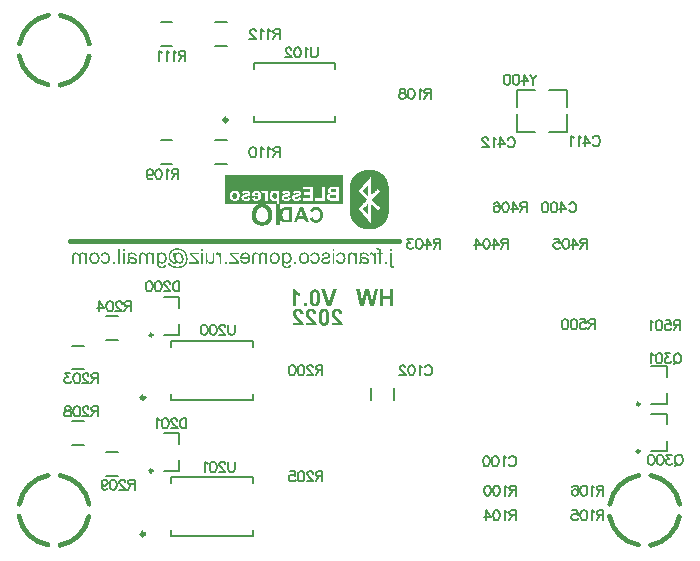
<source format=gbo>
G04 Layer_Color=32896*
%FSLAX44Y44*%
%MOMM*%
G71*
G01*
G75*
%ADD11C,0.2000*%
%ADD13C,0.2500*%
%ADD14C,0.4000*%
%ADD16C,0.3000*%
%ADD71C,0.1600*%
G36*
X110972Y249851D02*
X111287Y249796D01*
X111564Y249740D01*
X111805Y249666D01*
X112009Y249574D01*
X112157Y249518D01*
X112249Y249463D01*
X112287Y249444D01*
X112546Y249277D01*
X112768Y249092D01*
X112972Y248907D01*
X113138Y248722D01*
X113268Y248574D01*
X113379Y248444D01*
X113434Y248370D01*
X113453Y248333D01*
Y249666D01*
X114860D01*
Y240371D01*
X113286D01*
Y245185D01*
X113268Y245630D01*
X113249Y246018D01*
X113212Y246352D01*
X113157Y246630D01*
X113101Y246833D01*
X113064Y246981D01*
X113046Y247074D01*
X113027Y247111D01*
X112916Y247352D01*
X112786Y247555D01*
X112657Y247740D01*
X112527Y247889D01*
X112398Y248000D01*
X112305Y248074D01*
X112231Y248129D01*
X112212Y248148D01*
X111990Y248259D01*
X111786Y248351D01*
X111564Y248407D01*
X111379Y248463D01*
X111231Y248481D01*
X111101Y248500D01*
X110990D01*
X110675Y248481D01*
X110416Y248426D01*
X110194Y248333D01*
X110028Y248240D01*
X109898Y248129D01*
X109805Y248055D01*
X109750Y247981D01*
X109731Y247963D01*
X109602Y247740D01*
X109509Y247500D01*
X109435Y247241D01*
X109398Y246981D01*
X109361Y246759D01*
X109342Y246555D01*
Y246481D01*
Y246444D01*
Y246407D01*
Y246389D01*
Y240371D01*
X107768D01*
Y245759D01*
X107731Y246259D01*
X107657Y246685D01*
X107565Y247037D01*
X107435Y247333D01*
X107324Y247555D01*
X107213Y247703D01*
X107139Y247796D01*
X107120Y247833D01*
X106861Y248055D01*
X106583Y248222D01*
X106306Y248333D01*
X106046Y248426D01*
X105824Y248463D01*
X105639Y248481D01*
X105565Y248500D01*
X105472D01*
X105269Y248481D01*
X105102Y248463D01*
X104935Y248426D01*
X104806Y248370D01*
X104676Y248314D01*
X104602Y248277D01*
X104547Y248259D01*
X104528Y248240D01*
X104380Y248129D01*
X104269Y248018D01*
X104176Y247907D01*
X104102Y247796D01*
X104047Y247703D01*
X104010Y247629D01*
X103973Y247574D01*
Y247555D01*
X103917Y247389D01*
X103880Y247167D01*
X103861Y246944D01*
X103843Y246722D01*
X103824Y246518D01*
Y246352D01*
Y246241D01*
Y246222D01*
Y246204D01*
Y240371D01*
X102250D01*
Y246741D01*
Y247037D01*
X102288Y247296D01*
X102325Y247555D01*
X102362Y247778D01*
X102417Y248000D01*
X102491Y248185D01*
X102547Y248351D01*
X102621Y248518D01*
X102695Y248648D01*
X102750Y248777D01*
X102880Y248944D01*
X102954Y249055D01*
X102991Y249092D01*
X103287Y249351D01*
X103639Y249537D01*
X103991Y249685D01*
X104324Y249777D01*
X104639Y249833D01*
X104769Y249851D01*
X104898D01*
X104991Y249870D01*
X105121D01*
X105454Y249851D01*
X105750Y249796D01*
X106046Y249722D01*
X106324Y249611D01*
X106583Y249481D01*
X106824Y249351D01*
X107028Y249203D01*
X107232Y249055D01*
X107417Y248888D01*
X107565Y248740D01*
X107694Y248611D01*
X107806Y248481D01*
X107898Y248370D01*
X107954Y248296D01*
X107991Y248240D01*
X108009Y248222D01*
X108120Y248500D01*
X108268Y248740D01*
X108435Y248944D01*
X108583Y249111D01*
X108731Y249259D01*
X108842Y249351D01*
X108917Y249407D01*
X108954Y249426D01*
X109213Y249574D01*
X109490Y249685D01*
X109768Y249759D01*
X110046Y249814D01*
X110268Y249851D01*
X110472Y249870D01*
X110639D01*
X110972Y249851D01*
D02*
G37*
G36*
X167725D02*
X168040Y249796D01*
X168318Y249740D01*
X168558Y249666D01*
X168762Y249574D01*
X168910Y249518D01*
X169003Y249463D01*
X169040Y249444D01*
X169299Y249277D01*
X169521Y249092D01*
X169725Y248907D01*
X169892Y248722D01*
X170021Y248574D01*
X170132Y248444D01*
X170188Y248370D01*
X170206Y248333D01*
Y249666D01*
X171614D01*
Y240371D01*
X170040D01*
Y245185D01*
X170021Y245630D01*
X170003Y246018D01*
X169966Y246352D01*
X169910Y246630D01*
X169855Y246833D01*
X169818Y246981D01*
X169799Y247074D01*
X169781Y247111D01*
X169669Y247352D01*
X169540Y247555D01*
X169410Y247740D01*
X169281Y247889D01*
X169151Y248000D01*
X169058Y248074D01*
X168984Y248129D01*
X168966Y248148D01*
X168744Y248259D01*
X168540Y248351D01*
X168318Y248407D01*
X168133Y248463D01*
X167984Y248481D01*
X167855Y248500D01*
X167744D01*
X167429Y248481D01*
X167170Y248426D01*
X166947Y248333D01*
X166781Y248240D01*
X166651Y248129D01*
X166559Y248055D01*
X166503Y247981D01*
X166485Y247963D01*
X166355Y247740D01*
X166262Y247500D01*
X166188Y247241D01*
X166151Y246981D01*
X166114Y246759D01*
X166096Y246555D01*
Y246481D01*
Y246444D01*
Y246407D01*
Y246389D01*
Y240371D01*
X164522D01*
Y245759D01*
X164485Y246259D01*
X164411Y246685D01*
X164318Y247037D01*
X164188Y247333D01*
X164077Y247555D01*
X163966Y247703D01*
X163892Y247796D01*
X163874Y247833D01*
X163615Y248055D01*
X163337Y248222D01*
X163059Y248333D01*
X162800Y248426D01*
X162578Y248463D01*
X162392Y248481D01*
X162318Y248500D01*
X162226D01*
X162022Y248481D01*
X161855Y248463D01*
X161689Y248426D01*
X161559Y248370D01*
X161430Y248314D01*
X161355Y248277D01*
X161300Y248259D01*
X161281Y248240D01*
X161133Y248129D01*
X161022Y248018D01*
X160930Y247907D01*
X160856Y247796D01*
X160800Y247703D01*
X160763Y247629D01*
X160726Y247574D01*
Y247555D01*
X160670Y247389D01*
X160633Y247167D01*
X160615Y246944D01*
X160596Y246722D01*
X160578Y246518D01*
Y246352D01*
Y246241D01*
Y246222D01*
Y246204D01*
Y240371D01*
X159004D01*
Y246741D01*
Y247037D01*
X159041Y247296D01*
X159078Y247555D01*
X159115Y247778D01*
X159171Y248000D01*
X159245Y248185D01*
X159300Y248351D01*
X159374Y248518D01*
X159448Y248648D01*
X159504Y248777D01*
X159633Y248944D01*
X159707Y249055D01*
X159745Y249092D01*
X160041Y249351D01*
X160393Y249537D01*
X160744Y249685D01*
X161078Y249777D01*
X161392Y249833D01*
X161522Y249851D01*
X161652D01*
X161744Y249870D01*
X161874D01*
X162207Y249851D01*
X162504Y249796D01*
X162800Y249722D01*
X163078Y249611D01*
X163337Y249481D01*
X163577Y249351D01*
X163781Y249203D01*
X163985Y249055D01*
X164170Y248888D01*
X164318Y248740D01*
X164448Y248611D01*
X164559Y248481D01*
X164651Y248370D01*
X164707Y248296D01*
X164744Y248240D01*
X164762Y248222D01*
X164874Y248500D01*
X165022Y248740D01*
X165188Y248944D01*
X165337Y249111D01*
X165485Y249259D01*
X165596Y249351D01*
X165670Y249407D01*
X165707Y249426D01*
X165966Y249574D01*
X166244Y249685D01*
X166522Y249759D01*
X166799Y249814D01*
X167022Y249851D01*
X167225Y249870D01*
X167392D01*
X167725Y249851D01*
D02*
G37*
G36*
X263567D02*
X263882Y249796D01*
X264160Y249740D01*
X264400Y249666D01*
X264604Y249574D01*
X264752Y249518D01*
X264845Y249463D01*
X264882Y249444D01*
X265141Y249277D01*
X265363Y249092D01*
X265567Y248907D01*
X265734Y248722D01*
X265863Y248574D01*
X265974Y248444D01*
X266030Y248370D01*
X266048Y248333D01*
Y249666D01*
X267456D01*
Y240371D01*
X265882D01*
Y245185D01*
X265863Y245630D01*
X265845Y246018D01*
X265808Y246352D01*
X265752Y246630D01*
X265697Y246833D01*
X265660Y246981D01*
X265641Y247074D01*
X265623Y247111D01*
X265511Y247352D01*
X265382Y247555D01*
X265252Y247740D01*
X265123Y247889D01*
X264993Y248000D01*
X264900Y248074D01*
X264826Y248129D01*
X264808Y248148D01*
X264585Y248259D01*
X264382Y248351D01*
X264160Y248407D01*
X263974Y248463D01*
X263826Y248481D01*
X263697Y248500D01*
X263586D01*
X263271Y248481D01*
X263012Y248426D01*
X262789Y248333D01*
X262623Y248240D01*
X262493Y248129D01*
X262401Y248055D01*
X262345Y247981D01*
X262327Y247963D01*
X262197Y247740D01*
X262104Y247500D01*
X262030Y247241D01*
X261993Y246981D01*
X261956Y246759D01*
X261938Y246555D01*
Y246481D01*
Y246444D01*
Y246407D01*
Y246389D01*
Y240371D01*
X260364D01*
Y245759D01*
X260327Y246259D01*
X260253Y246685D01*
X260160Y247037D01*
X260030Y247333D01*
X259919Y247555D01*
X259808Y247703D01*
X259734Y247796D01*
X259716Y247833D01*
X259456Y248055D01*
X259179Y248222D01*
X258901Y248333D01*
X258642Y248426D01*
X258419Y248463D01*
X258234Y248481D01*
X258160Y248500D01*
X258068D01*
X257864Y248481D01*
X257697Y248463D01*
X257531Y248426D01*
X257401Y248370D01*
X257271Y248314D01*
X257197Y248277D01*
X257142Y248259D01*
X257123Y248240D01*
X256975Y248129D01*
X256864Y248018D01*
X256772Y247907D01*
X256698Y247796D01*
X256642Y247703D01*
X256605Y247629D01*
X256568Y247574D01*
Y247555D01*
X256512Y247389D01*
X256475Y247167D01*
X256457Y246944D01*
X256438Y246722D01*
X256420Y246518D01*
Y246352D01*
Y246241D01*
Y246222D01*
Y246204D01*
Y240371D01*
X254846D01*
Y246741D01*
Y247037D01*
X254883Y247296D01*
X254920Y247555D01*
X254957Y247778D01*
X255012Y248000D01*
X255086Y248185D01*
X255142Y248351D01*
X255216Y248518D01*
X255290Y248648D01*
X255346Y248777D01*
X255475Y248944D01*
X255549Y249055D01*
X255586Y249092D01*
X255883Y249351D01*
X256234Y249537D01*
X256586Y249685D01*
X256920Y249777D01*
X257234Y249833D01*
X257364Y249851D01*
X257494D01*
X257586Y249870D01*
X257716D01*
X258049Y249851D01*
X258345Y249796D01*
X258642Y249722D01*
X258919Y249611D01*
X259179Y249481D01*
X259419Y249351D01*
X259623Y249203D01*
X259827Y249055D01*
X260012Y248888D01*
X260160Y248740D01*
X260290Y248611D01*
X260401Y248481D01*
X260493Y248370D01*
X260549Y248296D01*
X260586Y248240D01*
X260604Y248222D01*
X260716Y248500D01*
X260864Y248740D01*
X261030Y248944D01*
X261178Y249111D01*
X261327Y249259D01*
X261438Y249351D01*
X261512Y249407D01*
X261549Y249426D01*
X261808Y249574D01*
X262086Y249685D01*
X262363Y249759D01*
X262641Y249814D01*
X262864Y249851D01*
X263067Y249870D01*
X263234D01*
X263567Y249851D01*
D02*
G37*
G36*
X212684Y240371D02*
X211110D01*
Y249666D01*
X212684D01*
Y240371D01*
D02*
G37*
G36*
X153190Y249851D02*
X153579Y249814D01*
X153949Y249759D01*
X154245Y249703D01*
X154504Y249648D01*
X154690Y249592D01*
X154764Y249574D01*
X154819Y249555D01*
X154838Y249537D01*
X154856D01*
X155171Y249407D01*
X155449Y249240D01*
X155689Y249092D01*
X155893Y248944D01*
X156041Y248796D01*
X156152Y248685D01*
X156226Y248611D01*
X156245Y248592D01*
X156412Y248351D01*
X156560Y248092D01*
X156671Y247833D01*
X156763Y247592D01*
X156837Y247352D01*
X156893Y247185D01*
X156911Y247111D01*
Y247055D01*
X156930Y247037D01*
Y247018D01*
X155393Y246815D01*
X155282Y247148D01*
X155171Y247444D01*
X155041Y247685D01*
X154930Y247870D01*
X154819Y248018D01*
X154726Y248111D01*
X154653Y248166D01*
X154634Y248185D01*
X154412Y248314D01*
X154152Y248407D01*
X153875Y248481D01*
X153616Y248518D01*
X153356Y248555D01*
X153171Y248574D01*
X152986D01*
X152560Y248555D01*
X152190Y248500D01*
X151894Y248407D01*
X151634Y248314D01*
X151449Y248203D01*
X151301Y248129D01*
X151208Y248055D01*
X151190Y248037D01*
X151042Y247870D01*
X150931Y247666D01*
X150838Y247444D01*
X150782Y247222D01*
X150745Y247018D01*
X150727Y246833D01*
Y246722D01*
Y246703D01*
Y246685D01*
Y246648D01*
Y246574D01*
Y246444D01*
X150745Y246333D01*
Y246296D01*
Y246278D01*
X150931Y246222D01*
X151134Y246167D01*
X151560Y246056D01*
X152042Y245963D01*
X152486Y245870D01*
X152708Y245833D01*
X152912Y245815D01*
X153097Y245778D01*
X153245Y245759D01*
X153375Y245741D01*
X153467D01*
X153541Y245722D01*
X153560D01*
X153893Y245685D01*
X154171Y245630D01*
X154412Y245592D01*
X154597Y245555D01*
X154745Y245537D01*
X154856Y245500D01*
X154930Y245481D01*
X154949D01*
X155190Y245407D01*
X155393Y245333D01*
X155597Y245241D01*
X155764Y245167D01*
X155912Y245093D01*
X156004Y245019D01*
X156078Y244981D01*
X156097Y244963D01*
X156282Y244833D01*
X156430Y244685D01*
X156578Y244537D01*
X156689Y244389D01*
X156782Y244259D01*
X156856Y244148D01*
X156893Y244074D01*
X156911Y244056D01*
X157004Y243852D01*
X157078Y243630D01*
X157134Y243426D01*
X157171Y243222D01*
X157189Y243056D01*
X157208Y242926D01*
Y242852D01*
Y242815D01*
X157189Y242593D01*
X157171Y242408D01*
X157078Y242019D01*
X156948Y241704D01*
X156800Y241426D01*
X156652Y241204D01*
X156523Y241038D01*
X156430Y240945D01*
X156393Y240908D01*
X156060Y240667D01*
X155689Y240482D01*
X155282Y240352D01*
X154912Y240260D01*
X154578Y240204D01*
X154430Y240186D01*
X154301D01*
X154190Y240167D01*
X154041D01*
X153708Y240186D01*
X153375Y240223D01*
X153079Y240260D01*
X152819Y240315D01*
X152616Y240371D01*
X152449Y240426D01*
X152338Y240445D01*
X152301Y240464D01*
X151986Y240593D01*
X151690Y240760D01*
X151412Y240945D01*
X151134Y241112D01*
X150912Y241278D01*
X150745Y241408D01*
X150634Y241500D01*
X150616Y241537D01*
X150597D01*
X150560Y241297D01*
X150523Y241075D01*
X150486Y240871D01*
X150431Y240704D01*
X150375Y240556D01*
X150338Y240464D01*
X150320Y240389D01*
X150301Y240371D01*
X148653D01*
X148746Y240575D01*
X148838Y240778D01*
X148912Y240963D01*
X148949Y241130D01*
X149005Y241278D01*
X149023Y241389D01*
X149042Y241463D01*
Y241482D01*
X149060Y241611D01*
X149079Y241778D01*
Y241963D01*
X149097Y242167D01*
X149116Y242630D01*
Y243093D01*
X149135Y243537D01*
Y243741D01*
Y243908D01*
Y244056D01*
Y244167D01*
Y244241D01*
Y244259D01*
Y246370D01*
Y246722D01*
X149153Y247037D01*
X149172Y247278D01*
Y247481D01*
X149190Y247629D01*
X149209Y247740D01*
X149227Y247796D01*
Y247815D01*
X149283Y248055D01*
X149357Y248259D01*
X149431Y248426D01*
X149523Y248592D01*
X149597Y248703D01*
X149653Y248796D01*
X149690Y248852D01*
X149708Y248870D01*
X149857Y249018D01*
X150023Y249166D01*
X150209Y249277D01*
X150394Y249389D01*
X150560Y249463D01*
X150690Y249518D01*
X150782Y249555D01*
X150820Y249574D01*
X151116Y249666D01*
X151431Y249740D01*
X151745Y249796D01*
X152060Y249833D01*
X152338Y249851D01*
X152542Y249870D01*
X152745D01*
X153190Y249851D01*
D02*
G37*
G36*
X349614D02*
X350003Y249814D01*
X350373Y249759D01*
X350669Y249703D01*
X350928Y249648D01*
X351114Y249592D01*
X351188Y249574D01*
X351243Y249555D01*
X351262Y249537D01*
X351280D01*
X351595Y249407D01*
X351873Y249240D01*
X352113Y249092D01*
X352317Y248944D01*
X352465Y248796D01*
X352576Y248685D01*
X352650Y248611D01*
X352669Y248592D01*
X352836Y248351D01*
X352984Y248092D01*
X353095Y247833D01*
X353187Y247592D01*
X353261Y247352D01*
X353317Y247185D01*
X353336Y247111D01*
Y247055D01*
X353354Y247037D01*
Y247018D01*
X351817Y246815D01*
X351706Y247148D01*
X351595Y247444D01*
X351465Y247685D01*
X351354Y247870D01*
X351243Y248018D01*
X351151Y248111D01*
X351077Y248166D01*
X351058Y248185D01*
X350836Y248314D01*
X350577Y248407D01*
X350299Y248481D01*
X350040Y248518D01*
X349780Y248555D01*
X349595Y248574D01*
X349410D01*
X348984Y248555D01*
X348614Y248500D01*
X348318Y248407D01*
X348058Y248314D01*
X347873Y248203D01*
X347725Y248129D01*
X347632Y248055D01*
X347614Y248037D01*
X347466Y247870D01*
X347355Y247666D01*
X347262Y247444D01*
X347207Y247222D01*
X347170Y247018D01*
X347151Y246833D01*
Y246722D01*
Y246703D01*
Y246685D01*
Y246648D01*
Y246574D01*
Y246444D01*
X347170Y246333D01*
Y246296D01*
Y246278D01*
X347355Y246222D01*
X347558Y246167D01*
X347984Y246056D01*
X348466Y245963D01*
X348910Y245870D01*
X349132Y245833D01*
X349336Y245815D01*
X349521Y245778D01*
X349669Y245759D01*
X349799Y245741D01*
X349892D01*
X349966Y245722D01*
X349984D01*
X350317Y245685D01*
X350595Y245630D01*
X350836Y245592D01*
X351021Y245555D01*
X351169Y245537D01*
X351280Y245500D01*
X351354Y245481D01*
X351373D01*
X351614Y245407D01*
X351817Y245333D01*
X352021Y245241D01*
X352188Y245167D01*
X352336Y245093D01*
X352428Y245019D01*
X352502Y244981D01*
X352521Y244963D01*
X352706Y244833D01*
X352854Y244685D01*
X353002Y244537D01*
X353113Y244389D01*
X353206Y244259D01*
X353280Y244148D01*
X353317Y244074D01*
X353336Y244056D01*
X353428Y243852D01*
X353502Y243630D01*
X353558Y243426D01*
X353595Y243222D01*
X353613Y243056D01*
X353632Y242926D01*
Y242852D01*
Y242815D01*
X353613Y242593D01*
X353595Y242408D01*
X353502Y242019D01*
X353373Y241704D01*
X353224Y241426D01*
X353076Y241204D01*
X352947Y241038D01*
X352854Y240945D01*
X352817Y240908D01*
X352484Y240667D01*
X352113Y240482D01*
X351706Y240352D01*
X351336Y240260D01*
X351003Y240204D01*
X350854Y240186D01*
X350725D01*
X350614Y240167D01*
X350466D01*
X350132Y240186D01*
X349799Y240223D01*
X349503Y240260D01*
X349243Y240315D01*
X349040Y240371D01*
X348873Y240426D01*
X348762Y240445D01*
X348725Y240464D01*
X348410Y240593D01*
X348114Y240760D01*
X347836Y240945D01*
X347558Y241112D01*
X347336Y241278D01*
X347170Y241408D01*
X347058Y241500D01*
X347040Y241537D01*
X347021D01*
X346984Y241297D01*
X346947Y241075D01*
X346910Y240871D01*
X346855Y240704D01*
X346799Y240556D01*
X346762Y240464D01*
X346744Y240389D01*
X346725Y240371D01*
X345077D01*
X345170Y240575D01*
X345262Y240778D01*
X345336Y240963D01*
X345373Y241130D01*
X345429Y241278D01*
X345448Y241389D01*
X345466Y241463D01*
Y241482D01*
X345485Y241611D01*
X345503Y241778D01*
Y241963D01*
X345522Y242167D01*
X345540Y242630D01*
Y243093D01*
X345559Y243537D01*
Y243741D01*
Y243908D01*
Y244056D01*
Y244167D01*
Y244241D01*
Y244259D01*
Y246370D01*
Y246722D01*
X345577Y247037D01*
X345596Y247278D01*
Y247481D01*
X345614Y247629D01*
X345633Y247740D01*
X345651Y247796D01*
Y247815D01*
X345707Y248055D01*
X345781Y248259D01*
X345855Y248426D01*
X345947Y248592D01*
X346021Y248703D01*
X346077Y248796D01*
X346114Y248852D01*
X346133Y248870D01*
X346281Y249018D01*
X346447Y249166D01*
X346633Y249277D01*
X346818Y249389D01*
X346984Y249463D01*
X347114Y249518D01*
X347207Y249555D01*
X347244Y249574D01*
X347540Y249666D01*
X347855Y249740D01*
X348170Y249796D01*
X348484Y249833D01*
X348762Y249851D01*
X348966Y249870D01*
X349169D01*
X349614Y249851D01*
D02*
G37*
G36*
X209202Y248389D02*
X205129D01*
X204814Y248407D01*
X204518D01*
X204240Y248426D01*
X203999D01*
X203814Y248444D01*
X203647D01*
X209554Y241630D01*
Y240371D01*
X201333D01*
Y241723D01*
X205629D01*
X206332Y241704D01*
X206666Y241686D01*
X206980D01*
X207240Y241667D01*
X207443Y241649D01*
X207517Y241630D01*
X207628D01*
X206647Y242722D01*
X201611Y248611D01*
Y249666D01*
X209202D01*
Y248389D01*
D02*
G37*
G36*
X373019Y251351D02*
X371445D01*
Y253184D01*
X373019D01*
Y251351D01*
D02*
G37*
G36*
X146709Y251388D02*
X145135D01*
Y253184D01*
X146709D01*
Y251388D01*
D02*
G37*
G36*
X212684D02*
X211110D01*
Y253184D01*
X212684D01*
Y251388D01*
D02*
G37*
G36*
X243051Y248389D02*
X238977D01*
X238662Y248407D01*
X238366D01*
X238088Y248426D01*
X237848D01*
X237662Y248444D01*
X237496D01*
X243403Y241630D01*
Y240371D01*
X235181D01*
Y241723D01*
X239477D01*
X240181Y241704D01*
X240514Y241686D01*
X240829D01*
X241088Y241667D01*
X241292Y241649D01*
X241366Y241630D01*
X241477D01*
X240495Y242722D01*
X235459Y248611D01*
Y249666D01*
X243051D01*
Y248389D01*
D02*
G37*
G36*
X178594Y249851D02*
X179002Y249777D01*
X179372Y249666D01*
X179687Y249555D01*
X179946Y249444D01*
X180131Y249333D01*
X180205Y249296D01*
X180261Y249259D01*
X180279Y249240D01*
X180298D01*
X180613Y249000D01*
X180891Y248703D01*
X181131Y248426D01*
X181335Y248148D01*
X181483Y247889D01*
X181594Y247685D01*
X181631Y247611D01*
X181668Y247555D01*
X181687Y247518D01*
Y247500D01*
X181853Y247074D01*
X181964Y246648D01*
X182057Y246241D01*
X182113Y245870D01*
X182150Y245537D01*
Y245407D01*
X182168Y245278D01*
Y245185D01*
Y245111D01*
Y245074D01*
Y245056D01*
X182150Y244704D01*
X182131Y244352D01*
X182001Y243722D01*
X181927Y243426D01*
X181835Y243167D01*
X181742Y242908D01*
X181650Y242685D01*
X181557Y242463D01*
X181465Y242278D01*
X181372Y242130D01*
X181298Y241982D01*
X181224Y241889D01*
X181168Y241797D01*
X181150Y241760D01*
X181131Y241741D01*
X180928Y241500D01*
X180705Y241297D01*
X180465Y241112D01*
X180224Y240945D01*
X179965Y240815D01*
X179724Y240704D01*
X179483Y240612D01*
X179242Y240537D01*
X179020Y240482D01*
X178817Y240445D01*
X178631Y240408D01*
X178465Y240389D01*
X178335D01*
X178243Y240371D01*
X178150D01*
X177872Y240389D01*
X177595Y240426D01*
X177335Y240482D01*
X177095Y240556D01*
X176669Y240760D01*
X176280Y240982D01*
X176132Y241093D01*
X175984Y241204D01*
X175854Y241315D01*
X175761Y241408D01*
X175687Y241482D01*
X175632Y241537D01*
X175595Y241574D01*
X175576Y241593D01*
Y241315D01*
Y241075D01*
X175595Y240834D01*
Y240630D01*
Y240445D01*
X175613Y240278D01*
Y240130D01*
X175632Y240000D01*
X175650Y239815D01*
X175669Y239667D01*
X175687Y239593D01*
Y239575D01*
X175780Y239297D01*
X175910Y239056D01*
X176039Y238853D01*
X176169Y238667D01*
X176298Y238538D01*
X176409Y238427D01*
X176483Y238371D01*
X176502Y238353D01*
X176743Y238204D01*
X177020Y238093D01*
X177298Y238019D01*
X177558Y237964D01*
X177817Y237927D01*
X178002Y237908D01*
X178187D01*
X178539Y237927D01*
X178872Y237982D01*
X179150Y238056D01*
X179372Y238149D01*
X179557Y238223D01*
X179687Y238297D01*
X179761Y238353D01*
X179798Y238371D01*
X179946Y238501D01*
X180057Y238667D01*
X180150Y238834D01*
X180224Y239001D01*
X180261Y239167D01*
X180298Y239297D01*
X180317Y239371D01*
Y239408D01*
X181853Y239612D01*
Y239334D01*
X181816Y239093D01*
X181779Y238853D01*
X181724Y238630D01*
X181557Y238242D01*
X181372Y237927D01*
X181187Y237686D01*
X181039Y237519D01*
X180909Y237408D01*
X180891Y237390D01*
X180872Y237371D01*
X180465Y237112D01*
X180020Y236927D01*
X179576Y236797D01*
X179150Y236705D01*
X178946Y236667D01*
X178761Y236649D01*
X178613Y236630D01*
X178465D01*
X178354Y236612D01*
X178187D01*
X177687Y236630D01*
X177224Y236705D01*
X176817Y236779D01*
X176483Y236890D01*
X176206Y236982D01*
X176095Y237019D01*
X176002Y237075D01*
X175928Y237093D01*
X175872Y237131D01*
X175854Y237149D01*
X175835D01*
X175502Y237353D01*
X175206Y237593D01*
X174965Y237834D01*
X174762Y238056D01*
X174613Y238260D01*
X174521Y238427D01*
X174447Y238538D01*
X174428Y238556D01*
Y238575D01*
X174354Y238760D01*
X174280Y238964D01*
X174224Y239186D01*
X174169Y239426D01*
X174095Y239945D01*
X174039Y240445D01*
X174021Y240686D01*
X174002Y240908D01*
Y241112D01*
X173984Y241278D01*
Y241426D01*
Y241537D01*
Y241611D01*
Y241630D01*
Y249666D01*
X175428D01*
Y248518D01*
X175632Y248759D01*
X175854Y248963D01*
X176076Y249148D01*
X176298Y249296D01*
X176539Y249426D01*
X176761Y249537D01*
X176984Y249629D01*
X177187Y249703D01*
X177391Y249759D01*
X177576Y249796D01*
X177743Y249833D01*
X177872Y249851D01*
X177983Y249870D01*
X178150D01*
X178594Y249851D01*
D02*
G37*
G36*
X284398D02*
X284806Y249777D01*
X285176Y249666D01*
X285491Y249555D01*
X285750Y249444D01*
X285935Y249333D01*
X286009Y249296D01*
X286065Y249259D01*
X286083Y249240D01*
X286102D01*
X286417Y249000D01*
X286694Y248703D01*
X286935Y248426D01*
X287139Y248148D01*
X287287Y247889D01*
X287398Y247685D01*
X287435Y247611D01*
X287472Y247555D01*
X287491Y247518D01*
Y247500D01*
X287657Y247074D01*
X287768Y246648D01*
X287861Y246241D01*
X287916Y245870D01*
X287953Y245537D01*
Y245407D01*
X287972Y245278D01*
Y245185D01*
Y245111D01*
Y245074D01*
Y245056D01*
X287953Y244704D01*
X287935Y244352D01*
X287805Y243722D01*
X287731Y243426D01*
X287639Y243167D01*
X287546Y242908D01*
X287453Y242685D01*
X287361Y242463D01*
X287268Y242278D01*
X287176Y242130D01*
X287102Y241982D01*
X287028Y241889D01*
X286972Y241797D01*
X286954Y241760D01*
X286935Y241741D01*
X286731Y241500D01*
X286509Y241297D01*
X286269Y241112D01*
X286028Y240945D01*
X285769Y240815D01*
X285528Y240704D01*
X285287Y240612D01*
X285046Y240537D01*
X284824Y240482D01*
X284620Y240445D01*
X284435Y240408D01*
X284269Y240389D01*
X284139D01*
X284046Y240371D01*
X283954D01*
X283676Y240389D01*
X283398Y240426D01*
X283139Y240482D01*
X282898Y240556D01*
X282473Y240760D01*
X282084Y240982D01*
X281936Y241093D01*
X281787Y241204D01*
X281658Y241315D01*
X281565Y241408D01*
X281491Y241482D01*
X281436Y241537D01*
X281399Y241574D01*
X281380Y241593D01*
Y241315D01*
Y241075D01*
X281399Y240834D01*
Y240630D01*
Y240445D01*
X281417Y240278D01*
Y240130D01*
X281436Y240000D01*
X281454Y239815D01*
X281473Y239667D01*
X281491Y239593D01*
Y239575D01*
X281584Y239297D01*
X281713Y239056D01*
X281843Y238853D01*
X281973Y238667D01*
X282102Y238538D01*
X282213Y238427D01*
X282287Y238371D01*
X282306Y238353D01*
X282547Y238204D01*
X282824Y238093D01*
X283102Y238019D01*
X283361Y237964D01*
X283621Y237927D01*
X283806Y237908D01*
X283991D01*
X284343Y237927D01*
X284676Y237982D01*
X284954Y238056D01*
X285176Y238149D01*
X285361Y238223D01*
X285491Y238297D01*
X285565Y238353D01*
X285602Y238371D01*
X285750Y238501D01*
X285861Y238667D01*
X285954Y238834D01*
X286028Y239001D01*
X286065Y239167D01*
X286102Y239297D01*
X286120Y239371D01*
Y239408D01*
X287657Y239612D01*
Y239334D01*
X287620Y239093D01*
X287583Y238853D01*
X287528Y238630D01*
X287361Y238242D01*
X287176Y237927D01*
X286991Y237686D01*
X286842Y237519D01*
X286713Y237408D01*
X286694Y237390D01*
X286676Y237371D01*
X286269Y237112D01*
X285824Y236927D01*
X285380Y236797D01*
X284954Y236705D01*
X284750Y236667D01*
X284565Y236649D01*
X284417Y236630D01*
X284269D01*
X284158Y236612D01*
X283991D01*
X283491Y236630D01*
X283028Y236705D01*
X282621Y236779D01*
X282287Y236890D01*
X282010Y236982D01*
X281898Y237019D01*
X281806Y237075D01*
X281732Y237093D01*
X281676Y237131D01*
X281658Y237149D01*
X281639D01*
X281306Y237353D01*
X281010Y237593D01*
X280769Y237834D01*
X280565Y238056D01*
X280417Y238260D01*
X280325Y238427D01*
X280251Y238538D01*
X280232Y238556D01*
Y238575D01*
X280158Y238760D01*
X280084Y238964D01*
X280028Y239186D01*
X279973Y239426D01*
X279899Y239945D01*
X279843Y240445D01*
X279825Y240686D01*
X279806Y240908D01*
Y241112D01*
X279788Y241278D01*
Y241426D01*
Y241537D01*
Y241611D01*
Y241630D01*
Y249666D01*
X281232D01*
Y248518D01*
X281436Y248759D01*
X281658Y248963D01*
X281880Y249148D01*
X282102Y249296D01*
X282343Y249426D01*
X282565Y249537D01*
X282787Y249629D01*
X282991Y249703D01*
X283195Y249759D01*
X283380Y249796D01*
X283547Y249833D01*
X283676Y249851D01*
X283787Y249870D01*
X283954D01*
X284398Y249851D01*
D02*
G37*
G36*
X130451D02*
X130859Y249777D01*
X131248Y249685D01*
X131562Y249592D01*
X131840Y249481D01*
X131951Y249426D01*
X132044Y249389D01*
X132118Y249351D01*
X132173Y249314D01*
X132210Y249296D01*
X132229D01*
X132581Y249074D01*
X132895Y248796D01*
X133155Y248518D01*
X133377Y248240D01*
X133544Y248000D01*
X133655Y247796D01*
X133692Y247722D01*
X133729Y247666D01*
X133747Y247629D01*
Y247611D01*
X133914Y247167D01*
X134025Y246722D01*
X134118Y246278D01*
X134173Y245870D01*
X134192Y245685D01*
X134210Y245518D01*
Y245370D01*
X134229Y245241D01*
Y245130D01*
Y245056D01*
Y245000D01*
Y244981D01*
X134210Y244556D01*
X134173Y244167D01*
X134118Y243778D01*
X134044Y243445D01*
X133969Y243111D01*
X133858Y242834D01*
X133766Y242556D01*
X133655Y242315D01*
X133544Y242111D01*
X133451Y241926D01*
X133340Y241760D01*
X133266Y241630D01*
X133192Y241537D01*
X133136Y241463D01*
X133099Y241426D01*
X133081Y241408D01*
X132858Y241186D01*
X132618Y241000D01*
X132377Y240834D01*
X132118Y240686D01*
X131859Y240575D01*
X131618Y240464D01*
X131118Y240315D01*
X130896Y240278D01*
X130692Y240241D01*
X130507Y240204D01*
X130340Y240186D01*
X130211Y240167D01*
X130025D01*
X129748Y240186D01*
X129470Y240204D01*
X128989Y240315D01*
X128544Y240445D01*
X128174Y240612D01*
X128026Y240704D01*
X127878Y240778D01*
X127748Y240852D01*
X127655Y240926D01*
X127581Y240982D01*
X127526Y241019D01*
X127489Y241038D01*
X127470Y241056D01*
X127285Y241241D01*
X127118Y241426D01*
X126822Y241834D01*
X126581Y242260D01*
X126415Y242648D01*
X126285Y243019D01*
X126248Y243167D01*
X126211Y243315D01*
X126193Y243426D01*
X126174Y243500D01*
X126155Y243556D01*
Y243574D01*
X127711Y243778D01*
X127785Y243371D01*
X127896Y243000D01*
X128044Y242704D01*
X128174Y242463D01*
X128303Y242260D01*
X128414Y242130D01*
X128470Y242037D01*
X128507Y242019D01*
X128748Y241834D01*
X129007Y241704D01*
X129266Y241593D01*
X129507Y241537D01*
X129711Y241500D01*
X129896Y241482D01*
X130007Y241463D01*
X130044D01*
X130248Y241482D01*
X130451Y241500D01*
X130822Y241593D01*
X131136Y241723D01*
X131414Y241889D01*
X131618Y242037D01*
X131784Y242167D01*
X131877Y242260D01*
X131914Y242297D01*
X132044Y242463D01*
X132155Y242667D01*
X132322Y243074D01*
X132451Y243537D01*
X132525Y243982D01*
X132581Y244389D01*
X132599Y244556D01*
Y244722D01*
X132618Y244833D01*
Y244944D01*
Y245000D01*
Y245019D01*
Y245352D01*
X132581Y245667D01*
X132544Y245963D01*
X132507Y246222D01*
X132451Y246463D01*
X132377Y246685D01*
X132322Y246889D01*
X132247Y247074D01*
X132173Y247222D01*
X132118Y247352D01*
X132044Y247463D01*
X131988Y247555D01*
X131951Y247629D01*
X131914Y247685D01*
X131877Y247703D01*
Y247722D01*
X131729Y247870D01*
X131581Y248000D01*
X131266Y248222D01*
X130933Y248370D01*
X130636Y248463D01*
X130359Y248537D01*
X130155Y248555D01*
X130062Y248574D01*
X129951D01*
X129674Y248555D01*
X129414Y248500D01*
X129192Y248426D01*
X128989Y248333D01*
X128840Y248240D01*
X128711Y248166D01*
X128637Y248111D01*
X128618Y248092D01*
X128433Y247907D01*
X128266Y247685D01*
X128118Y247444D01*
X128026Y247222D01*
X127933Y247018D01*
X127878Y246852D01*
X127859Y246741D01*
X127840Y246722D01*
Y246703D01*
X126304Y246944D01*
X126433Y247444D01*
X126618Y247870D01*
X126822Y248240D01*
X127026Y248537D01*
X127229Y248777D01*
X127396Y248944D01*
X127507Y249055D01*
X127526Y249092D01*
X127544D01*
X127933Y249351D01*
X128340Y249537D01*
X128748Y249685D01*
X129137Y249777D01*
X129488Y249833D01*
X129636Y249851D01*
X129748D01*
X129859Y249870D01*
X130007D01*
X130451Y249851D01*
D02*
G37*
G36*
X249069D02*
X249402Y249814D01*
X249717Y249759D01*
X250013Y249666D01*
X250291Y249574D01*
X250550Y249463D01*
X250791Y249351D01*
X250994Y249222D01*
X251198Y249111D01*
X251365Y248981D01*
X251513Y248870D01*
X251624Y248777D01*
X251716Y248685D01*
X251791Y248629D01*
X251828Y248592D01*
X251846Y248574D01*
X252050Y248314D01*
X252235Y248037D01*
X252402Y247759D01*
X252550Y247463D01*
X252661Y247148D01*
X252753Y246852D01*
X252902Y246259D01*
X252957Y246000D01*
X252994Y245741D01*
X253013Y245518D01*
X253031Y245315D01*
X253050Y245148D01*
Y245037D01*
Y244944D01*
Y244926D01*
X253031Y244519D01*
X252994Y244130D01*
X252939Y243759D01*
X252864Y243426D01*
X252772Y243111D01*
X252679Y242815D01*
X252568Y242556D01*
X252457Y242315D01*
X252346Y242111D01*
X252235Y241926D01*
X252142Y241778D01*
X252050Y241649D01*
X251976Y241537D01*
X251920Y241463D01*
X251883Y241426D01*
X251865Y241408D01*
X251624Y241186D01*
X251383Y241000D01*
X251124Y240834D01*
X250846Y240686D01*
X250587Y240575D01*
X250309Y240464D01*
X249791Y240315D01*
X249550Y240278D01*
X249328Y240241D01*
X249124Y240204D01*
X248958Y240186D01*
X248828Y240167D01*
X248624D01*
X248050Y240204D01*
X247532Y240297D01*
X247069Y240408D01*
X246884Y240482D01*
X246698Y240556D01*
X246532Y240630D01*
X246384Y240704D01*
X246273Y240760D01*
X246161Y240815D01*
X246087Y240871D01*
X246032Y240908D01*
X245995Y240945D01*
X245976D01*
X245606Y241278D01*
X245310Y241630D01*
X245051Y242000D01*
X244865Y242352D01*
X244717Y242667D01*
X244662Y242815D01*
X244606Y242926D01*
X244569Y243037D01*
X244551Y243111D01*
X244532Y243148D01*
Y243167D01*
X246161Y243371D01*
X246310Y243019D01*
X246476Y242722D01*
X246643Y242463D01*
X246791Y242260D01*
X246921Y242111D01*
X247032Y242000D01*
X247124Y241926D01*
X247143Y241908D01*
X247384Y241760D01*
X247624Y241649D01*
X247884Y241574D01*
X248106Y241519D01*
X248309Y241482D01*
X248476Y241463D01*
X248624D01*
X248846Y241482D01*
X249050Y241500D01*
X249420Y241593D01*
X249754Y241723D01*
X250050Y241871D01*
X250272Y242000D01*
X250439Y242130D01*
X250550Y242222D01*
X250569Y242260D01*
X250587D01*
X250846Y242593D01*
X251050Y242963D01*
X251198Y243371D01*
X251309Y243741D01*
X251365Y244074D01*
X251402Y244222D01*
X251420Y244352D01*
Y244463D01*
X251439Y244537D01*
Y244593D01*
Y244611D01*
X244495D01*
X244477Y244796D01*
Y244926D01*
Y245000D01*
Y245019D01*
X244495Y245444D01*
X244532Y245833D01*
X244588Y246204D01*
X244662Y246555D01*
X244754Y246870D01*
X244847Y247167D01*
X244958Y247426D01*
X245069Y247666D01*
X245180Y247889D01*
X245291Y248074D01*
X245384Y248222D01*
X245476Y248351D01*
X245550Y248463D01*
X245606Y248537D01*
X245643Y248574D01*
X245662Y248592D01*
X245884Y248814D01*
X246124Y249018D01*
X246384Y249185D01*
X246643Y249333D01*
X246902Y249463D01*
X247143Y249555D01*
X247402Y249648D01*
X247624Y249703D01*
X247865Y249759D01*
X248069Y249796D01*
X248254Y249833D01*
X248402Y249851D01*
X248532Y249870D01*
X248717D01*
X249069Y249851D01*
D02*
G37*
G36*
X339133D02*
X339467Y249796D01*
X339763Y249722D01*
X340059Y249629D01*
X340318Y249518D01*
X340559Y249389D01*
X340781Y249240D01*
X340966Y249111D01*
X341152Y248963D01*
X341300Y248814D01*
X341429Y248685D01*
X341540Y248574D01*
X341615Y248481D01*
X341670Y248407D01*
X341707Y248351D01*
X341726Y248333D01*
Y249666D01*
X343133D01*
Y240371D01*
X341559D01*
Y245426D01*
Y245741D01*
X341522Y246056D01*
X341485Y246315D01*
X341448Y246555D01*
X341392Y246778D01*
X341337Y246981D01*
X341263Y247167D01*
X341189Y247315D01*
X341133Y247444D01*
X341059Y247555D01*
X341003Y247648D01*
X340948Y247722D01*
X340874Y247815D01*
X340837Y247852D01*
X340559Y248074D01*
X340263Y248222D01*
X339967Y248333D01*
X339707Y248426D01*
X339467Y248463D01*
X339282Y248481D01*
X339207Y248500D01*
X339115D01*
X338893Y248481D01*
X338670Y248463D01*
X338485Y248407D01*
X338337Y248351D01*
X338208Y248296D01*
X338096Y248259D01*
X338041Y248222D01*
X338022Y248203D01*
X337856Y248092D01*
X337708Y247963D01*
X337597Y247833D01*
X337504Y247722D01*
X337448Y247611D01*
X337393Y247518D01*
X337356Y247463D01*
Y247444D01*
X337300Y247241D01*
X337245Y247018D01*
X337208Y246778D01*
X337189Y246537D01*
X337171Y246333D01*
Y246167D01*
Y246037D01*
Y246018D01*
Y246000D01*
Y240371D01*
X335597D01*
Y246074D01*
Y246463D01*
X335615Y246778D01*
X335634Y247037D01*
Y247259D01*
X335652Y247407D01*
X335671Y247518D01*
X335689Y247592D01*
Y247611D01*
X335745Y247852D01*
X335837Y248074D01*
X335911Y248259D01*
X335985Y248444D01*
X336078Y248574D01*
X336134Y248666D01*
X336171Y248740D01*
X336189Y248759D01*
X336337Y248944D01*
X336504Y249092D01*
X336671Y249240D01*
X336856Y249351D01*
X337004Y249444D01*
X337134Y249500D01*
X337208Y249537D01*
X337245Y249555D01*
X337504Y249666D01*
X337782Y249740D01*
X338041Y249796D01*
X338282Y249833D01*
X338485Y249851D01*
X338633Y249870D01*
X338782D01*
X339133Y249851D01*
D02*
G37*
G36*
X368575Y240371D02*
X366779D01*
Y242167D01*
X368575D01*
Y240371D01*
D02*
G37*
G36*
X361464Y253388D02*
X361779Y253351D01*
X362057Y253277D01*
X362279Y253221D01*
X362464Y253147D01*
X362594Y253073D01*
X362687Y253036D01*
X362705Y253018D01*
X362909Y252870D01*
X363075Y252703D01*
X363205Y252536D01*
X363316Y252388D01*
X363409Y252258D01*
X363464Y252147D01*
X363483Y252055D01*
X363501Y252036D01*
X363557Y251851D01*
X363594Y251629D01*
X363631Y251388D01*
X363649Y251166D01*
Y250962D01*
X363668Y250796D01*
Y250685D01*
Y250666D01*
Y250648D01*
Y249666D01*
X365057D01*
Y248444D01*
X363668D01*
Y240371D01*
X362094D01*
Y248444D01*
X360298D01*
Y249666D01*
X362094D01*
Y250518D01*
X362075Y250814D01*
X362038Y251055D01*
X362001Y251240D01*
X361946Y251388D01*
X361890Y251518D01*
X361835Y251592D01*
X361816Y251629D01*
X361798Y251647D01*
X361668Y251759D01*
X361520Y251833D01*
X361353Y251888D01*
X361187Y251925D01*
X361039Y251944D01*
X360909Y251962D01*
X360798D01*
X360465Y251944D01*
X360316Y251925D01*
X360168D01*
X360039Y251907D01*
X359946Y251888D01*
X359891Y251870D01*
X359872D01*
X359631Y253240D01*
X359927Y253295D01*
X360187Y253333D01*
X360446Y253370D01*
X360668Y253388D01*
X360835Y253407D01*
X361094D01*
X361464Y253388D01*
D02*
G37*
G36*
X355854Y249851D02*
X356039Y249814D01*
X356224Y249759D01*
X356372Y249703D01*
X356483Y249648D01*
X356595Y249592D01*
X356650Y249555D01*
X356669Y249537D01*
X356835Y249389D01*
X357002Y249203D01*
X357169Y248981D01*
X357317Y248777D01*
X357465Y248574D01*
X357557Y248407D01*
X357631Y248277D01*
X357650Y248259D01*
Y249666D01*
X359076D01*
Y240371D01*
X357502D01*
Y245222D01*
X357483Y245592D01*
X357465Y245926D01*
X357428Y246241D01*
X357372Y246518D01*
X357317Y246741D01*
X357280Y246907D01*
X357261Y247018D01*
X357243Y247055D01*
X357169Y247259D01*
X357076Y247426D01*
X356983Y247574D01*
X356891Y247703D01*
X356798Y247796D01*
X356743Y247870D01*
X356687Y247907D01*
X356669Y247926D01*
X356520Y248037D01*
X356354Y248111D01*
X356187Y248166D01*
X356058Y248203D01*
X355928Y248222D01*
X355835Y248240D01*
X355743D01*
X355539Y248222D01*
X355335Y248185D01*
X355132Y248129D01*
X354965Y248074D01*
X354817Y248018D01*
X354706Y247963D01*
X354632Y247926D01*
X354613Y247907D01*
X354039Y249351D01*
X354354Y249518D01*
X354650Y249648D01*
X354910Y249740D01*
X355150Y249814D01*
X355354Y249851D01*
X355521Y249870D01*
X355650D01*
X355854Y249851D01*
D02*
G37*
G36*
X324209Y240371D02*
X322635D01*
Y249666D01*
X324209D01*
Y240371D01*
D02*
G37*
G36*
X291898D02*
X290101D01*
Y242167D01*
X291898D01*
Y240371D01*
D02*
G37*
G36*
X233144D02*
X231348D01*
Y242167D01*
X233144D01*
Y240371D01*
D02*
G37*
G36*
X225404Y249851D02*
X225590Y249814D01*
X225775Y249759D01*
X225923Y249703D01*
X226034Y249648D01*
X226145Y249592D01*
X226201Y249555D01*
X226219Y249537D01*
X226386Y249389D01*
X226552Y249203D01*
X226719Y248981D01*
X226867Y248777D01*
X227015Y248574D01*
X227108Y248407D01*
X227182Y248277D01*
X227201Y248259D01*
Y249666D01*
X228626D01*
Y240371D01*
X227052D01*
Y245222D01*
X227034Y245592D01*
X227015Y245926D01*
X226978Y246241D01*
X226923Y246518D01*
X226867Y246741D01*
X226830Y246907D01*
X226812Y247018D01*
X226793Y247055D01*
X226719Y247259D01*
X226626Y247426D01*
X226534Y247574D01*
X226441Y247703D01*
X226349Y247796D01*
X226293Y247870D01*
X226238Y247907D01*
X226219Y247926D01*
X226071Y248037D01*
X225904Y248111D01*
X225738Y248166D01*
X225608Y248203D01*
X225478Y248222D01*
X225386Y248240D01*
X225293D01*
X225090Y248222D01*
X224886Y248185D01*
X224682Y248129D01*
X224516Y248074D01*
X224368Y248018D01*
X224256Y247963D01*
X224182Y247926D01*
X224164Y247907D01*
X223590Y249351D01*
X223905Y249518D01*
X224201Y249648D01*
X224460Y249740D01*
X224701Y249814D01*
X224904Y249851D01*
X225071Y249870D01*
X225201D01*
X225404Y249851D01*
D02*
G37*
G36*
X307951D02*
X308359Y249777D01*
X308748Y249685D01*
X309062Y249592D01*
X309340Y249481D01*
X309451Y249426D01*
X309544Y249389D01*
X309618Y249351D01*
X309673Y249314D01*
X309711Y249296D01*
X309729D01*
X310081Y249074D01*
X310396Y248796D01*
X310655Y248518D01*
X310877Y248240D01*
X311044Y248000D01*
X311155Y247796D01*
X311192Y247722D01*
X311229Y247666D01*
X311247Y247629D01*
Y247611D01*
X311414Y247167D01*
X311525Y246722D01*
X311618Y246278D01*
X311673Y245870D01*
X311692Y245685D01*
X311710Y245518D01*
Y245370D01*
X311729Y245241D01*
Y245130D01*
Y245056D01*
Y245000D01*
Y244981D01*
X311710Y244556D01*
X311673Y244167D01*
X311618Y243778D01*
X311544Y243445D01*
X311470Y243111D01*
X311359Y242834D01*
X311266Y242556D01*
X311155Y242315D01*
X311044Y242111D01*
X310951Y241926D01*
X310840Y241760D01*
X310766Y241630D01*
X310692Y241537D01*
X310636Y241463D01*
X310599Y241426D01*
X310581Y241408D01*
X310359Y241186D01*
X310118Y241000D01*
X309877Y240834D01*
X309618Y240686D01*
X309359Y240575D01*
X309118Y240464D01*
X308618Y240315D01*
X308396Y240278D01*
X308192Y240241D01*
X308007Y240204D01*
X307840Y240186D01*
X307711Y240167D01*
X307526D01*
X307248Y240186D01*
X306970Y240204D01*
X306489Y240315D01*
X306044Y240445D01*
X305674Y240612D01*
X305526Y240704D01*
X305378Y240778D01*
X305248Y240852D01*
X305155Y240926D01*
X305081Y240982D01*
X305026Y241019D01*
X304989Y241038D01*
X304970Y241056D01*
X304785Y241241D01*
X304618Y241426D01*
X304322Y241834D01*
X304081Y242260D01*
X303915Y242648D01*
X303785Y243019D01*
X303748Y243167D01*
X303711Y243315D01*
X303693Y243426D01*
X303674Y243500D01*
X303656Y243556D01*
Y243574D01*
X305211Y243778D01*
X305285Y243371D01*
X305396Y243000D01*
X305544Y242704D01*
X305674Y242463D01*
X305804Y242260D01*
X305915Y242130D01*
X305970Y242037D01*
X306007Y242019D01*
X306248Y241834D01*
X306507Y241704D01*
X306766Y241593D01*
X307007Y241537D01*
X307211Y241500D01*
X307396Y241482D01*
X307507Y241463D01*
X307544D01*
X307748Y241482D01*
X307951Y241500D01*
X308322Y241593D01*
X308636Y241723D01*
X308914Y241889D01*
X309118Y242037D01*
X309285Y242167D01*
X309377Y242260D01*
X309414Y242297D01*
X309544Y242463D01*
X309655Y242667D01*
X309822Y243074D01*
X309951Y243537D01*
X310025Y243982D01*
X310081Y244389D01*
X310099Y244556D01*
Y244722D01*
X310118Y244833D01*
Y244944D01*
Y245000D01*
Y245019D01*
Y245352D01*
X310081Y245667D01*
X310044Y245963D01*
X310007Y246222D01*
X309951Y246463D01*
X309877Y246685D01*
X309822Y246889D01*
X309748Y247074D01*
X309673Y247222D01*
X309618Y247352D01*
X309544Y247463D01*
X309488Y247555D01*
X309451Y247629D01*
X309414Y247685D01*
X309377Y247703D01*
Y247722D01*
X309229Y247870D01*
X309081Y248000D01*
X308766Y248222D01*
X308433Y248370D01*
X308137Y248463D01*
X307859Y248537D01*
X307655Y248555D01*
X307563Y248574D01*
X307451D01*
X307174Y248555D01*
X306915Y248500D01*
X306692Y248426D01*
X306489Y248333D01*
X306341Y248240D01*
X306211Y248166D01*
X306137Y248111D01*
X306118Y248092D01*
X305933Y247907D01*
X305766Y247685D01*
X305618Y247444D01*
X305526Y247222D01*
X305433Y247018D01*
X305378Y246852D01*
X305359Y246741D01*
X305341Y246722D01*
Y246703D01*
X303804Y246944D01*
X303933Y247444D01*
X304118Y247870D01*
X304322Y248240D01*
X304526Y248537D01*
X304729Y248777D01*
X304896Y248944D01*
X305007Y249055D01*
X305026Y249092D01*
X305044D01*
X305433Y249351D01*
X305840Y249537D01*
X306248Y249685D01*
X306637Y249777D01*
X306989Y249833D01*
X307137Y249851D01*
X307248D01*
X307359Y249870D01*
X307507D01*
X307951Y249851D01*
D02*
G37*
G36*
X329856D02*
X330264Y249777D01*
X330653Y249685D01*
X330967Y249592D01*
X331245Y249481D01*
X331356Y249426D01*
X331449Y249389D01*
X331523Y249351D01*
X331579Y249314D01*
X331616Y249296D01*
X331634D01*
X331986Y249074D01*
X332301Y248796D01*
X332560Y248518D01*
X332782Y248240D01*
X332949Y248000D01*
X333060Y247796D01*
X333097Y247722D01*
X333134Y247666D01*
X333153Y247629D01*
Y247611D01*
X333319Y247167D01*
X333430Y246722D01*
X333523Y246278D01*
X333578Y245870D01*
X333597Y245685D01*
X333615Y245518D01*
Y245370D01*
X333634Y245241D01*
Y245130D01*
Y245056D01*
Y245000D01*
Y244981D01*
X333615Y244556D01*
X333578Y244167D01*
X333523Y243778D01*
X333449Y243445D01*
X333375Y243111D01*
X333264Y242834D01*
X333171Y242556D01*
X333060Y242315D01*
X332949Y242111D01*
X332856Y241926D01*
X332745Y241760D01*
X332671Y241630D01*
X332597Y241537D01*
X332541Y241463D01*
X332504Y241426D01*
X332486Y241408D01*
X332264Y241186D01*
X332023Y241000D01*
X331782Y240834D01*
X331523Y240686D01*
X331264Y240575D01*
X331023Y240464D01*
X330523Y240315D01*
X330301Y240278D01*
X330097Y240241D01*
X329912Y240204D01*
X329745Y240186D01*
X329616Y240167D01*
X329431D01*
X329153Y240186D01*
X328875Y240204D01*
X328394Y240315D01*
X327949Y240445D01*
X327579Y240612D01*
X327431Y240704D01*
X327283Y240778D01*
X327153Y240852D01*
X327061Y240926D01*
X326987Y240982D01*
X326931Y241019D01*
X326894Y241038D01*
X326875Y241056D01*
X326690Y241241D01*
X326524Y241426D01*
X326227Y241834D01*
X325987Y242260D01*
X325820Y242648D01*
X325690Y243019D01*
X325653Y243167D01*
X325616Y243315D01*
X325598Y243426D01*
X325579Y243500D01*
X325561Y243556D01*
Y243574D01*
X327116Y243778D01*
X327190Y243371D01*
X327301Y243000D01*
X327449Y242704D01*
X327579Y242463D01*
X327709Y242260D01*
X327820Y242130D01*
X327875Y242037D01*
X327912Y242019D01*
X328153Y241834D01*
X328412Y241704D01*
X328671Y241593D01*
X328912Y241537D01*
X329116Y241500D01*
X329301Y241482D01*
X329412Y241463D01*
X329449D01*
X329653Y241482D01*
X329856Y241500D01*
X330227Y241593D01*
X330542Y241723D01*
X330819Y241889D01*
X331023Y242037D01*
X331190Y242167D01*
X331282Y242260D01*
X331319Y242297D01*
X331449Y242463D01*
X331560Y242667D01*
X331727Y243074D01*
X331856Y243537D01*
X331930Y243982D01*
X331986Y244389D01*
X332005Y244556D01*
Y244722D01*
X332023Y244833D01*
Y244944D01*
Y245000D01*
Y245019D01*
Y245352D01*
X331986Y245667D01*
X331949Y245963D01*
X331912Y246222D01*
X331856Y246463D01*
X331782Y246685D01*
X331727Y246889D01*
X331653Y247074D01*
X331579Y247222D01*
X331523Y247352D01*
X331449Y247463D01*
X331393Y247555D01*
X331356Y247629D01*
X331319Y247685D01*
X331282Y247703D01*
Y247722D01*
X331134Y247870D01*
X330986Y248000D01*
X330671Y248222D01*
X330338Y248370D01*
X330042Y248463D01*
X329764Y248537D01*
X329560Y248555D01*
X329468Y248574D01*
X329357D01*
X329079Y248555D01*
X328820Y248500D01*
X328597Y248426D01*
X328394Y248333D01*
X328246Y248240D01*
X328116Y248166D01*
X328042Y248111D01*
X328023Y248092D01*
X327838Y247907D01*
X327672Y247685D01*
X327523Y247444D01*
X327431Y247222D01*
X327338Y247018D01*
X327283Y246852D01*
X327264Y246741D01*
X327246Y246722D01*
Y246703D01*
X325709Y246944D01*
X325838Y247444D01*
X326024Y247870D01*
X326227Y248240D01*
X326431Y248537D01*
X326635Y248777D01*
X326801Y248944D01*
X326912Y249055D01*
X326931Y249092D01*
X326949D01*
X327338Y249351D01*
X327746Y249537D01*
X328153Y249685D01*
X328542Y249777D01*
X328894Y249833D01*
X329042Y249851D01*
X329153D01*
X329264Y249870D01*
X329412D01*
X329856Y249851D01*
D02*
G37*
G36*
X222682Y243908D02*
Y243556D01*
X222664Y243241D01*
X222645Y243000D01*
X222627Y242778D01*
Y242630D01*
X222608Y242519D01*
X222590Y242445D01*
Y242426D01*
X222534Y242185D01*
X222460Y241963D01*
X222386Y241760D01*
X222294Y241593D01*
X222220Y241445D01*
X222164Y241352D01*
X222127Y241278D01*
X222108Y241260D01*
X221960Y241093D01*
X221794Y240945D01*
X221627Y240815D01*
X221442Y240704D01*
X221294Y240612D01*
X221164Y240537D01*
X221090Y240501D01*
X221053Y240482D01*
X220775Y240371D01*
X220516Y240297D01*
X220257Y240241D01*
X220016Y240204D01*
X219812Y240186D01*
X219646Y240167D01*
X219516D01*
X219183Y240186D01*
X218850Y240241D01*
X218553Y240315D01*
X218257Y240408D01*
X217998Y240537D01*
X217757Y240667D01*
X217535Y240797D01*
X217331Y240945D01*
X217146Y241093D01*
X216998Y241223D01*
X216868Y241371D01*
X216757Y241482D01*
X216665Y241574D01*
X216609Y241649D01*
X216572Y241704D01*
X216553Y241723D01*
Y240371D01*
X215146D01*
Y249666D01*
X216720D01*
Y244685D01*
X216739Y244259D01*
X216757Y243889D01*
X216794Y243574D01*
X216850Y243315D01*
X216905Y243111D01*
X216942Y242963D01*
X216961Y242889D01*
X216979Y242852D01*
X217090Y242630D01*
X217220Y242445D01*
X217368Y242278D01*
X217516Y242130D01*
X217646Y242019D01*
X217757Y241945D01*
X217831Y241889D01*
X217868Y241871D01*
X218109Y241760D01*
X218350Y241667D01*
X218572Y241611D01*
X218776Y241556D01*
X218942Y241537D01*
X219072Y241519D01*
X219201D01*
X219461Y241537D01*
X219683Y241574D01*
X219886Y241630D01*
X220053Y241704D01*
X220201Y241760D01*
X220294Y241815D01*
X220368Y241852D01*
X220386Y241871D01*
X220553Y242019D01*
X220683Y242167D01*
X220794Y242334D01*
X220886Y242482D01*
X220942Y242630D01*
X220979Y242741D01*
X221016Y242815D01*
Y242834D01*
X221053Y243037D01*
X221071Y243278D01*
X221090Y243556D01*
Y243834D01*
X221108Y244093D01*
Y244296D01*
Y244389D01*
Y244445D01*
Y244482D01*
Y244500D01*
Y249666D01*
X222682D01*
Y243908D01*
D02*
G37*
G36*
X293822Y202192D02*
X294147Y202172D01*
X294778Y202070D01*
X295307Y201907D01*
X295551Y201826D01*
X295775Y201724D01*
X295979Y201643D01*
X296141Y201541D01*
X296304Y201460D01*
X296426Y201399D01*
X296528Y201317D01*
X296589Y201277D01*
X296630Y201256D01*
X296650Y201236D01*
X296874Y201032D01*
X297077Y200829D01*
X297260Y200585D01*
X297423Y200320D01*
X297667Y199791D01*
X297871Y199283D01*
X297932Y199018D01*
X297993Y198794D01*
X298054Y198591D01*
X298074Y198408D01*
X298115Y198245D01*
Y198143D01*
X298135Y198062D01*
Y198042D01*
X295450Y197777D01*
X295409Y198184D01*
X295327Y198530D01*
X295246Y198835D01*
X295144Y199059D01*
X295063Y199242D01*
X294981Y199364D01*
X294921Y199445D01*
X294900Y199466D01*
X294697Y199629D01*
X294473Y199751D01*
X294249Y199852D01*
X294025Y199913D01*
X293842Y199954D01*
X293679Y199974D01*
X293537D01*
X293232Y199954D01*
X292967Y199893D01*
X292743Y199812D01*
X292540Y199730D01*
X292398Y199649D01*
X292276Y199568D01*
X292215Y199506D01*
X292194Y199486D01*
X292031Y199283D01*
X291909Y199059D01*
X291828Y198835D01*
X291767Y198611D01*
X291726Y198408D01*
X291706Y198225D01*
Y198123D01*
Y198103D01*
Y198082D01*
X291726Y197777D01*
X291787Y197492D01*
X291889Y197208D01*
X291991Y196963D01*
X292092Y196740D01*
X292194Y196577D01*
X292255Y196475D01*
X292276Y196434D01*
X292357Y196312D01*
X292479Y196170D01*
X292642Y195987D01*
X292805Y195824D01*
X293171Y195438D01*
X293537Y195051D01*
X293903Y194685D01*
X294066Y194522D01*
X294229Y194400D01*
X294351Y194278D01*
X294432Y194196D01*
X294493Y194135D01*
X294514Y194115D01*
X294921Y193728D01*
X295287Y193362D01*
X295633Y193016D01*
X295938Y192711D01*
X296223Y192406D01*
X296467Y192121D01*
X296691Y191877D01*
X296874Y191633D01*
X297036Y191429D01*
X297179Y191246D01*
X297301Y191104D01*
X297382Y190961D01*
X297464Y190880D01*
X297504Y190799D01*
X297545Y190758D01*
Y190738D01*
X297810Y190270D01*
X298013Y189781D01*
X298176Y189334D01*
X298298Y188927D01*
X298379Y188561D01*
X298400Y188418D01*
X298420Y188296D01*
X298440Y188195D01*
X298461Y188113D01*
Y188072D01*
Y188052D01*
X289000D01*
Y190555D01*
X294371D01*
X294208Y190819D01*
X294025Y191043D01*
X293944Y191145D01*
X293883Y191226D01*
X293842Y191267D01*
X293822Y191287D01*
X293741Y191368D01*
X293659Y191470D01*
X293415Y191694D01*
X293150Y191958D01*
X292886Y192223D01*
X292621Y192467D01*
X292398Y192670D01*
X292316Y192752D01*
X292255Y192813D01*
X292215Y192833D01*
X292194Y192854D01*
X291747Y193281D01*
X291380Y193627D01*
X291075Y193952D01*
X290831Y194196D01*
X290648Y194400D01*
X290526Y194542D01*
X290445Y194644D01*
X290424Y194664D01*
X290160Y195010D01*
X289936Y195336D01*
X289753Y195641D01*
X289610Y195905D01*
X289488Y196129D01*
X289407Y196312D01*
X289366Y196414D01*
X289346Y196455D01*
X289224Y196780D01*
X289142Y197106D01*
X289081Y197411D01*
X289041Y197696D01*
X289020Y197920D01*
X289000Y198103D01*
Y198225D01*
Y198265D01*
X289020Y198571D01*
X289061Y198876D01*
X289102Y199161D01*
X289183Y199425D01*
X289387Y199893D01*
X289590Y200300D01*
X289712Y200483D01*
X289814Y200625D01*
X289916Y200768D01*
X290017Y200870D01*
X290099Y200951D01*
X290139Y201032D01*
X290180Y201053D01*
X290200Y201073D01*
X290424Y201277D01*
X290689Y201460D01*
X290933Y201602D01*
X291218Y201724D01*
X291747Y201928D01*
X292276Y202070D01*
X292520Y202111D01*
X292743Y202151D01*
X292947Y202172D01*
X293130Y202192D01*
X293272Y202213D01*
X293476D01*
X293822Y202192D01*
D02*
G37*
G36*
X315815D02*
X316161Y202151D01*
X316507Y202070D01*
X316812Y201989D01*
X317097Y201867D01*
X317362Y201744D01*
X317585Y201623D01*
X317809Y201480D01*
X317992Y201338D01*
X318175Y201215D01*
X318318Y201094D01*
X318419Y200971D01*
X318521Y200890D01*
X318582Y200809D01*
X318623Y200768D01*
X318643Y200748D01*
X318887Y200402D01*
X319091Y199995D01*
X319274Y199568D01*
X319437Y199120D01*
X319559Y198652D01*
X319681Y198164D01*
X319762Y197696D01*
X319844Y197228D01*
X319884Y196780D01*
X319925Y196373D01*
X319966Y195987D01*
X319986Y195661D01*
X320006Y195397D01*
Y195193D01*
Y195112D01*
Y195051D01*
Y195030D01*
Y195010D01*
X319986Y194278D01*
X319945Y193606D01*
X319884Y192976D01*
X319803Y192406D01*
X319722Y191897D01*
X319620Y191429D01*
X319498Y191022D01*
X319376Y190656D01*
X319274Y190351D01*
X319152Y190066D01*
X319050Y189842D01*
X318948Y189659D01*
X318887Y189537D01*
X318826Y189436D01*
X318786Y189375D01*
X318765Y189354D01*
X318521Y189069D01*
X318257Y188846D01*
X317992Y188622D01*
X317707Y188459D01*
X317443Y188296D01*
X317158Y188174D01*
X316894Y188072D01*
X316629Y187991D01*
X316385Y187910D01*
X316161Y187869D01*
X315958Y187828D01*
X315795Y187808D01*
X315653D01*
X315530Y187788D01*
X315449D01*
X315083Y187808D01*
X314737Y187849D01*
X314391Y187930D01*
X314086Y188011D01*
X313801Y188113D01*
X313536Y188235D01*
X313313Y188378D01*
X313089Y188520D01*
X312906Y188642D01*
X312723Y188785D01*
X312580Y188907D01*
X312458Y189008D01*
X312377Y189090D01*
X312316Y189171D01*
X312275Y189212D01*
X312255Y189232D01*
X312011Y189578D01*
X311807Y189985D01*
X311604Y190412D01*
X311461Y190880D01*
X311319Y191348D01*
X311217Y191816D01*
X311115Y192304D01*
X311034Y192772D01*
X310993Y193220D01*
X310953Y193627D01*
X310912Y194013D01*
X310892Y194339D01*
X310871Y194603D01*
Y194807D01*
Y194888D01*
Y194949D01*
Y194970D01*
Y194990D01*
X310892Y195722D01*
X310932Y196394D01*
X310993Y197004D01*
X311095Y197574D01*
X311197Y198103D01*
X311299Y198571D01*
X311441Y198998D01*
X311563Y199364D01*
X311685Y199710D01*
X311807Y199974D01*
X311929Y200219D01*
X312031Y200422D01*
X312133Y200564D01*
X312194Y200666D01*
X312234Y200727D01*
X312255Y200748D01*
X312479Y201012D01*
X312723Y201236D01*
X312987Y201419D01*
X313252Y201602D01*
X313516Y201744D01*
X313781Y201846D01*
X314025Y201948D01*
X314289Y202029D01*
X314534Y202090D01*
X314737Y202131D01*
X314940Y202172D01*
X315103Y202192D01*
X315245Y202213D01*
X315449D01*
X315815Y202192D01*
D02*
G37*
G36*
X374000Y204552D02*
X371152D01*
Y210717D01*
X365597D01*
Y204552D01*
X362749D01*
Y218631D01*
X365597D01*
Y213097D01*
X371152D01*
Y218631D01*
X374000D01*
Y204552D01*
D02*
G37*
G36*
X373019Y239926D02*
Y239704D01*
X373037Y239501D01*
Y239297D01*
X373056Y239130D01*
X373074Y239001D01*
X373093Y238853D01*
X373130Y238649D01*
X373185Y238501D01*
X373222Y238408D01*
X373241Y238353D01*
X373260Y238334D01*
X373352Y238223D01*
X373482Y238149D01*
X373593Y238075D01*
X373704Y238038D01*
X373815Y238019D01*
X373908Y238001D01*
X374093D01*
X374204Y238019D01*
X374445Y238075D01*
X374537Y238093D01*
X374630Y238112D01*
X374685Y238130D01*
X374704D01*
X375000Y236797D01*
X374556Y236686D01*
X374352Y236649D01*
X374167Y236630D01*
X374000D01*
X373889Y236612D01*
X373778D01*
X373537Y236630D01*
X373315Y236649D01*
X372926Y236760D01*
X372593Y236890D01*
X372334Y237056D01*
X372149Y237223D01*
X372000Y237371D01*
X371908Y237464D01*
X371889Y237482D01*
Y237501D01*
X371815Y237630D01*
X371741Y237797D01*
X371630Y238149D01*
X371556Y238556D01*
X371500Y238945D01*
X371463Y239315D01*
Y239464D01*
X371445Y239612D01*
Y239723D01*
Y239815D01*
Y239871D01*
Y239889D01*
Y249666D01*
X373019D01*
Y239926D01*
D02*
G37*
G36*
X326659Y202192D02*
X326985Y202172D01*
X327616Y202070D01*
X328144Y201907D01*
X328389Y201826D01*
X328613Y201724D01*
X328816Y201643D01*
X328979Y201541D01*
X329142Y201460D01*
X329263Y201399D01*
X329365Y201317D01*
X329426Y201277D01*
X329467Y201256D01*
X329487Y201236D01*
X329711Y201032D01*
X329915Y200829D01*
X330098Y200585D01*
X330261Y200320D01*
X330505Y199791D01*
X330708Y199283D01*
X330769Y199018D01*
X330830Y198794D01*
X330891Y198591D01*
X330911Y198408D01*
X330952Y198245D01*
Y198143D01*
X330973Y198062D01*
Y198042D01*
X328287Y197777D01*
X328246Y198184D01*
X328165Y198530D01*
X328083Y198835D01*
X327982Y199059D01*
X327900Y199242D01*
X327819Y199364D01*
X327758Y199445D01*
X327738Y199466D01*
X327534Y199629D01*
X327310Y199751D01*
X327087Y199852D01*
X326863Y199913D01*
X326680Y199954D01*
X326517Y199974D01*
X326375D01*
X326069Y199954D01*
X325805Y199893D01*
X325581Y199812D01*
X325378Y199730D01*
X325235Y199649D01*
X325113Y199568D01*
X325052Y199506D01*
X325032Y199486D01*
X324869Y199283D01*
X324747Y199059D01*
X324665Y198835D01*
X324604Y198611D01*
X324564Y198408D01*
X324543Y198225D01*
Y198123D01*
Y198103D01*
Y198082D01*
X324564Y197777D01*
X324625Y197492D01*
X324726Y197208D01*
X324828Y196963D01*
X324930Y196740D01*
X325032Y196577D01*
X325093Y196475D01*
X325113Y196434D01*
X325194Y196312D01*
X325317Y196170D01*
X325479Y195987D01*
X325642Y195824D01*
X326008Y195438D01*
X326375Y195051D01*
X326741Y194685D01*
X326903Y194522D01*
X327066Y194400D01*
X327188Y194278D01*
X327270Y194196D01*
X327331Y194135D01*
X327351Y194115D01*
X327758Y193728D01*
X328124Y193362D01*
X328470Y193016D01*
X328775Y192711D01*
X329060Y192406D01*
X329304Y192121D01*
X329528Y191877D01*
X329711Y191633D01*
X329874Y191429D01*
X330016Y191246D01*
X330138Y191104D01*
X330220Y190961D01*
X330301Y190880D01*
X330342Y190799D01*
X330382Y190758D01*
Y190738D01*
X330647Y190270D01*
X330850Y189781D01*
X331013Y189334D01*
X331135Y188927D01*
X331217Y188561D01*
X331237Y188418D01*
X331257Y188296D01*
X331278Y188195D01*
X331298Y188113D01*
Y188072D01*
Y188052D01*
X321838D01*
Y190555D01*
X327209D01*
X327046Y190819D01*
X326863Y191043D01*
X326781Y191145D01*
X326720Y191226D01*
X326680Y191267D01*
X326659Y191287D01*
X326578Y191368D01*
X326497Y191470D01*
X326252Y191694D01*
X325988Y191958D01*
X325723Y192223D01*
X325459Y192467D01*
X325235Y192670D01*
X325154Y192752D01*
X325093Y192813D01*
X325052Y192833D01*
X325032Y192854D01*
X324584Y193281D01*
X324218Y193627D01*
X323913Y193952D01*
X323669Y194196D01*
X323485Y194400D01*
X323363Y194542D01*
X323282Y194644D01*
X323262Y194664D01*
X322997Y195010D01*
X322773Y195336D01*
X322590Y195641D01*
X322448Y195905D01*
X322326Y196129D01*
X322244Y196312D01*
X322204Y196414D01*
X322183Y196455D01*
X322061Y196780D01*
X321980Y197106D01*
X321919Y197411D01*
X321878Y197696D01*
X321858Y197920D01*
X321838Y198103D01*
Y198225D01*
Y198265D01*
X321858Y198571D01*
X321898Y198876D01*
X321939Y199161D01*
X322021Y199425D01*
X322224Y199893D01*
X322427Y200300D01*
X322550Y200483D01*
X322651Y200625D01*
X322753Y200768D01*
X322855Y200870D01*
X322936Y200951D01*
X322977Y201032D01*
X323018Y201053D01*
X323038Y201073D01*
X323262Y201277D01*
X323526Y201460D01*
X323770Y201602D01*
X324055Y201724D01*
X324584Y201928D01*
X325113Y202070D01*
X325357Y202111D01*
X325581Y202151D01*
X325784Y202172D01*
X325968Y202192D01*
X326110Y202213D01*
X326313D01*
X326659Y202192D01*
D02*
G37*
G36*
X304768D02*
X305093Y202172D01*
X305724Y202070D01*
X306253Y201907D01*
X306497Y201826D01*
X306721Y201724D01*
X306924Y201643D01*
X307087Y201541D01*
X307250Y201460D01*
X307372Y201399D01*
X307474Y201317D01*
X307535Y201277D01*
X307575Y201256D01*
X307596Y201236D01*
X307819Y201032D01*
X308023Y200829D01*
X308206Y200585D01*
X308369Y200320D01*
X308613Y199791D01*
X308816Y199283D01*
X308877Y199018D01*
X308939Y198794D01*
X309000Y198591D01*
X309020Y198408D01*
X309060Y198245D01*
Y198143D01*
X309081Y198062D01*
Y198042D01*
X306395Y197777D01*
X306355Y198184D01*
X306273Y198530D01*
X306192Y198835D01*
X306090Y199059D01*
X306009Y199242D01*
X305927Y199364D01*
X305866Y199445D01*
X305846Y199466D01*
X305643Y199629D01*
X305419Y199751D01*
X305195Y199852D01*
X304971Y199913D01*
X304788Y199954D01*
X304625Y199974D01*
X304483D01*
X304178Y199954D01*
X303913Y199893D01*
X303689Y199812D01*
X303486Y199730D01*
X303344Y199649D01*
X303221Y199568D01*
X303160Y199506D01*
X303140Y199486D01*
X302977Y199283D01*
X302855Y199059D01*
X302774Y198835D01*
X302713Y198611D01*
X302672Y198408D01*
X302652Y198225D01*
Y198123D01*
Y198103D01*
Y198082D01*
X302672Y197777D01*
X302733Y197492D01*
X302835Y197208D01*
X302937Y196963D01*
X303038Y196740D01*
X303140Y196577D01*
X303201Y196475D01*
X303221Y196434D01*
X303303Y196312D01*
X303425Y196170D01*
X303588Y195987D01*
X303750Y195824D01*
X304117Y195438D01*
X304483Y195051D01*
X304849Y194685D01*
X305012Y194522D01*
X305175Y194400D01*
X305297Y194278D01*
X305378Y194196D01*
X305439Y194135D01*
X305459Y194115D01*
X305866Y193728D01*
X306232Y193362D01*
X306578Y193016D01*
X306884Y192711D01*
X307168Y192406D01*
X307413Y192121D01*
X307636Y191877D01*
X307819Y191633D01*
X307982Y191429D01*
X308125Y191246D01*
X308247Y191104D01*
X308328Y190961D01*
X308410Y190880D01*
X308450Y190799D01*
X308491Y190758D01*
Y190738D01*
X308755Y190270D01*
X308959Y189781D01*
X309122Y189334D01*
X309244Y188927D01*
X309325Y188561D01*
X309345Y188418D01*
X309366Y188296D01*
X309386Y188195D01*
X309406Y188113D01*
Y188072D01*
Y188052D01*
X299946D01*
Y190555D01*
X305317D01*
X305154Y190819D01*
X304971Y191043D01*
X304890Y191145D01*
X304829Y191226D01*
X304788Y191267D01*
X304768Y191287D01*
X304686Y191368D01*
X304605Y191470D01*
X304361Y191694D01*
X304096Y191958D01*
X303832Y192223D01*
X303567Y192467D01*
X303344Y192670D01*
X303262Y192752D01*
X303201Y192813D01*
X303160Y192833D01*
X303140Y192854D01*
X302692Y193281D01*
X302326Y193627D01*
X302021Y193952D01*
X301777Y194196D01*
X301594Y194400D01*
X301472Y194542D01*
X301390Y194644D01*
X301370Y194664D01*
X301105Y195010D01*
X300882Y195336D01*
X300699Y195641D01*
X300556Y195905D01*
X300434Y196129D01*
X300353Y196312D01*
X300312Y196414D01*
X300292Y196455D01*
X300170Y196780D01*
X300088Y197106D01*
X300027Y197411D01*
X299986Y197696D01*
X299966Y197920D01*
X299946Y198103D01*
Y198225D01*
Y198265D01*
X299966Y198571D01*
X300007Y198876D01*
X300047Y199161D01*
X300129Y199425D01*
X300332Y199893D01*
X300536Y200300D01*
X300658Y200483D01*
X300760Y200625D01*
X300861Y200768D01*
X300963Y200870D01*
X301045Y200951D01*
X301085Y201032D01*
X301126Y201053D01*
X301146Y201073D01*
X301370Y201277D01*
X301635Y201460D01*
X301879Y201602D01*
X302164Y201724D01*
X302692Y201928D01*
X303221Y202070D01*
X303466Y202111D01*
X303689Y202151D01*
X303893Y202172D01*
X304076Y202192D01*
X304218Y202213D01*
X304422D01*
X304768Y202192D01*
D02*
G37*
G36*
X356191Y319596D02*
X356204Y319583D01*
X356235Y319570D01*
X356270Y319561D01*
X356313Y319552D01*
X356513Y319535D01*
X356704Y319526D01*
X356843Y319517D01*
X356922Y319509D01*
X357026Y319491D01*
X357156Y319465D01*
X357226Y319457D01*
X357322Y319448D01*
X357517Y319435D01*
X357552Y319426D01*
X357613Y319417D01*
X357648Y319409D01*
X357696Y319396D01*
X357765Y319378D01*
X357839Y319365D01*
X357900Y319356D01*
X357987Y319348D01*
X358091Y319331D01*
X358161Y319313D01*
X358209Y319300D01*
X358243Y319291D01*
X358317Y319278D01*
X358352Y319270D01*
X358413Y319261D01*
X358448Y319252D01*
X358522Y319230D01*
X358565Y319213D01*
X358609Y319204D01*
X358691Y319191D01*
X358813Y319174D01*
X358900Y319148D01*
X358956Y319126D01*
X358991Y319117D01*
X359065Y319104D01*
X359100Y319096D01*
X359161Y319078D01*
X359209Y319056D01*
X359252Y319039D01*
X359348Y319022D01*
X359422Y319009D01*
X359465Y318991D01*
X359513Y318970D01*
X359557Y318952D01*
X359600Y318944D01*
X359683Y318930D01*
X359726Y318913D01*
X359800Y318874D01*
X359900Y318852D01*
X359935Y318843D01*
X360048Y318791D01*
X360170Y318765D01*
X360230Y318748D01*
X360287Y318717D01*
X360344Y318696D01*
X360413Y318678D01*
X360461Y318665D01*
X360513Y318631D01*
X360570Y318609D01*
X360604Y318600D01*
X360665Y318583D01*
X360717Y318548D01*
X360748Y318535D01*
X360783Y318526D01*
X360839Y318513D01*
X360887Y318491D01*
X360939Y318456D01*
X360987Y318444D01*
X361022Y318435D01*
X361078Y318413D01*
X361130Y318378D01*
X361174Y318361D01*
X361209Y318352D01*
X361256Y318339D01*
X361317Y318296D01*
X361348Y318283D01*
X361396Y318270D01*
X361456Y318244D01*
X361474Y318235D01*
X361496Y318213D01*
X361552Y318191D01*
X361622Y318174D01*
X361717Y318113D01*
X361752Y318104D01*
X361813Y318078D01*
X361830Y318061D01*
X361878Y318030D01*
X361926Y318017D01*
X361974Y317996D01*
X362022Y317957D01*
X362091Y317931D01*
X362135Y317913D01*
X362152Y317896D01*
X362200Y317865D01*
X362248Y317852D01*
X362309Y317826D01*
X362326Y317809D01*
X362439Y317748D01*
X362457Y317739D01*
X362478Y317717D01*
X362600Y317656D01*
X362648Y317617D01*
X362665Y317609D01*
X362709Y317591D01*
X362761Y317556D01*
X362809Y317526D01*
X362856Y317513D01*
X362948Y317448D01*
X363004Y317426D01*
X363026Y317404D01*
X363074Y317365D01*
X363091Y317356D01*
X363135Y317339D01*
X363170Y317304D01*
X363230Y317270D01*
X363274Y317252D01*
X363309Y317217D01*
X363404Y317165D01*
X363422Y317148D01*
X363483Y317104D01*
X363517Y317096D01*
X363535Y317078D01*
X363552Y317070D01*
X363561Y317052D01*
X363639Y317009D01*
X363657Y316991D01*
X363674Y316983D01*
X363691Y316965D01*
X363752Y316930D01*
X363804Y316878D01*
X363883Y316835D01*
X363917Y316800D01*
X364013Y316748D01*
X364039Y316722D01*
X364100Y316678D01*
X364117Y316670D01*
X364135Y316652D01*
X364213Y316591D01*
X364230Y316583D01*
X364274Y316539D01*
X364335Y316504D01*
X364365Y316474D01*
X364413Y316435D01*
X364430Y316426D01*
X364483Y316374D01*
X364526Y316348D01*
X364565Y316309D01*
X364648Y316252D01*
X364665Y316243D01*
X364709Y316200D01*
X364752Y316174D01*
X364822Y316104D01*
X364839Y316096D01*
X364909Y316026D01*
X364926Y316017D01*
X364996Y315948D01*
X365013Y315939D01*
X365074Y315878D01*
X365091Y315870D01*
X365109Y315852D01*
X365126Y315844D01*
X365187Y315783D01*
X365204Y315774D01*
X365222Y315756D01*
X365239Y315748D01*
X365296Y315691D01*
X365348Y315648D01*
X365356Y315630D01*
X365387Y315600D01*
X365404Y315591D01*
X365500Y315496D01*
X365517Y315487D01*
X365522Y315474D01*
X365561Y315435D01*
X365578Y315426D01*
X365735Y315270D01*
X365752Y315261D01*
X365783Y315230D01*
X365791Y315213D01*
X365839Y315165D01*
X365857Y315156D01*
X365861Y315144D01*
X365887Y315117D01*
X365896Y315100D01*
X365909Y315096D01*
X365948Y315056D01*
X365956Y315039D01*
X366113Y314883D01*
X366122Y314865D01*
X366270Y314717D01*
X366278Y314700D01*
X366304Y314674D01*
X366313Y314657D01*
X366343Y314626D01*
X366383Y314578D01*
X366391Y314561D01*
X366461Y314491D01*
X366470Y314474D01*
X366539Y314404D01*
X366548Y314387D01*
X366596Y314339D01*
X366635Y314291D01*
X366643Y314274D01*
X366656Y314261D01*
X366674Y314252D01*
X366704Y314213D01*
X366713Y314196D01*
X366739Y314170D01*
X366800Y314091D01*
X366809Y314074D01*
X366852Y314030D01*
X366887Y313970D01*
X366926Y313930D01*
X366965Y313883D01*
X366974Y313865D01*
X367000Y313839D01*
X367061Y313761D01*
X367070Y313743D01*
X367096Y313717D01*
X367139Y313657D01*
X367148Y313639D01*
X367191Y313596D01*
X367226Y313535D01*
X367270Y313491D01*
X367313Y313413D01*
X367348Y313378D01*
X367391Y313300D01*
X367435Y313256D01*
X367478Y313178D01*
X367522Y313135D01*
X367565Y313057D01*
X367591Y313030D01*
X367644Y312935D01*
X367678Y312900D01*
X367713Y312839D01*
X367730Y312796D01*
X367765Y312761D01*
X367817Y312665D01*
X367852Y312630D01*
X367904Y312535D01*
X367913Y312517D01*
X367939Y312491D01*
X367965Y312448D01*
X367983Y312404D01*
X368009Y312378D01*
X368017Y312361D01*
X368030Y312348D01*
X368061Y312265D01*
X368087Y312239D01*
X368096Y312222D01*
X368113Y312204D01*
X368130Y312161D01*
X368157Y312100D01*
X368183Y312074D01*
X368209Y312030D01*
X368235Y311970D01*
X368243Y311952D01*
X368278Y311917D01*
X368287Y311900D01*
X368317Y311826D01*
X368374Y311744D01*
X368383Y311709D01*
X368409Y311648D01*
X368422Y311635D01*
X368456Y311583D01*
X368470Y311535D01*
X368491Y311487D01*
X368530Y311439D01*
X368557Y311370D01*
X368574Y311326D01*
X368587Y311313D01*
X368622Y311261D01*
X368635Y311213D01*
X368661Y311152D01*
X368691Y311122D01*
X368713Y311065D01*
X368739Y310978D01*
X368752Y310965D01*
X368787Y310913D01*
X368800Y310856D01*
X368835Y310778D01*
X368878Y310700D01*
X368887Y310665D01*
X368909Y310609D01*
X368943Y310557D01*
X368961Y310513D01*
X368974Y310457D01*
X368991Y310413D01*
X369000Y310396D01*
X369035Y310343D01*
X369052Y310274D01*
X369070Y310213D01*
X369109Y310148D01*
X369126Y310104D01*
X369139Y310039D01*
X369161Y309983D01*
X369204Y309913D01*
X369217Y309856D01*
X369235Y309796D01*
X369244Y309761D01*
X369287Y309691D01*
X369296Y309639D01*
X369322Y309535D01*
X369343Y309487D01*
X369370Y309435D01*
X369383Y309378D01*
X369400Y309309D01*
X369435Y309230D01*
X369461Y309161D01*
X369470Y309126D01*
X369478Y309065D01*
X369496Y309004D01*
X369517Y308957D01*
X369535Y308913D01*
X369543Y308870D01*
X369557Y308796D01*
X369574Y308726D01*
X369591Y308683D01*
X369613Y308635D01*
X369622Y308600D01*
X369635Y308543D01*
X369644Y308483D01*
X369674Y308383D01*
X369700Y308313D01*
X369713Y308239D01*
X369730Y308117D01*
X369739Y308083D01*
X369761Y308009D01*
X369778Y307965D01*
X369787Y307930D01*
X369813Y307757D01*
X369826Y307700D01*
X369839Y307652D01*
X369865Y307548D01*
X369874Y307504D01*
X369887Y307387D01*
X369896Y307326D01*
X369913Y307222D01*
X369935Y307148D01*
X369944Y307104D01*
X369961Y307009D01*
X369974Y306848D01*
X369983Y306787D01*
X369996Y306670D01*
X370004Y306617D01*
X370013Y306583D01*
X370022Y306539D01*
X370030Y306487D01*
X370039Y306417D01*
X370048Y306331D01*
X370056Y306174D01*
X370065Y305991D01*
X370074Y305870D01*
X370083Y305791D01*
X370091Y305739D01*
X370104Y305683D01*
X370139Y305657D01*
X370135Y283565D01*
X370117Y283556D01*
X370100Y283513D01*
X370091Y283478D01*
X370083Y283435D01*
X370074Y283356D01*
X370065Y283235D01*
X370056Y283052D01*
X370048Y282887D01*
X370039Y282800D01*
X370030Y282730D01*
X370004Y282600D01*
X369987Y282487D01*
X369978Y282417D01*
X369965Y282230D01*
X369957Y282196D01*
X369948Y282135D01*
X369930Y282065D01*
X369917Y282017D01*
X369909Y281974D01*
X369887Y281839D01*
X369878Y281752D01*
X369870Y281691D01*
X369843Y281587D01*
X369830Y281539D01*
X369822Y281504D01*
X369813Y281461D01*
X369800Y281378D01*
X369791Y281317D01*
X369783Y281283D01*
X369743Y281157D01*
X369722Y281056D01*
X369704Y280935D01*
X369648Y280756D01*
X369635Y280674D01*
X369617Y280604D01*
X369596Y280548D01*
X369565Y280465D01*
X369557Y280431D01*
X369539Y280326D01*
X369530Y280291D01*
X369509Y280243D01*
X369483Y280174D01*
X369470Y280100D01*
X369452Y280030D01*
X369404Y279930D01*
X369396Y279896D01*
X369383Y279839D01*
X369374Y279804D01*
X369335Y279713D01*
X369317Y279670D01*
X369309Y279635D01*
X369296Y279578D01*
X369287Y279543D01*
X369270Y279500D01*
X369239Y279443D01*
X369230Y279409D01*
X369209Y279317D01*
X369187Y279270D01*
X369152Y279217D01*
X369139Y279170D01*
X369122Y279100D01*
X369074Y279009D01*
X369057Y278965D01*
X369044Y278909D01*
X369017Y278848D01*
X369009Y278830D01*
X368996Y278817D01*
X368978Y278774D01*
X368965Y278717D01*
X368930Y278639D01*
X368909Y278609D01*
X368878Y278526D01*
X368843Y278448D01*
X368813Y278400D01*
X368800Y278352D01*
X368765Y278274D01*
X368722Y278196D01*
X368704Y278126D01*
X368678Y278083D01*
X368635Y278004D01*
X368617Y277943D01*
X368600Y277926D01*
X368591Y277909D01*
X368570Y277887D01*
X368548Y277830D01*
X368539Y277796D01*
X368504Y277743D01*
X368483Y277713D01*
X368461Y277656D01*
X368448Y277617D01*
X368391Y277535D01*
X368383Y277500D01*
X368357Y277439D01*
X368339Y277422D01*
X368304Y277361D01*
X368278Y277300D01*
X368239Y277261D01*
X368222Y277217D01*
X368200Y277161D01*
X368174Y277135D01*
X368130Y277057D01*
X368113Y277013D01*
X368087Y276987D01*
X368078Y276970D01*
X368065Y276957D01*
X368035Y276874D01*
X368013Y276852D01*
X367978Y276800D01*
X367957Y276744D01*
X367935Y276722D01*
X367896Y276674D01*
X367887Y276656D01*
X367861Y276596D01*
X367835Y276570D01*
X367783Y276474D01*
X367748Y276439D01*
X367696Y276343D01*
X367687Y276326D01*
X367652Y276291D01*
X367613Y276217D01*
X367574Y276170D01*
X367530Y276091D01*
X367496Y276056D01*
X367452Y275978D01*
X367409Y275935D01*
X367374Y275874D01*
X367348Y275848D01*
X367339Y275830D01*
X367322Y275813D01*
X367278Y275735D01*
X367235Y275691D01*
X367200Y275630D01*
X367156Y275587D01*
X367122Y275526D01*
X367070Y275474D01*
X367035Y275413D01*
X367004Y275383D01*
X366965Y275335D01*
X366956Y275317D01*
X366904Y275265D01*
X366878Y275222D01*
X366839Y275183D01*
X366783Y275100D01*
X366774Y275083D01*
X366744Y275052D01*
X366704Y275004D01*
X366696Y274987D01*
X366683Y274974D01*
X366665Y274965D01*
X366652Y274952D01*
X366643Y274935D01*
X366626Y274917D01*
X366617Y274900D01*
X366557Y274839D01*
X366548Y274822D01*
X366478Y274752D01*
X366470Y274735D01*
X366400Y274665D01*
X366391Y274648D01*
X366365Y274622D01*
X366357Y274604D01*
X366343Y274600D01*
X366330Y274587D01*
X366322Y274570D01*
X366304Y274552D01*
X366296Y274535D01*
X366278Y274517D01*
X366270Y274500D01*
X366130Y274361D01*
X366122Y274343D01*
X365965Y274187D01*
X365956Y274170D01*
X365861Y274074D01*
X365852Y274056D01*
X365839Y274052D01*
X365800Y274013D01*
X365791Y273996D01*
X365761Y273965D01*
X365743Y273957D01*
X365578Y273791D01*
X365561Y273783D01*
X365530Y273752D01*
X365522Y273735D01*
X365509Y273730D01*
X365422Y273643D01*
X365404Y273635D01*
X365257Y273487D01*
X365239Y273478D01*
X365222Y273461D01*
X365204Y273452D01*
X365187Y273435D01*
X365170Y273426D01*
X365109Y273365D01*
X365091Y273356D01*
X365030Y273296D01*
X365013Y273287D01*
X364996Y273270D01*
X364978Y273261D01*
X364965Y273239D01*
X364917Y273200D01*
X364887Y273178D01*
X364878Y273161D01*
X364830Y273122D01*
X364813Y273113D01*
X364743Y273043D01*
X364726Y273035D01*
X364709Y273017D01*
X364691Y273009D01*
X364687Y272996D01*
X364604Y272939D01*
X364587Y272930D01*
X364543Y272887D01*
X364500Y272861D01*
X364456Y272817D01*
X364396Y272774D01*
X364378Y272765D01*
X364365Y272752D01*
X364356Y272735D01*
X364283Y272687D01*
X364265Y272678D01*
X364222Y272635D01*
X364178Y272609D01*
X364126Y272556D01*
X364065Y272522D01*
X364048Y272513D01*
X364004Y272470D01*
X363943Y272435D01*
X363926Y272426D01*
X363891Y272391D01*
X363813Y272348D01*
X363770Y272304D01*
X363709Y272270D01*
X363683Y272243D01*
X363665Y272235D01*
X363648Y272217D01*
X363587Y272183D01*
X363570Y272174D01*
X363526Y272130D01*
X363509Y272122D01*
X363448Y272096D01*
X363422Y272070D01*
X363326Y272017D01*
X363291Y271983D01*
X363230Y271948D01*
X363187Y271930D01*
X363152Y271896D01*
X363074Y271852D01*
X363056Y271843D01*
X363030Y271817D01*
X362917Y271756D01*
X362878Y271717D01*
X362796Y271687D01*
X362735Y271644D01*
X362691Y271617D01*
X362630Y271591D01*
X362613Y271583D01*
X362596Y271565D01*
X362483Y271504D01*
X362465Y271496D01*
X362461Y271483D01*
X362335Y271417D01*
X362317Y271409D01*
X362296Y271387D01*
X362213Y271357D01*
X362178Y271348D01*
X362152Y271322D01*
X362135Y271313D01*
X362122Y271300D01*
X362065Y271278D01*
X362022Y271261D01*
X362004Y271252D01*
X361974Y271222D01*
X361891Y271191D01*
X361830Y271165D01*
X361800Y271135D01*
X361757Y271117D01*
X361709Y271104D01*
X361622Y271043D01*
X361587Y271035D01*
X361526Y271017D01*
X361483Y271000D01*
X361456Y270974D01*
X361361Y270939D01*
X361300Y270913D01*
X361252Y270883D01*
X361196Y270861D01*
X361170Y270852D01*
X361135Y270844D01*
X361117Y270826D01*
X361100Y270817D01*
X361087Y270804D01*
X361044Y270787D01*
X360978Y270774D01*
X360917Y270748D01*
X360839Y270704D01*
X360735Y270678D01*
X360670Y270639D01*
X360613Y270617D01*
X360509Y270591D01*
X360457Y270557D01*
X360387Y270530D01*
X360317Y270513D01*
X360217Y270465D01*
X360083Y270435D01*
X359952Y270374D01*
X359900Y270365D01*
X359865Y270357D01*
X359804Y270339D01*
X359748Y270309D01*
X359704Y270291D01*
X359661Y270283D01*
X359578Y270270D01*
X359517Y270252D01*
X359426Y270213D01*
X359391Y270204D01*
X359309Y270191D01*
X359239Y270174D01*
X359183Y270152D01*
X359113Y270126D01*
X359078Y270117D01*
X359004Y270104D01*
X358813Y270044D01*
X358778Y270035D01*
X358691Y270026D01*
X358630Y270017D01*
X358596Y270009D01*
X358443Y269961D01*
X358339Y269944D01*
X358256Y269930D01*
X358196Y269913D01*
X358161Y269904D01*
X358113Y269891D01*
X358026Y269874D01*
X357926Y269861D01*
X357778Y269844D01*
X357743Y269835D01*
X357696Y269822D01*
X357626Y269804D01*
X357561Y269791D01*
X357535Y269783D01*
X357309Y269774D01*
X357274Y269765D01*
X357156Y269752D01*
X357026Y269726D01*
X356922Y269709D01*
X356843Y269700D01*
X356596Y269687D01*
X356456Y269678D01*
X356343Y269670D01*
X356283Y269661D01*
X356248Y269652D01*
X356187Y269635D01*
X356178Y269617D01*
X355857Y269609D01*
X351317D01*
X351261Y269648D01*
X351174Y269665D01*
X351096Y269674D01*
X350974Y269683D01*
X350774Y269691D01*
X350600Y269700D01*
X350522Y269709D01*
X350452Y269717D01*
X350365Y269735D01*
X350330Y269743D01*
X350278Y269752D01*
X350170Y269765D01*
X350135Y269774D01*
X349970Y269783D01*
X349935Y269791D01*
X349874Y269800D01*
X349839Y269809D01*
X349791Y269822D01*
X349757Y269830D01*
X349670Y269848D01*
X349552Y269861D01*
X349491Y269870D01*
X349387Y269887D01*
X349339Y269900D01*
X349200Y269935D01*
X349074Y269948D01*
X349004Y269965D01*
X348956Y269978D01*
X348913Y269996D01*
X348843Y270013D01*
X348800Y270022D01*
X348709Y270035D01*
X348648Y270052D01*
X348561Y270078D01*
X348517Y270096D01*
X348465Y270104D01*
X348430Y270113D01*
X348370Y270122D01*
X348296Y270144D01*
X348209Y270178D01*
X348174Y270187D01*
X348091Y270200D01*
X348056Y270209D01*
X348017Y270222D01*
X347930Y270257D01*
X347896Y270265D01*
X347796Y270287D01*
X347704Y270326D01*
X347622Y270357D01*
X347587Y270365D01*
X347526Y270374D01*
X347435Y270413D01*
X347365Y270439D01*
X347300Y270452D01*
X347204Y270496D01*
X347135Y270522D01*
X347030Y270548D01*
X346956Y270587D01*
X346900Y270609D01*
X346865Y270617D01*
X346804Y270635D01*
X346744Y270670D01*
X346726Y270678D01*
X346683Y270696D01*
X346630Y270704D01*
X346587Y270722D01*
X346491Y270774D01*
X346456Y270783D01*
X346396Y270800D01*
X346378Y270817D01*
X346361Y270826D01*
X346348Y270839D01*
X346304Y270856D01*
X346248Y270870D01*
X346191Y270891D01*
X346139Y270926D01*
X346083Y270948D01*
X346004Y270983D01*
X345926Y271026D01*
X345839Y271052D01*
X345822Y271070D01*
X345804Y271078D01*
X345791Y271091D01*
X345748Y271109D01*
X345691Y271122D01*
X345604Y271183D01*
X345561Y271200D01*
X345526Y271209D01*
X345474Y271243D01*
X345426Y271274D01*
X345370Y271287D01*
X345283Y271348D01*
X345239Y271365D01*
X345183Y271387D01*
X345135Y271426D01*
X345117Y271435D01*
X345030Y271470D01*
X344991Y271509D01*
X344948Y271526D01*
X344891Y271548D01*
X344865Y271574D01*
X344787Y271617D01*
X344743Y271635D01*
X344717Y271661D01*
X344656Y271696D01*
X344613Y271713D01*
X344596Y271722D01*
X344578Y271739D01*
X344465Y271800D01*
X344448Y271809D01*
X344422Y271835D01*
X344326Y271887D01*
X344300Y271913D01*
X344204Y271965D01*
X344191Y271978D01*
X344143Y272017D01*
X344126Y272026D01*
X344065Y272052D01*
X344052Y272065D01*
X344004Y272104D01*
X343961Y272122D01*
X343917Y272165D01*
X343822Y272217D01*
X343787Y272252D01*
X343709Y272296D01*
X343665Y272339D01*
X343604Y272374D01*
X343578Y272400D01*
X343561Y272409D01*
X343544Y272426D01*
X343465Y272470D01*
X343422Y272513D01*
X343361Y272548D01*
X343317Y272591D01*
X343256Y272626D01*
X343204Y272678D01*
X343144Y272713D01*
X343113Y272743D01*
X343065Y272783D01*
X343048Y272791D01*
X343022Y272817D01*
X342943Y272878D01*
X342926Y272887D01*
X342904Y272909D01*
X342856Y272948D01*
X342839Y272957D01*
X342813Y272983D01*
X342735Y273043D01*
X342717Y273052D01*
X342696Y273074D01*
X342687Y273091D01*
X342657Y273113D01*
X342639Y273122D01*
X342570Y273191D01*
X342552Y273200D01*
X342483Y273270D01*
X342465Y273278D01*
X342417Y273326D01*
X342370Y273365D01*
X342352Y273374D01*
X342291Y273435D01*
X342274Y273444D01*
X342204Y273513D01*
X342187Y273522D01*
X342100Y273609D01*
X342083Y273617D01*
X341996Y273704D01*
X341978Y273713D01*
X341948Y273743D01*
X341939Y273761D01*
X341917Y273783D01*
X341900Y273791D01*
X341822Y273870D01*
X341791Y273891D01*
X341783Y273909D01*
X341744Y273948D01*
X341726Y273957D01*
X341696Y273987D01*
X341687Y274004D01*
X341656Y274035D01*
X341639Y274044D01*
X341617Y274065D01*
X341609Y274083D01*
X341522Y274170D01*
X341513Y274187D01*
X341491Y274209D01*
X341474Y274217D01*
X341461Y274230D01*
X341452Y274248D01*
X341365Y274335D01*
X341357Y274352D01*
X341335Y274374D01*
X341317Y274383D01*
X341313Y274396D01*
X341296Y274404D01*
X341287Y274422D01*
X341244Y274465D01*
X341235Y274483D01*
X341183Y274535D01*
X341174Y274552D01*
X341135Y274591D01*
X341096Y274639D01*
X341087Y274657D01*
X341017Y274726D01*
X341009Y274743D01*
X340939Y274813D01*
X340930Y274830D01*
X340861Y274900D01*
X340852Y274917D01*
X340809Y274961D01*
X340748Y275039D01*
X340739Y275056D01*
X340704Y275091D01*
X340678Y275135D01*
X340661Y275152D01*
X340652Y275170D01*
X340630Y275191D01*
X340591Y275239D01*
X340583Y275257D01*
X340552Y275287D01*
X340513Y275335D01*
X340504Y275352D01*
X340452Y275404D01*
X340417Y275465D01*
X340374Y275509D01*
X340339Y275570D01*
X340287Y275622D01*
X340252Y275683D01*
X340209Y275726D01*
X340165Y275804D01*
X340157Y275822D01*
X340122Y275856D01*
X340087Y275917D01*
X340043Y275961D01*
X340000Y276039D01*
X339965Y276074D01*
X339922Y276152D01*
X339904Y276170D01*
X339896Y276187D01*
X339870Y276213D01*
X339826Y276291D01*
X339817Y276309D01*
X339791Y276335D01*
X339748Y276413D01*
X339739Y276430D01*
X339704Y276465D01*
X339652Y276561D01*
X339644Y276578D01*
X339617Y276604D01*
X339574Y276683D01*
X339565Y276700D01*
X339539Y276726D01*
X339513Y276770D01*
X339496Y276813D01*
X339487Y276830D01*
X339448Y276870D01*
X339426Y276926D01*
X339409Y276970D01*
X339383Y276996D01*
X339348Y277057D01*
X339322Y277117D01*
X339283Y277157D01*
X339261Y277213D01*
X339244Y277257D01*
X339217Y277283D01*
X339183Y277344D01*
X339165Y277387D01*
X339104Y277474D01*
X339096Y277509D01*
X339070Y277570D01*
X339061Y277587D01*
X339030Y277617D01*
X339009Y277674D01*
X338978Y277748D01*
X338939Y277796D01*
X338930Y277830D01*
X338904Y277891D01*
X338896Y277909D01*
X338865Y277939D01*
X338843Y277996D01*
X338809Y278074D01*
X338765Y278152D01*
X338756Y278187D01*
X338722Y278265D01*
X338700Y278296D01*
X338678Y278352D01*
X338670Y278387D01*
X338648Y278435D01*
X338604Y278504D01*
X338591Y278552D01*
X338557Y278630D01*
X338548Y278648D01*
X338535Y278661D01*
X338517Y278704D01*
X338504Y278761D01*
X338478Y278822D01*
X338470Y278839D01*
X338456Y278852D01*
X338435Y278909D01*
X338426Y278944D01*
X338409Y279004D01*
X338370Y279078D01*
X338352Y279122D01*
X338339Y279170D01*
X338322Y279230D01*
X338287Y279283D01*
X338274Y279313D01*
X338252Y279404D01*
X338204Y279513D01*
X338187Y279557D01*
X338178Y279600D01*
X338165Y279657D01*
X338157Y279691D01*
X338126Y279748D01*
X338109Y279791D01*
X338087Y279883D01*
X338070Y279944D01*
X338052Y279987D01*
X338039Y280000D01*
X338022Y280044D01*
X338013Y280087D01*
X338000Y280161D01*
X337991Y280196D01*
X337961Y280270D01*
X337943Y280313D01*
X337935Y280348D01*
X337926Y280391D01*
X337913Y280474D01*
X337865Y280591D01*
X337852Y280639D01*
X337844Y280674D01*
X337835Y280735D01*
X337826Y280770D01*
X337778Y280922D01*
X337765Y280987D01*
X337757Y281022D01*
X337748Y281109D01*
X337739Y281143D01*
X337717Y281217D01*
X337700Y281261D01*
X337678Y281361D01*
X337661Y281483D01*
X337635Y281587D01*
X337622Y281635D01*
X337613Y281678D01*
X337591Y281813D01*
X337583Y281900D01*
X337565Y282004D01*
X337552Y282052D01*
X337526Y282157D01*
X337517Y282209D01*
X337504Y282378D01*
X337496Y282439D01*
X337483Y282556D01*
X337474Y282609D01*
X337448Y282739D01*
X337439Y282809D01*
X337430Y282887D01*
X337422Y283043D01*
X337413Y283244D01*
X337404Y283365D01*
X337396Y283444D01*
X337387Y283496D01*
X337374Y283552D01*
X337361Y283565D01*
X337343Y283574D01*
X337339Y305639D01*
X337352Y305644D01*
X337378Y305687D01*
X337396Y305774D01*
X337413Y305991D01*
X337422Y306174D01*
X337430Y306331D01*
X337439Y306409D01*
X337448Y306478D01*
X337474Y306609D01*
X337491Y306722D01*
X337500Y306800D01*
X337509Y306913D01*
X337517Y307009D01*
X337526Y307061D01*
X337539Y307117D01*
X337552Y307165D01*
X337561Y307200D01*
X337574Y307257D01*
X337583Y307291D01*
X337591Y307378D01*
X337609Y307526D01*
X337617Y307561D01*
X337630Y307609D01*
X337648Y307678D01*
X337670Y307778D01*
X337687Y307900D01*
X337704Y307970D01*
X337726Y308026D01*
X337735Y308061D01*
X337748Y308117D01*
X337757Y308152D01*
X337765Y308239D01*
X337783Y308309D01*
X337796Y308356D01*
X337822Y308426D01*
X337835Y308483D01*
X337844Y308517D01*
X337852Y308578D01*
X337861Y308613D01*
X337900Y308704D01*
X337913Y308752D01*
X337922Y308787D01*
X337939Y308891D01*
X337987Y309009D01*
X337996Y309044D01*
X338009Y309117D01*
X338026Y309187D01*
X338044Y309230D01*
X338056Y309244D01*
X338078Y309300D01*
X338087Y309326D01*
X338096Y309396D01*
X338144Y309504D01*
X338161Y309548D01*
X338183Y309648D01*
X338230Y309757D01*
X338252Y309813D01*
X338270Y309883D01*
X338283Y309930D01*
X338326Y310000D01*
X338348Y310091D01*
X338374Y310152D01*
X338383Y310170D01*
X338396Y310183D01*
X338413Y310226D01*
X338426Y310274D01*
X338435Y310309D01*
X338461Y310370D01*
X338470Y310387D01*
X338483Y310400D01*
X338504Y310457D01*
X338513Y310491D01*
X338530Y310552D01*
X338570Y310609D01*
X338600Y310691D01*
X338635Y310770D01*
X338657Y310800D01*
X338674Y310844D01*
X338683Y310878D01*
X338696Y310926D01*
X338713Y310944D01*
X338756Y311022D01*
X338765Y311056D01*
X338800Y311135D01*
X338822Y311165D01*
X338865Y311278D01*
X338904Y311326D01*
X338930Y311396D01*
X338948Y311439D01*
X338965Y311457D01*
X339009Y311535D01*
X339026Y311596D01*
X339044Y311613D01*
X339052Y311630D01*
X339070Y311648D01*
X339096Y311717D01*
X339122Y311778D01*
X339139Y311796D01*
X339161Y311826D01*
X339191Y311909D01*
X339239Y311957D01*
X339257Y312000D01*
X339278Y312057D01*
X339296Y312074D01*
X339317Y312104D01*
X339370Y312209D01*
X339409Y312257D01*
X339422Y312287D01*
X339444Y312344D01*
X339470Y312370D01*
X339530Y312483D01*
X339539Y312500D01*
X339574Y312535D01*
X339617Y312613D01*
X339626Y312630D01*
X339644Y312648D01*
X339696Y312743D01*
X339709Y312757D01*
X339748Y312804D01*
X339757Y312822D01*
X339774Y312865D01*
X339800Y312891D01*
X339809Y312909D01*
X339830Y312930D01*
X339852Y312987D01*
X339896Y313030D01*
X339948Y313126D01*
X339983Y313161D01*
X340026Y313239D01*
X340070Y313283D01*
X340104Y313344D01*
X340139Y313378D01*
X340191Y313474D01*
X340235Y313517D01*
X340270Y313578D01*
X340296Y313604D01*
X340356Y313683D01*
X340365Y313700D01*
X340391Y313726D01*
X340435Y313787D01*
X340443Y313804D01*
X340474Y313835D01*
X340513Y313883D01*
X340522Y313900D01*
X340548Y313926D01*
X340609Y314004D01*
X340630Y314035D01*
X340648Y314044D01*
X340674Y314087D01*
X340709Y314139D01*
X340726Y314148D01*
X340765Y314204D01*
X340774Y314222D01*
X340844Y314291D01*
X340852Y314309D01*
X340922Y314378D01*
X340930Y314396D01*
X340996Y314461D01*
X341030Y314513D01*
X341048Y314522D01*
X341070Y314543D01*
X341078Y314561D01*
X341096Y314578D01*
X341104Y314596D01*
X341165Y314657D01*
X341174Y314674D01*
X341191Y314691D01*
X341200Y314709D01*
X341270Y314778D01*
X341278Y314796D01*
X341300Y314817D01*
X341330Y314839D01*
X341339Y314856D01*
X341443Y314961D01*
X341452Y314978D01*
X341465Y314991D01*
X341483Y315000D01*
X341504Y315022D01*
X341513Y315039D01*
X341600Y315126D01*
X341609Y315144D01*
X341630Y315165D01*
X341648Y315174D01*
X341678Y315204D01*
X341687Y315222D01*
X341717Y315252D01*
X341735Y315261D01*
X341765Y315291D01*
X341787Y315322D01*
X341804Y315330D01*
X341900Y315426D01*
X341917Y315435D01*
X341930Y315448D01*
X341939Y315465D01*
X341970Y315496D01*
X341987Y315504D01*
X342144Y315661D01*
X342161Y315670D01*
X342230Y315739D01*
X342248Y315748D01*
X342265Y315765D01*
X342283Y315774D01*
X342322Y315813D01*
X342370Y315852D01*
X342387Y315861D01*
X342457Y315930D01*
X342474Y315939D01*
X342543Y316009D01*
X342561Y316017D01*
X342630Y316087D01*
X342648Y316096D01*
X342687Y316135D01*
X342735Y316174D01*
X342752Y316183D01*
X342778Y316209D01*
X342856Y316270D01*
X342874Y316278D01*
X342891Y316296D01*
X342970Y316357D01*
X342987Y316365D01*
X343009Y316387D01*
X343017Y316404D01*
X343083Y316444D01*
X343109Y316470D01*
X343187Y316530D01*
X343204Y316539D01*
X343230Y316565D01*
X343291Y316609D01*
X343309Y316617D01*
X343352Y316661D01*
X343413Y316696D01*
X343456Y316739D01*
X343535Y316783D01*
X343570Y316817D01*
X343648Y316861D01*
X343691Y316904D01*
X343752Y316939D01*
X343796Y316983D01*
X343891Y317035D01*
X343909Y317043D01*
X343943Y317078D01*
X344004Y317113D01*
X344022Y317122D01*
X344048Y317148D01*
X344143Y317200D01*
X344161Y317209D01*
X344187Y317235D01*
X344265Y317278D01*
X344283Y317296D01*
X344300Y317304D01*
X344317Y317322D01*
X344361Y317348D01*
X344404Y317365D01*
X344439Y317400D01*
X344500Y317435D01*
X344561Y317461D01*
X344591Y317491D01*
X344696Y317544D01*
X344743Y317583D01*
X344761Y317591D01*
X344839Y317626D01*
X344856Y317635D01*
X344874Y317652D01*
X344935Y317687D01*
X344983Y317709D01*
X345030Y317748D01*
X345074Y317765D01*
X345135Y317791D01*
X345148Y317804D01*
X345217Y317848D01*
X345265Y317861D01*
X345352Y317922D01*
X345387Y317931D01*
X345448Y317957D01*
X345465Y317965D01*
X345496Y317996D01*
X345552Y318017D01*
X345578Y318026D01*
X345613Y318035D01*
X345630Y318052D01*
X345648Y318061D01*
X345670Y318083D01*
X345726Y318104D01*
X345804Y318139D01*
X345883Y318183D01*
X345917Y318191D01*
X345978Y318217D01*
X345996Y318226D01*
X346013Y318244D01*
X346083Y318270D01*
X346161Y318304D01*
X346178Y318313D01*
X346191Y318326D01*
X346235Y318344D01*
X346283Y318356D01*
X346339Y318378D01*
X346391Y318413D01*
X346435Y318431D01*
X346491Y318444D01*
X346535Y318461D01*
X346604Y318504D01*
X346639Y318513D01*
X346726Y318539D01*
X346787Y318574D01*
X346843Y318596D01*
X346900Y318609D01*
X346961Y318635D01*
X346978Y318643D01*
X346991Y318657D01*
X347035Y318674D01*
X347091Y318687D01*
X347161Y318704D01*
X347261Y318752D01*
X347309Y318765D01*
X347378Y318783D01*
X347470Y318822D01*
X347513Y318839D01*
X347570Y318852D01*
X347639Y318870D01*
X347730Y318909D01*
X347774Y318926D01*
X347839Y318939D01*
X347909Y318957D01*
X347983Y318987D01*
X348026Y319004D01*
X348152Y319026D01*
X348222Y319044D01*
X348270Y319065D01*
X348313Y319083D01*
X348404Y319104D01*
X348465Y319113D01*
X348500Y319122D01*
X348548Y319135D01*
X348617Y319161D01*
X348687Y319178D01*
X348739Y319187D01*
X348822Y319200D01*
X348891Y319217D01*
X348939Y319230D01*
X348996Y319252D01*
X349022Y319261D01*
X349117Y319270D01*
X349152Y319278D01*
X349213Y319287D01*
X349248Y319296D01*
X349296Y319309D01*
X349365Y319326D01*
X349452Y319343D01*
X349570Y319356D01*
X349691Y319374D01*
X349761Y319391D01*
X349809Y319404D01*
X349843Y319413D01*
X349887Y319422D01*
X349939Y319431D01*
X350017Y319439D01*
X350152Y319452D01*
X350213Y319461D01*
X350330Y319474D01*
X350365Y319483D01*
X350409Y319491D01*
X350500Y319504D01*
X350535Y319513D01*
X350648Y319522D01*
X350839Y319531D01*
X351096Y319543D01*
X351165Y319552D01*
X351209Y319561D01*
X351265Y319574D01*
X351278Y319587D01*
X351287Y319604D01*
X356187Y319609D01*
X356191Y319596D01*
D02*
G37*
G36*
X300777Y204552D02*
X298071D01*
Y207258D01*
X300777D01*
Y204552D01*
D02*
G37*
G36*
X308101Y218692D02*
X308447Y218651D01*
X308793Y218570D01*
X309098Y218489D01*
X309383Y218367D01*
X309648Y218244D01*
X309871Y218122D01*
X310095Y217980D01*
X310278Y217838D01*
X310461Y217715D01*
X310604Y217593D01*
X310705Y217471D01*
X310807Y217390D01*
X310868Y217309D01*
X310909Y217268D01*
X310929Y217248D01*
X311173Y216902D01*
X311377Y216495D01*
X311560Y216068D01*
X311723Y215620D01*
X311845Y215152D01*
X311967Y214664D01*
X312048Y214196D01*
X312130Y213728D01*
X312170Y213280D01*
X312211Y212873D01*
X312252Y212487D01*
X312272Y212161D01*
X312292Y211897D01*
Y211693D01*
Y211612D01*
Y211551D01*
Y211530D01*
Y211510D01*
X312272Y210778D01*
X312231Y210106D01*
X312170Y209476D01*
X312089Y208906D01*
X312008Y208397D01*
X311906Y207929D01*
X311784Y207523D01*
X311662Y207156D01*
X311560Y206851D01*
X311438Y206566D01*
X311336Y206343D01*
X311234Y206159D01*
X311173Y206037D01*
X311112Y205936D01*
X311072Y205875D01*
X311051Y205854D01*
X310807Y205569D01*
X310543Y205345D01*
X310278Y205122D01*
X309993Y204959D01*
X309729Y204796D01*
X309444Y204674D01*
X309179Y204572D01*
X308915Y204491D01*
X308671Y204410D01*
X308447Y204369D01*
X308244Y204328D01*
X308081Y204308D01*
X307938D01*
X307816Y204288D01*
X307735D01*
X307369Y204308D01*
X307023Y204349D01*
X306677Y204430D01*
X306372Y204511D01*
X306087Y204613D01*
X305823Y204735D01*
X305599Y204878D01*
X305375Y205020D01*
X305192Y205142D01*
X305009Y205285D01*
X304866Y205407D01*
X304744Y205508D01*
X304663Y205590D01*
X304602Y205671D01*
X304561Y205712D01*
X304541Y205732D01*
X304297Y206078D01*
X304093Y206485D01*
X303890Y206912D01*
X303747Y207380D01*
X303605Y207848D01*
X303503Y208316D01*
X303402Y208804D01*
X303320Y209272D01*
X303279Y209720D01*
X303239Y210127D01*
X303198Y210513D01*
X303178Y210839D01*
X303157Y211103D01*
Y211307D01*
Y211388D01*
Y211449D01*
Y211469D01*
Y211490D01*
X303178Y212222D01*
X303218Y212894D01*
X303279Y213504D01*
X303381Y214074D01*
X303483Y214603D01*
X303585Y215071D01*
X303727Y215498D01*
X303849Y215864D01*
X303971Y216210D01*
X304093Y216474D01*
X304215Y216719D01*
X304317Y216922D01*
X304419Y217064D01*
X304480Y217166D01*
X304520Y217227D01*
X304541Y217248D01*
X304765Y217512D01*
X305009Y217736D01*
X305273Y217919D01*
X305538Y218102D01*
X305802Y218244D01*
X306067Y218346D01*
X306311Y218448D01*
X306575Y218529D01*
X306819Y218590D01*
X307023Y218631D01*
X307226Y218672D01*
X307389Y218692D01*
X307532Y218713D01*
X307735D01*
X308101Y218692D01*
D02*
G37*
G36*
X291377Y218244D02*
X291642Y217817D01*
X291927Y217410D01*
X292211Y217085D01*
X292456Y216820D01*
X292679Y216617D01*
X292761Y216535D01*
X292822Y216474D01*
X292862Y216454D01*
X292883Y216434D01*
X293330Y216108D01*
X293758Y215823D01*
X294144Y215600D01*
X294490Y215437D01*
X294775Y215315D01*
X294979Y215213D01*
X295060Y215193D01*
X295121Y215172D01*
X295141Y215152D01*
X295162D01*
Y212711D01*
X294429Y212995D01*
X293778Y213301D01*
X293473Y213463D01*
X293188Y213647D01*
X292924Y213809D01*
X292679Y213972D01*
X292456Y214135D01*
X292252Y214277D01*
X292089Y214399D01*
X291947Y214521D01*
X291825Y214623D01*
X291744Y214684D01*
X291703Y214725D01*
X291682Y214745D01*
Y204552D01*
X288977D01*
Y218713D01*
X291174D01*
X291377Y218244D01*
D02*
G37*
G36*
X357846Y204552D02*
X354753D01*
X351946Y215071D01*
X349179Y204552D01*
X346106D01*
X342709Y218631D01*
X345578D01*
X347734Y208784D01*
X350176Y218631D01*
X353594D01*
X356157Y208947D01*
X358273Y218631D01*
X361182D01*
X357846Y204552D01*
D02*
G37*
G36*
X321204D02*
X318132D01*
X313127Y218631D01*
X316158D01*
X319596Y208214D01*
X323177Y218631D01*
X326249D01*
X321204Y204552D01*
D02*
G37*
G36*
X146709Y240371D02*
X145135D01*
Y249666D01*
X146709D01*
Y240371D01*
D02*
G37*
G36*
X309096Y288381D02*
X309578Y288325D01*
X310004Y288232D01*
X310429Y288121D01*
X310800Y287992D01*
X311170Y287844D01*
X311485Y287677D01*
X311781Y287510D01*
X312059Y287344D01*
X312281Y287177D01*
X312485Y287029D01*
X312651Y286899D01*
X312781Y286788D01*
X312874Y286696D01*
X312929Y286640D01*
X312948Y286621D01*
X313244Y286270D01*
X313485Y285899D01*
X313707Y285511D01*
X313892Y285103D01*
X314059Y284677D01*
X314188Y284270D01*
X314299Y283862D01*
X314392Y283474D01*
X314466Y283085D01*
X314503Y282752D01*
X314540Y282437D01*
X314577Y282178D01*
Y281955D01*
X314596Y281789D01*
Y281678D01*
Y281659D01*
Y281640D01*
X314577Y281085D01*
X314522Y280567D01*
X314447Y280067D01*
X314336Y279622D01*
X314225Y279196D01*
X314077Y278789D01*
X313929Y278437D01*
X313781Y278122D01*
X313633Y277826D01*
X313485Y277567D01*
X313337Y277363D01*
X313225Y277178D01*
X313114Y277048D01*
X313040Y276937D01*
X312985Y276882D01*
X312966Y276863D01*
X312651Y276549D01*
X312318Y276289D01*
X311966Y276049D01*
X311614Y275863D01*
X311263Y275697D01*
X310911Y275549D01*
X310578Y275438D01*
X310263Y275345D01*
X309948Y275271D01*
X309670Y275215D01*
X309411Y275178D01*
X309207Y275160D01*
X309022Y275141D01*
X308892Y275123D01*
X308781D01*
X308393Y275141D01*
X308041Y275160D01*
X307689Y275215D01*
X307374Y275289D01*
X307078Y275363D01*
X306800Y275438D01*
X306541Y275530D01*
X306300Y275641D01*
X306096Y275734D01*
X305911Y275826D01*
X305745Y275900D01*
X305615Y275975D01*
X305504Y276049D01*
X305430Y276104D01*
X305393Y276123D01*
X305374Y276141D01*
X305134Y276345D01*
X304911Y276567D01*
X304504Y277067D01*
X304171Y277585D01*
X303912Y278085D01*
X303801Y278326D01*
X303708Y278548D01*
X303634Y278752D01*
X303560Y278919D01*
X303504Y279067D01*
X303467Y279178D01*
X303449Y279252D01*
Y279270D01*
X305967Y280048D01*
X306115Y279548D01*
X306282Y279122D01*
X306448Y278771D01*
X306633Y278474D01*
X306782Y278252D01*
X306911Y278104D01*
X307004Y278011D01*
X307041Y277974D01*
X307337Y277752D01*
X307633Y277604D01*
X307930Y277493D01*
X308189Y277400D01*
X308430Y277363D01*
X308633Y277345D01*
X308707Y277326D01*
X308800D01*
X309059Y277345D01*
X309300Y277363D01*
X309744Y277493D01*
X310133Y277641D01*
X310448Y277845D01*
X310707Y278030D01*
X310892Y278178D01*
X310966Y278252D01*
X311022Y278307D01*
X311040Y278326D01*
X311059Y278345D01*
X311207Y278548D01*
X311337Y278789D01*
X311466Y279048D01*
X311559Y279326D01*
X311707Y279900D01*
X311818Y280474D01*
X311855Y280752D01*
X311874Y280993D01*
X311911Y281233D01*
Y281437D01*
X311929Y281585D01*
Y281715D01*
Y281807D01*
Y281826D01*
X311911Y282252D01*
X311892Y282640D01*
X311855Y282992D01*
X311800Y283326D01*
X311726Y283622D01*
X311651Y283900D01*
X311577Y284140D01*
X311485Y284363D01*
X311411Y284548D01*
X311337Y284714D01*
X311263Y284844D01*
X311189Y284955D01*
X311133Y285048D01*
X311096Y285103D01*
X311059Y285140D01*
Y285159D01*
X310892Y285344D01*
X310707Y285511D01*
X310522Y285640D01*
X310318Y285751D01*
X309930Y285936D01*
X309559Y286066D01*
X309244Y286140D01*
X309096Y286159D01*
X308985Y286177D01*
X308874Y286196D01*
X308744D01*
X308374Y286177D01*
X308041Y286103D01*
X307745Y286010D01*
X307485Y285899D01*
X307282Y285788D01*
X307133Y285696D01*
X307041Y285622D01*
X307004Y285603D01*
X306763Y285381D01*
X306541Y285122D01*
X306374Y284862D01*
X306245Y284603D01*
X306152Y284381D01*
X306096Y284214D01*
X306059Y284140D01*
Y284085D01*
X306041Y284066D01*
Y284048D01*
X303486Y284659D01*
X303671Y285196D01*
X303874Y285659D01*
X304097Y286066D01*
X304300Y286399D01*
X304504Y286658D01*
X304578Y286770D01*
X304652Y286862D01*
X304708Y286918D01*
X304763Y286973D01*
X304782Y287010D01*
X304800D01*
X305078Y287251D01*
X305393Y287473D01*
X305689Y287658D01*
X306004Y287807D01*
X306337Y287955D01*
X306652Y288066D01*
X306967Y288158D01*
X307263Y288232D01*
X307541Y288288D01*
X307800Y288325D01*
X308022Y288362D01*
X308226Y288381D01*
X308393Y288399D01*
X308615D01*
X309096Y288381D01*
D02*
G37*
G36*
X142765Y240371D02*
X141191D01*
Y253184D01*
X142765D01*
Y240371D01*
D02*
G37*
G36*
X324209Y251388D02*
X322635D01*
Y253184D01*
X324209D01*
Y251388D01*
D02*
G37*
G36*
X331596Y290531D02*
X278000D01*
Y284671D01*
X278155Y285085D01*
X278359Y285492D01*
X278562Y285844D01*
X278766Y286140D01*
X278933Y286381D01*
X279081Y286566D01*
X279173Y286677D01*
X279192Y286714D01*
X279210D01*
X279525Y287010D01*
X279840Y287251D01*
X280173Y287455D01*
X280469Y287621D01*
X280729Y287751D01*
X280951Y287844D01*
X281025Y287862D01*
X281081Y287881D01*
X281118Y287899D01*
X281136D01*
X281488Y287992D01*
X281877Y288047D01*
X282284Y288103D01*
X282673Y288121D01*
X283025Y288140D01*
X283173Y288158D01*
X288284D01*
Y275345D01*
X283432D01*
X282932Y275363D01*
X282469Y275382D01*
X282080Y275419D01*
X281766Y275474D01*
X281507Y275530D01*
X281303Y275567D01*
X281247Y275586D01*
X281192D01*
X281173Y275604D01*
X281155D01*
X280747Y275752D01*
X280377Y275919D01*
X280081Y276086D01*
X279821Y276252D01*
X279618Y276400D01*
X279470Y276511D01*
X279377Y276586D01*
X279340Y276623D01*
X279025Y276974D01*
X278748Y277345D01*
X278507Y277733D01*
X278322Y278085D01*
X278174Y278419D01*
X278099Y278548D01*
X278062Y278659D01*
X278025Y278771D01*
X278000Y278821D01*
Y272837D01*
X274373D01*
Y290531D01*
X266446D01*
X266549Y290480D01*
X266678Y290454D01*
X266782Y290402D01*
X266834Y290376D01*
X266860D01*
X267326Y290169D01*
X267766Y289910D01*
X268155Y289625D01*
X268492Y289366D01*
X268777Y289133D01*
X269010Y288926D01*
X269139Y288796D01*
X269165Y288770D01*
X269191Y288744D01*
X269554Y288330D01*
X269891Y287889D01*
X270176Y287501D01*
X270409Y287112D01*
X270590Y286775D01*
X270746Y286516D01*
X270772Y286413D01*
X270823Y286335D01*
X270849Y286309D01*
Y286283D01*
X271108Y285558D01*
X271316Y284780D01*
X271445Y284003D01*
X271549Y283278D01*
X271575Y282941D01*
X271601Y282630D01*
X271627Y282371D01*
Y282138D01*
X271653Y281931D01*
Y281801D01*
Y281697D01*
Y281671D01*
X271627Y280894D01*
X271549Y280143D01*
X271445Y279443D01*
X271290Y278796D01*
X271108Y278200D01*
X270901Y277656D01*
X270694Y277138D01*
X270461Y276697D01*
X270254Y276283D01*
X270046Y275946D01*
X269839Y275635D01*
X269658Y275376D01*
X269502Y275194D01*
X269398Y275039D01*
X269321Y274961D01*
X269295Y274935D01*
X268829Y274495D01*
X268336Y274132D01*
X267844Y273795D01*
X267300Y273536D01*
X266782Y273303D01*
X266238Y273096D01*
X265746Y272940D01*
X265227Y272811D01*
X264761Y272707D01*
X264321Y272630D01*
X263932Y272578D01*
X263595Y272552D01*
X263336Y272526D01*
X263129Y272500D01*
X262948D01*
X262222Y272526D01*
X261548Y272604D01*
X260901Y272733D01*
X260305Y272889D01*
X259735Y273070D01*
X259217Y273277D01*
X258750Y273484D01*
X258310Y273718D01*
X257947Y273951D01*
X257610Y274158D01*
X257325Y274365D01*
X257092Y274547D01*
X256885Y274702D01*
X256755Y274832D01*
X256678Y274909D01*
X256652Y274935D01*
X256237Y275428D01*
X255875Y275946D01*
X255538Y276490D01*
X255279Y277034D01*
X255046Y277604D01*
X254838Y278174D01*
X254683Y278744D01*
X254553Y279288D01*
X254475Y279780D01*
X254398Y280272D01*
X254346Y280687D01*
X254294Y281050D01*
Y281360D01*
X254268Y281594D01*
Y281723D01*
Y281775D01*
X254294Y282578D01*
X254372Y283330D01*
X254475Y284029D01*
X254631Y284703D01*
X254812Y285299D01*
X255020Y285868D01*
X255227Y286387D01*
X255460Y286827D01*
X255693Y287242D01*
X255900Y287604D01*
X256108Y287915D01*
X256289Y288174D01*
X256419Y288356D01*
X256548Y288511D01*
X256626Y288589D01*
X256652Y288615D01*
X257118Y289055D01*
X257610Y289444D01*
X258129Y289781D01*
X258647Y290066D01*
X259191Y290299D01*
X259709Y290506D01*
X259793Y290531D01*
X231596D01*
Y315261D01*
X331596D01*
Y290531D01*
D02*
G37*
G36*
X302523Y275345D02*
X299782D01*
X298727Y278252D01*
X293579D01*
X292468Y275345D01*
X289672D01*
X294820Y288158D01*
X297560D01*
X302523Y275345D01*
D02*
G37*
G36*
X138302Y240371D02*
X136506D01*
Y242167D01*
X138302D01*
Y240371D01*
D02*
G37*
G36*
X273955Y249851D02*
X274251Y249833D01*
X274825Y249703D01*
X275325Y249537D01*
X275547Y249444D01*
X275751Y249351D01*
X275936Y249259D01*
X276084Y249166D01*
X276232Y249074D01*
X276344Y249000D01*
X276436Y248925D01*
X276510Y248870D01*
X276547Y248852D01*
X276566Y248833D01*
X276825Y248592D01*
X277029Y248314D01*
X277232Y248018D01*
X277381Y247722D01*
X277529Y247407D01*
X277640Y247074D01*
X277732Y246759D01*
X277806Y246463D01*
X277880Y246167D01*
X277917Y245907D01*
X277955Y245648D01*
X277973Y245444D01*
Y245259D01*
X277992Y245130D01*
Y245056D01*
Y245019D01*
X277973Y244593D01*
X277936Y244185D01*
X277880Y243815D01*
X277806Y243463D01*
X277714Y243148D01*
X277621Y242852D01*
X277510Y242574D01*
X277399Y242334D01*
X277288Y242111D01*
X277177Y241926D01*
X277084Y241778D01*
X276992Y241649D01*
X276918Y241537D01*
X276862Y241463D01*
X276825Y241426D01*
X276807Y241408D01*
X276566Y241186D01*
X276325Y241000D01*
X276066Y240834D01*
X275807Y240686D01*
X275547Y240575D01*
X275270Y240464D01*
X274770Y240315D01*
X274548Y240278D01*
X274325Y240241D01*
X274140Y240204D01*
X273973Y240186D01*
X273825Y240167D01*
X273640D01*
X273196Y240186D01*
X272788Y240260D01*
X272400Y240352D01*
X272085Y240445D01*
X271807Y240556D01*
X271696Y240593D01*
X271603Y240630D01*
X271511Y240667D01*
X271455Y240704D01*
X271437Y240723D01*
X271418D01*
X271048Y240963D01*
X270733Y241223D01*
X270455Y241482D01*
X270233Y241741D01*
X270066Y241963D01*
X269937Y242148D01*
X269900Y242222D01*
X269863Y242278D01*
X269844Y242297D01*
Y242315D01*
X269659Y242741D01*
X269529Y243204D01*
X269418Y243667D01*
X269363Y244130D01*
X269326Y244333D01*
Y244519D01*
X269307Y244704D01*
X269289Y244852D01*
Y244981D01*
Y245074D01*
Y245130D01*
Y245148D01*
X269307Y245555D01*
X269344Y245926D01*
X269400Y246278D01*
X269474Y246611D01*
X269566Y246926D01*
X269678Y247204D01*
X269789Y247481D01*
X269900Y247703D01*
X270011Y247907D01*
X270122Y248092D01*
X270233Y248259D01*
X270326Y248389D01*
X270400Y248481D01*
X270455Y248555D01*
X270492Y248592D01*
X270511Y248611D01*
X270752Y248833D01*
X270992Y249018D01*
X271252Y249203D01*
X271511Y249333D01*
X271770Y249463D01*
X272029Y249555D01*
X272529Y249722D01*
X272770Y249759D01*
X272973Y249796D01*
X273159Y249833D01*
X273325Y249851D01*
X273455Y249870D01*
X273640D01*
X273955Y249851D01*
D02*
G37*
G36*
X121360D02*
X121656Y249833D01*
X122230Y249703D01*
X122730Y249537D01*
X122952Y249444D01*
X123156Y249351D01*
X123341Y249259D01*
X123489Y249166D01*
X123637Y249074D01*
X123748Y249000D01*
X123841Y248925D01*
X123915Y248870D01*
X123952Y248852D01*
X123970Y248833D01*
X124230Y248592D01*
X124433Y248314D01*
X124637Y248018D01*
X124785Y247722D01*
X124933Y247407D01*
X125044Y247074D01*
X125137Y246759D01*
X125211Y246463D01*
X125285Y246167D01*
X125322Y245907D01*
X125359Y245648D01*
X125378Y245444D01*
Y245259D01*
X125396Y245130D01*
Y245056D01*
Y245019D01*
X125378Y244593D01*
X125341Y244185D01*
X125285Y243815D01*
X125211Y243463D01*
X125119Y243148D01*
X125026Y242852D01*
X124915Y242574D01*
X124804Y242334D01*
X124693Y242111D01*
X124581Y241926D01*
X124489Y241778D01*
X124396Y241649D01*
X124322Y241537D01*
X124267Y241463D01*
X124230Y241426D01*
X124211Y241408D01*
X123970Y241186D01*
X123730Y241000D01*
X123470Y240834D01*
X123211Y240686D01*
X122952Y240575D01*
X122674Y240464D01*
X122174Y240315D01*
X121952Y240278D01*
X121730Y240241D01*
X121545Y240204D01*
X121378Y240186D01*
X121230Y240167D01*
X121045D01*
X120600Y240186D01*
X120193Y240260D01*
X119804Y240352D01*
X119489Y240445D01*
X119212Y240556D01*
X119101Y240593D01*
X119008Y240630D01*
X118915Y240667D01*
X118860Y240704D01*
X118841Y240723D01*
X118823D01*
X118453Y240963D01*
X118138Y241223D01*
X117860Y241482D01*
X117638Y241741D01*
X117471Y241963D01*
X117341Y242148D01*
X117304Y242222D01*
X117268Y242278D01*
X117249Y242297D01*
Y242315D01*
X117064Y242741D01*
X116934Y243204D01*
X116823Y243667D01*
X116768Y244130D01*
X116730Y244333D01*
Y244519D01*
X116712Y244704D01*
X116693Y244852D01*
Y244981D01*
Y245074D01*
Y245130D01*
Y245148D01*
X116712Y245555D01*
X116749Y245926D01*
X116805Y246278D01*
X116879Y246611D01*
X116971Y246926D01*
X117082Y247204D01*
X117193Y247481D01*
X117304Y247703D01*
X117416Y247907D01*
X117527Y248092D01*
X117638Y248259D01*
X117730Y248389D01*
X117804Y248481D01*
X117860Y248555D01*
X117897Y248592D01*
X117915Y248611D01*
X118156Y248833D01*
X118397Y249018D01*
X118656Y249203D01*
X118915Y249333D01*
X119175Y249463D01*
X119434Y249555D01*
X119934Y249722D01*
X120175Y249759D01*
X120378Y249796D01*
X120563Y249833D01*
X120730Y249851D01*
X120860Y249870D01*
X121045D01*
X121360Y249851D01*
D02*
G37*
G36*
X191797Y253388D02*
X192278Y253351D01*
X192760Y253295D01*
X193204Y253203D01*
X193630Y253110D01*
X194019Y253018D01*
X194389Y252888D01*
X194722Y252777D01*
X195019Y252666D01*
X195278Y252555D01*
X195519Y252444D01*
X195704Y252351D01*
X195852Y252258D01*
X195963Y252203D01*
X196037Y252166D01*
X196056Y252147D01*
X196407Y251907D01*
X196741Y251629D01*
X197055Y251351D01*
X197352Y251055D01*
X197630Y250740D01*
X197870Y250444D01*
X198092Y250148D01*
X198296Y249870D01*
X198481Y249592D01*
X198629Y249333D01*
X198778Y249111D01*
X198870Y248907D01*
X198963Y248740D01*
X199018Y248629D01*
X199055Y248537D01*
X199074Y248518D01*
X199222Y248148D01*
X199352Y247778D01*
X199574Y247055D01*
X199722Y246370D01*
X199796Y246056D01*
X199833Y245759D01*
X199870Y245481D01*
X199888Y245222D01*
X199926Y245000D01*
Y244815D01*
X199944Y244648D01*
Y244537D01*
Y244463D01*
Y244445D01*
X199907Y243741D01*
X199833Y243093D01*
X199722Y242482D01*
X199648Y242204D01*
X199574Y241945D01*
X199518Y241723D01*
X199444Y241519D01*
X199389Y241334D01*
X199333Y241186D01*
X199296Y241056D01*
X199259Y240963D01*
X199222Y240908D01*
Y240889D01*
X198981Y240426D01*
X198703Y239982D01*
X198407Y239593D01*
X198129Y239260D01*
X197870Y238982D01*
X197759Y238871D01*
X197666Y238778D01*
X197593Y238686D01*
X197537Y238630D01*
X197500Y238612D01*
X197481Y238593D01*
X197037Y238242D01*
X196556Y237945D01*
X196093Y237686D01*
X195667Y237464D01*
X195463Y237390D01*
X195278Y237297D01*
X195111Y237242D01*
X194982Y237186D01*
X194852Y237149D01*
X194778Y237112D01*
X194722Y237093D01*
X194704D01*
X194074Y236927D01*
X193445Y236797D01*
X192834Y236723D01*
X192556Y236686D01*
X192297Y236649D01*
X192038Y236630D01*
X191815Y236612D01*
X191612D01*
X191445Y236593D01*
X191112D01*
X190352Y236612D01*
X190001Y236649D01*
X189667Y236686D01*
X189334Y236723D01*
X189038Y236779D01*
X188779Y236816D01*
X188519Y236871D01*
X188297Y236927D01*
X188093Y236982D01*
X187927Y237019D01*
X187779Y237056D01*
X187668Y237093D01*
X187593Y237131D01*
X187538Y237149D01*
X187519D01*
X186982Y237371D01*
X186483Y237630D01*
X186038Y237871D01*
X185668Y238112D01*
X185501Y238223D01*
X185371Y238334D01*
X185242Y238427D01*
X185131Y238501D01*
X185057Y238575D01*
X185001Y238630D01*
X184964Y238649D01*
X184946Y238667D01*
X184557Y239019D01*
X184242Y239352D01*
X183964Y239667D01*
X183761Y239945D01*
X183594Y240186D01*
X183483Y240371D01*
X183446Y240426D01*
X183409Y240482D01*
X183390Y240501D01*
Y240519D01*
X184964D01*
X185279Y240130D01*
X185649Y239778D01*
X186038Y239445D01*
X186427Y239186D01*
X186760Y238964D01*
X186908Y238871D01*
X187038Y238797D01*
X187149Y238741D01*
X187223Y238704D01*
X187279Y238686D01*
X187297Y238667D01*
X187908Y238408D01*
X188538Y238223D01*
X189186Y238075D01*
X189797Y237982D01*
X190075Y237964D01*
X190315Y237927D01*
X190556Y237908D01*
X190741D01*
X190908Y237890D01*
X191130D01*
X191908Y237927D01*
X192649Y238001D01*
X192982Y238056D01*
X193315Y238130D01*
X193611Y238186D01*
X193889Y238260D01*
X194148Y238334D01*
X194371Y238390D01*
X194556Y238464D01*
X194722Y238519D01*
X194852Y238556D01*
X194963Y238593D01*
X195019Y238630D01*
X195037D01*
X195352Y238778D01*
X195648Y238945D01*
X195944Y239112D01*
X196204Y239297D01*
X196444Y239482D01*
X196667Y239686D01*
X196852Y239871D01*
X197037Y240056D01*
X197204Y240223D01*
X197333Y240389D01*
X197444Y240537D01*
X197555Y240649D01*
X197630Y240760D01*
X197685Y240834D01*
X197704Y240889D01*
X197722Y240908D01*
X197889Y241204D01*
X198018Y241500D01*
X198148Y241815D01*
X198259Y242130D01*
X198426Y242741D01*
X198537Y243333D01*
X198574Y243593D01*
X198592Y243834D01*
X198611Y244056D01*
X198629Y244241D01*
X198648Y244389D01*
Y244500D01*
Y244574D01*
Y244593D01*
X198629Y244963D01*
X198611Y245333D01*
X198500Y246056D01*
X198426Y246389D01*
X198352Y246703D01*
X198278Y247000D01*
X198185Y247259D01*
X198092Y247518D01*
X198018Y247740D01*
X197944Y247926D01*
X197870Y248092D01*
X197815Y248222D01*
X197759Y248333D01*
X197741Y248389D01*
X197722Y248407D01*
X197537Y248740D01*
X197352Y249037D01*
X197130Y249333D01*
X196926Y249592D01*
X196704Y249851D01*
X196481Y250074D01*
X196278Y250277D01*
X196074Y250462D01*
X195870Y250629D01*
X195685Y250759D01*
X195537Y250888D01*
X195389Y250981D01*
X195278Y251073D01*
X195185Y251129D01*
X195130Y251147D01*
X195111Y251166D01*
X194797Y251333D01*
X194463Y251481D01*
X194130Y251610D01*
X193797Y251721D01*
X193167Y251888D01*
X192871Y251962D01*
X192593Y252018D01*
X192334Y252055D01*
X192093Y252073D01*
X191889Y252092D01*
X191704Y252110D01*
X191556Y252129D01*
X191352D01*
X190704Y252092D01*
X190075Y252018D01*
X189519Y251888D01*
X189279Y251814D01*
X189038Y251759D01*
X188834Y251684D01*
X188630Y251610D01*
X188464Y251555D01*
X188334Y251481D01*
X188223Y251444D01*
X188149Y251407D01*
X188093Y251370D01*
X188075D01*
X187556Y251073D01*
X187094Y250740D01*
X186723Y250388D01*
X186408Y250074D01*
X186168Y249777D01*
X186075Y249648D01*
X185983Y249537D01*
X185927Y249463D01*
X185890Y249389D01*
X185853Y249351D01*
Y249333D01*
X185594Y248852D01*
X185408Y248370D01*
X185279Y247926D01*
X185186Y247500D01*
X185149Y247315D01*
X185131Y247148D01*
X185112Y246981D01*
Y246852D01*
X185094Y246759D01*
Y246685D01*
Y246630D01*
Y246611D01*
X185112Y246148D01*
X185186Y245704D01*
X185279Y245296D01*
X185390Y244926D01*
X185501Y244630D01*
X185557Y244500D01*
X185594Y244389D01*
X185631Y244296D01*
X185668Y244241D01*
X185686Y244204D01*
Y244185D01*
X185927Y243778D01*
X186168Y243408D01*
X186427Y243074D01*
X186686Y242815D01*
X186908Y242593D01*
X187094Y242445D01*
X187168Y242389D01*
X187223Y242352D01*
X187242Y242315D01*
X187260D01*
X187519Y242148D01*
X187760Y242019D01*
X187964Y241926D01*
X188130Y241871D01*
X188279Y241834D01*
X188371Y241797D01*
X188464D01*
X188649Y241815D01*
X188779Y241889D01*
X188871Y241945D01*
X188908Y241963D01*
X189001Y242093D01*
X189056Y242222D01*
X189075Y242334D01*
Y242352D01*
Y242371D01*
Y242408D01*
X189056Y242463D01*
Y242537D01*
X189038Y242630D01*
X189001Y242852D01*
X188945Y243093D01*
X188890Y243333D01*
X188853Y243537D01*
X188834Y243611D01*
Y243667D01*
X188816Y243704D01*
Y243722D01*
X187556Y249611D01*
X189130D01*
X189427Y248259D01*
X189612Y248537D01*
X189816Y248777D01*
X190019Y248981D01*
X190204Y249166D01*
X190371Y249296D01*
X190501Y249389D01*
X190575Y249444D01*
X190612Y249463D01*
X190871Y249592D01*
X191130Y249703D01*
X191371Y249777D01*
X191593Y249814D01*
X191778Y249851D01*
X191926Y249870D01*
X192056D01*
X192426Y249833D01*
X192797Y249759D01*
X193148Y249648D01*
X193463Y249518D01*
X193722Y249389D01*
X193926Y249277D01*
X194000Y249240D01*
X194056Y249203D01*
X194093Y249166D01*
X194111D01*
X194482Y248870D01*
X194834Y248537D01*
X195130Y248185D01*
X195389Y247852D01*
X195611Y247537D01*
X195685Y247407D01*
X195759Y247296D01*
X195815Y247185D01*
X195852Y247111D01*
X195889Y247074D01*
Y247055D01*
X196130Y246537D01*
X196296Y246037D01*
X196426Y245574D01*
X196500Y245148D01*
X196537Y244963D01*
X196556Y244796D01*
X196574Y244648D01*
Y244519D01*
X196593Y244408D01*
Y244333D01*
Y244296D01*
Y244278D01*
X196574Y243871D01*
X196518Y243482D01*
X196444Y243130D01*
X196370Y242815D01*
X196296Y242556D01*
X196222Y242371D01*
X196185Y242297D01*
X196167Y242241D01*
X196148Y242222D01*
Y242204D01*
X195963Y241871D01*
X195759Y241593D01*
X195574Y241352D01*
X195389Y241149D01*
X195222Y241000D01*
X195074Y240889D01*
X195000Y240815D01*
X194963Y240797D01*
X194685Y240649D01*
X194408Y240537D01*
X194148Y240464D01*
X193926Y240408D01*
X193722Y240371D01*
X193574Y240352D01*
X193445D01*
X193167Y240371D01*
X192908Y240408D01*
X192667Y240482D01*
X192463Y240556D01*
X192278Y240612D01*
X192149Y240686D01*
X192056Y240723D01*
X192019Y240741D01*
X191760Y240908D01*
X191519Y241075D01*
X191297Y241260D01*
X191112Y241426D01*
X190963Y241574D01*
X190834Y241686D01*
X190760Y241760D01*
X190741Y241797D01*
X190723Y241611D01*
X190704Y241445D01*
X190686Y241315D01*
X190649Y241223D01*
X190630Y241130D01*
X190612Y241075D01*
X190593Y241056D01*
Y241038D01*
X190427Y240815D01*
X190241Y240649D01*
X190167Y240593D01*
X190093Y240556D01*
X190056Y240519D01*
X190038D01*
X189890Y240464D01*
X189723Y240408D01*
X189408Y240352D01*
X189260D01*
X189149Y240334D01*
X189056D01*
X188704Y240352D01*
X188371Y240408D01*
X188038Y240501D01*
X187723Y240612D01*
X187427Y240741D01*
X187131Y240889D01*
X186871Y241056D01*
X186631Y241223D01*
X186390Y241371D01*
X186205Y241537D01*
X186020Y241686D01*
X185872Y241815D01*
X185760Y241926D01*
X185668Y242019D01*
X185612Y242074D01*
X185594Y242093D01*
X185279Y242463D01*
X185001Y242852D01*
X184760Y243241D01*
X184557Y243630D01*
X184372Y244000D01*
X184242Y244389D01*
X184112Y244741D01*
X184020Y245074D01*
X183946Y245389D01*
X183890Y245685D01*
X183853Y245944D01*
X183816Y246167D01*
Y246352D01*
X183798Y246481D01*
Y246555D01*
Y246592D01*
Y246926D01*
X183835Y247241D01*
X183927Y247852D01*
X184075Y248407D01*
X184149Y248648D01*
X184223Y248888D01*
X184298Y249111D01*
X184372Y249296D01*
X184446Y249463D01*
X184520Y249611D01*
X184575Y249722D01*
X184612Y249796D01*
X184631Y249851D01*
X184649Y249870D01*
X184853Y250185D01*
X185057Y250481D01*
X185279Y250777D01*
X185501Y251018D01*
X185723Y251259D01*
X185964Y251481D01*
X186186Y251684D01*
X186390Y251851D01*
X186594Y252018D01*
X186779Y252147D01*
X186964Y252258D01*
X187094Y252351D01*
X187223Y252425D01*
X187316Y252481D01*
X187371Y252499D01*
X187390Y252518D01*
X187723Y252666D01*
X188056Y252814D01*
X188723Y253036D01*
X189371Y253184D01*
X189686Y253240D01*
X189982Y253295D01*
X190260Y253333D01*
X190501Y253370D01*
X190723Y253388D01*
X190908D01*
X191075Y253407D01*
X191278D01*
X191797Y253388D01*
D02*
G37*
G36*
X317710Y249833D02*
X317932Y249814D01*
X318136Y249777D01*
X318302Y249740D01*
X318432Y249703D01*
X318506Y249685D01*
X318543Y249666D01*
X318765Y249592D01*
X318969Y249518D01*
X319135Y249444D01*
X319284Y249370D01*
X319395Y249314D01*
X319469Y249259D01*
X319524Y249240D01*
X319543Y249222D01*
X319728Y249092D01*
X319876Y248944D01*
X320006Y248777D01*
X320117Y248648D01*
X320209Y248518D01*
X320265Y248426D01*
X320302Y248351D01*
X320321Y248333D01*
X320413Y248129D01*
X320487Y247944D01*
X320524Y247740D01*
X320561Y247574D01*
X320580Y247407D01*
X320598Y247296D01*
Y247222D01*
Y247185D01*
X320580Y246926D01*
X320543Y246703D01*
X320487Y246481D01*
X320432Y246296D01*
X320376Y246148D01*
X320321Y246018D01*
X320284Y245944D01*
X320265Y245926D01*
X320117Y245722D01*
X319950Y245555D01*
X319783Y245407D01*
X319617Y245278D01*
X319469Y245185D01*
X319358Y245111D01*
X319284Y245074D01*
X319247Y245056D01*
X319117Y245000D01*
X318950Y244926D01*
X318580Y244796D01*
X318191Y244685D01*
X317784Y244556D01*
X317432Y244463D01*
X317265Y244408D01*
X317117Y244370D01*
X317006Y244333D01*
X316913Y244315D01*
X316858Y244296D01*
X316839D01*
X316599Y244241D01*
X316395Y244185D01*
X316210Y244130D01*
X316043Y244074D01*
X315895Y244037D01*
X315765Y243982D01*
X315543Y243908D01*
X315395Y243852D01*
X315303Y243796D01*
X315247Y243778D01*
X315228Y243759D01*
X315062Y243648D01*
X314951Y243500D01*
X314858Y243371D01*
X314802Y243241D01*
X314765Y243111D01*
X314747Y243019D01*
Y242945D01*
Y242926D01*
X314765Y242704D01*
X314821Y242519D01*
X314914Y242334D01*
X315006Y242185D01*
X315117Y242056D01*
X315191Y241963D01*
X315266Y241908D01*
X315284Y241889D01*
X315506Y241741D01*
X315747Y241649D01*
X316025Y241574D01*
X316284Y241519D01*
X316525Y241482D01*
X316710Y241463D01*
X316895D01*
X317284Y241482D01*
X317617Y241537D01*
X317895Y241611D01*
X318136Y241704D01*
X318321Y241797D01*
X318469Y241871D01*
X318543Y241926D01*
X318580Y241945D01*
X318784Y242148D01*
X318950Y242389D01*
X319061Y242630D01*
X319154Y242852D01*
X319228Y243056D01*
X319265Y243241D01*
X319302Y243352D01*
Y243371D01*
Y243389D01*
X320858Y243148D01*
X320728Y242630D01*
X320561Y242167D01*
X320358Y241797D01*
X320154Y241482D01*
X319969Y241223D01*
X319802Y241056D01*
X319691Y240945D01*
X319672Y240926D01*
X319654Y240908D01*
X319469Y240778D01*
X319265Y240667D01*
X318821Y240482D01*
X318358Y240352D01*
X317913Y240260D01*
X317710Y240223D01*
X317525Y240204D01*
X317339Y240186D01*
X317191D01*
X317062Y240167D01*
X316895D01*
X316488Y240186D01*
X316136Y240223D01*
X315802Y240278D01*
X315506Y240352D01*
X315266Y240426D01*
X315080Y240482D01*
X314969Y240519D01*
X314951Y240537D01*
X314932D01*
X314617Y240704D01*
X314358Y240871D01*
X314136Y241056D01*
X313932Y241223D01*
X313784Y241371D01*
X313692Y241500D01*
X313617Y241574D01*
X313599Y241611D01*
X313451Y241871D01*
X313340Y242148D01*
X313247Y242389D01*
X313192Y242611D01*
X313155Y242815D01*
X313136Y242963D01*
Y243056D01*
Y243093D01*
X313155Y243389D01*
X313192Y243648D01*
X313266Y243871D01*
X313321Y244074D01*
X313395Y244241D01*
X313469Y244352D01*
X313506Y244426D01*
X313525Y244445D01*
X313673Y244630D01*
X313840Y244796D01*
X314006Y244944D01*
X314173Y245056D01*
X314340Y245148D01*
X314451Y245204D01*
X314525Y245241D01*
X314562Y245259D01*
X314691Y245315D01*
X314840Y245370D01*
X315191Y245500D01*
X315580Y245630D01*
X315969Y245741D01*
X316321Y245852D01*
X316488Y245889D01*
X316617Y245926D01*
X316728Y245963D01*
X316821Y245981D01*
X316876Y246000D01*
X316895D01*
X317099Y246056D01*
X317284Y246111D01*
X317450Y246148D01*
X317599Y246204D01*
X317839Y246259D01*
X318024Y246315D01*
X318154Y246370D01*
X318228Y246389D01*
X318265Y246407D01*
X318284D01*
X318432Y246481D01*
X318561Y246537D01*
X318673Y246611D01*
X318747Y246667D01*
X318821Y246722D01*
X318858Y246778D01*
X318876Y246796D01*
X318895Y246815D01*
X319006Y247000D01*
X319061Y247185D01*
Y247259D01*
X319080Y247315D01*
Y247352D01*
Y247370D01*
X319061Y247537D01*
X319006Y247703D01*
X318932Y247852D01*
X318839Y247963D01*
X318765Y248074D01*
X318691Y248148D01*
X318636Y248185D01*
X318617Y248203D01*
X318413Y248333D01*
X318173Y248426D01*
X317913Y248481D01*
X317673Y248537D01*
X317432Y248555D01*
X317247Y248574D01*
X317062D01*
X316747Y248555D01*
X316451Y248518D01*
X316210Y248444D01*
X316025Y248370D01*
X315858Y248296D01*
X315747Y248222D01*
X315673Y248185D01*
X315654Y248166D01*
X315469Y248000D01*
X315340Y247815D01*
X315228Y247629D01*
X315136Y247463D01*
X315080Y247296D01*
X315043Y247167D01*
X315025Y247092D01*
Y247055D01*
X313488Y247259D01*
X313562Y247574D01*
X313636Y247852D01*
X313729Y248092D01*
X313821Y248314D01*
X313914Y248463D01*
X313988Y248592D01*
X314025Y248666D01*
X314043Y248685D01*
X314210Y248870D01*
X314395Y249037D01*
X314599Y249185D01*
X314802Y249314D01*
X314988Y249407D01*
X315136Y249481D01*
X315228Y249518D01*
X315247Y249537D01*
X315266D01*
X315580Y249648D01*
X315914Y249722D01*
X316228Y249796D01*
X316525Y249833D01*
X316802Y249851D01*
X317006Y249870D01*
X317450D01*
X317710Y249833D01*
D02*
G37*
G36*
X298860Y249851D02*
X299156Y249833D01*
X299730Y249703D01*
X300230Y249537D01*
X300452Y249444D01*
X300656Y249351D01*
X300841Y249259D01*
X300989Y249166D01*
X301137Y249074D01*
X301248Y249000D01*
X301341Y248925D01*
X301415Y248870D01*
X301452Y248852D01*
X301471Y248833D01*
X301730Y248592D01*
X301933Y248314D01*
X302137Y248018D01*
X302285Y247722D01*
X302433Y247407D01*
X302545Y247074D01*
X302637Y246759D01*
X302711Y246463D01*
X302785Y246167D01*
X302822Y245907D01*
X302859Y245648D01*
X302878Y245444D01*
Y245259D01*
X302896Y245130D01*
Y245056D01*
Y245019D01*
X302878Y244593D01*
X302841Y244185D01*
X302785Y243815D01*
X302711Y243463D01*
X302619Y243148D01*
X302526Y242852D01*
X302415Y242574D01*
X302304Y242334D01*
X302193Y242111D01*
X302082Y241926D01*
X301989Y241778D01*
X301896Y241649D01*
X301822Y241537D01*
X301767Y241463D01*
X301730Y241426D01*
X301711Y241408D01*
X301471Y241186D01*
X301230Y241000D01*
X300971Y240834D01*
X300711Y240686D01*
X300452Y240575D01*
X300174Y240464D01*
X299674Y240315D01*
X299452Y240278D01*
X299230Y240241D01*
X299045Y240204D01*
X298878Y240186D01*
X298730Y240167D01*
X298545D01*
X298101Y240186D01*
X297693Y240260D01*
X297304Y240352D01*
X296990Y240445D01*
X296712Y240556D01*
X296601Y240593D01*
X296508Y240630D01*
X296416Y240667D01*
X296360Y240704D01*
X296341Y240723D01*
X296323D01*
X295953Y240963D01*
X295638Y241223D01*
X295360Y241482D01*
X295138Y241741D01*
X294971Y241963D01*
X294842Y242148D01*
X294805Y242222D01*
X294768Y242278D01*
X294749Y242297D01*
Y242315D01*
X294564Y242741D01*
X294434Y243204D01*
X294323Y243667D01*
X294268Y244130D01*
X294231Y244333D01*
Y244519D01*
X294212Y244704D01*
X294194Y244852D01*
Y244981D01*
Y245074D01*
Y245130D01*
Y245148D01*
X294212Y245555D01*
X294249Y245926D01*
X294305Y246278D01*
X294379Y246611D01*
X294471Y246926D01*
X294582Y247204D01*
X294694Y247481D01*
X294805Y247703D01*
X294916Y247907D01*
X295027Y248092D01*
X295138Y248259D01*
X295231Y248389D01*
X295305Y248481D01*
X295360Y248555D01*
X295397Y248592D01*
X295416Y248611D01*
X295656Y248833D01*
X295897Y249018D01*
X296156Y249203D01*
X296416Y249333D01*
X296675Y249463D01*
X296934Y249555D01*
X297434Y249722D01*
X297675Y249759D01*
X297878Y249796D01*
X298064Y249833D01*
X298230Y249851D01*
X298360Y249870D01*
X298545D01*
X298860Y249851D01*
D02*
G37*
%LPC*%
G36*
X150745Y245037D02*
X150727D01*
X150745Y244445D01*
X150764Y244074D01*
X150782Y243759D01*
X150820Y243500D01*
X150875Y243278D01*
X150931Y243111D01*
X150968Y242982D01*
X150986Y242908D01*
X151005Y242889D01*
X151153Y242648D01*
X151301Y242426D01*
X151486Y242241D01*
X151653Y242093D01*
X151801Y241963D01*
X151931Y241871D01*
X152005Y241815D01*
X152042Y241797D01*
X152319Y241667D01*
X152597Y241574D01*
X152856Y241500D01*
X153116Y241463D01*
X153319Y241426D01*
X153504Y241408D01*
X153653D01*
X153986Y241426D01*
X154264Y241463D01*
X154504Y241537D01*
X154708Y241611D01*
X154856Y241686D01*
X154967Y241760D01*
X155041Y241797D01*
X155060Y241815D01*
X155208Y241982D01*
X155319Y242167D01*
X155412Y242334D01*
X155467Y242500D01*
X155504Y242648D01*
X155523Y242759D01*
Y242852D01*
Y242871D01*
X155504Y243019D01*
X155486Y243167D01*
X155449Y243278D01*
X155412Y243389D01*
X155375Y243482D01*
X155356Y243556D01*
X155319Y243593D01*
Y243611D01*
X155134Y243834D01*
X154912Y243982D01*
X154838Y244037D01*
X154764Y244074D01*
X154708Y244111D01*
X154690D01*
X154504Y244185D01*
X154301Y244241D01*
X154079Y244296D01*
X153856Y244333D01*
X153653Y244370D01*
X153467Y244408D01*
X153356Y244426D01*
X153319D01*
X153005Y244482D01*
X152708Y244519D01*
X152449Y244574D01*
X152190Y244630D01*
X151949Y244685D01*
X151745Y244741D01*
X151542Y244778D01*
X151375Y244833D01*
X151227Y244870D01*
X151097Y244907D01*
X150986Y244944D01*
X150894Y244981D01*
X150820Y245000D01*
X150764Y245019D01*
X150745Y245037D01*
D02*
G37*
G36*
X347170D02*
X347151D01*
X347170Y244445D01*
X347188Y244074D01*
X347207Y243759D01*
X347244Y243500D01*
X347299Y243278D01*
X347355Y243111D01*
X347392Y242982D01*
X347410Y242908D01*
X347429Y242889D01*
X347577Y242648D01*
X347725Y242426D01*
X347910Y242241D01*
X348077Y242093D01*
X348225Y241963D01*
X348355Y241871D01*
X348429Y241815D01*
X348466Y241797D01*
X348744Y241667D01*
X349021Y241574D01*
X349281Y241500D01*
X349540Y241463D01*
X349743Y241426D01*
X349929Y241408D01*
X350077D01*
X350410Y241426D01*
X350688Y241463D01*
X350928Y241537D01*
X351132Y241611D01*
X351280Y241686D01*
X351391Y241760D01*
X351465Y241797D01*
X351484Y241815D01*
X351632Y241982D01*
X351743Y242167D01*
X351836Y242334D01*
X351891Y242500D01*
X351928Y242648D01*
X351947Y242759D01*
Y242852D01*
Y242871D01*
X351928Y243019D01*
X351910Y243167D01*
X351873Y243278D01*
X351836Y243389D01*
X351799Y243482D01*
X351780Y243556D01*
X351743Y243593D01*
Y243611D01*
X351558Y243834D01*
X351336Y243982D01*
X351262Y244037D01*
X351188Y244074D01*
X351132Y244111D01*
X351114D01*
X350928Y244185D01*
X350725Y244241D01*
X350503Y244296D01*
X350280Y244333D01*
X350077Y244370D01*
X349892Y244408D01*
X349780Y244426D01*
X349743D01*
X349429Y244482D01*
X349132Y244519D01*
X348873Y244574D01*
X348614Y244630D01*
X348373Y244685D01*
X348170Y244741D01*
X347966Y244778D01*
X347799Y244833D01*
X347651Y244870D01*
X347521Y244907D01*
X347410Y244944D01*
X347318Y244981D01*
X347244Y245000D01*
X347188Y245019D01*
X347170Y245037D01*
D02*
G37*
G36*
X178132Y248574D02*
X177835D01*
X177650Y248537D01*
X177298Y248444D01*
X176984Y248296D01*
X176724Y248148D01*
X176502Y247981D01*
X176335Y247833D01*
X176243Y247740D01*
X176206Y247722D01*
Y247703D01*
X176076Y247537D01*
X175947Y247352D01*
X175761Y246926D01*
X175632Y246500D01*
X175539Y246074D01*
X175484Y245704D01*
X175465Y245537D01*
Y245389D01*
X175447Y245278D01*
Y245185D01*
Y245130D01*
Y245111D01*
Y244796D01*
X175484Y244482D01*
X175521Y244204D01*
X175558Y243963D01*
X175613Y243722D01*
X175687Y243500D01*
X175743Y243315D01*
X175817Y243148D01*
X175891Y242982D01*
X175947Y242852D01*
X176021Y242741D01*
X176076Y242667D01*
X176113Y242593D01*
X176150Y242537D01*
X176187Y242519D01*
Y242500D01*
X176335Y242352D01*
X176483Y242222D01*
X176780Y242019D01*
X177095Y241871D01*
X177372Y241778D01*
X177632Y241704D01*
X177835Y241686D01*
X177909Y241667D01*
X178020D01*
X178224Y241686D01*
X178409Y241704D01*
X178761Y241797D01*
X179076Y241926D01*
X179335Y242093D01*
X179557Y242241D01*
X179705Y242371D01*
X179798Y242463D01*
X179835Y242500D01*
X179965Y242667D01*
X180076Y242852D01*
X180261Y243278D01*
X180372Y243704D01*
X180465Y244148D01*
X180520Y244537D01*
X180539Y244722D01*
Y244870D01*
X180557Y245000D01*
Y245093D01*
Y245148D01*
Y245167D01*
Y245481D01*
X180520Y245759D01*
X180483Y246018D01*
X180446Y246278D01*
X180390Y246500D01*
X180335Y246703D01*
X180261Y246907D01*
X180187Y247074D01*
X180131Y247222D01*
X180057Y247352D01*
X180002Y247463D01*
X179946Y247537D01*
X179909Y247611D01*
X179872Y247666D01*
X179835Y247685D01*
Y247703D01*
X179687Y247852D01*
X179539Y248000D01*
X179242Y248203D01*
X178946Y248370D01*
X178650Y248463D01*
X178409Y248537D01*
X178206Y248555D01*
X178132Y248574D01*
D02*
G37*
G36*
X283935D02*
X283639D01*
X283454Y248537D01*
X283102Y248444D01*
X282787Y248296D01*
X282528Y248148D01*
X282306Y247981D01*
X282139Y247833D01*
X282047Y247740D01*
X282010Y247722D01*
Y247703D01*
X281880Y247537D01*
X281750Y247352D01*
X281565Y246926D01*
X281436Y246500D01*
X281343Y246074D01*
X281287Y245704D01*
X281269Y245537D01*
Y245389D01*
X281250Y245278D01*
Y245185D01*
Y245130D01*
Y245111D01*
Y244796D01*
X281287Y244482D01*
X281325Y244204D01*
X281362Y243963D01*
X281417Y243722D01*
X281491Y243500D01*
X281547Y243315D01*
X281621Y243148D01*
X281695Y242982D01*
X281750Y242852D01*
X281824Y242741D01*
X281880Y242667D01*
X281917Y242593D01*
X281954Y242537D01*
X281991Y242519D01*
Y242500D01*
X282139Y242352D01*
X282287Y242222D01*
X282584Y242019D01*
X282898Y241871D01*
X283176Y241778D01*
X283435Y241704D01*
X283639Y241686D01*
X283713Y241667D01*
X283824D01*
X284028Y241686D01*
X284213Y241704D01*
X284565Y241797D01*
X284880Y241926D01*
X285139Y242093D01*
X285361Y242241D01*
X285509Y242371D01*
X285602Y242463D01*
X285639Y242500D01*
X285769Y242667D01*
X285880Y242852D01*
X286065Y243278D01*
X286176Y243704D01*
X286269Y244148D01*
X286324Y244537D01*
X286343Y244722D01*
Y244870D01*
X286361Y245000D01*
Y245093D01*
Y245148D01*
Y245167D01*
Y245481D01*
X286324Y245759D01*
X286287Y246018D01*
X286250Y246278D01*
X286194Y246500D01*
X286139Y246703D01*
X286065Y246907D01*
X285991Y247074D01*
X285935Y247222D01*
X285861Y247352D01*
X285805Y247463D01*
X285750Y247537D01*
X285713Y247611D01*
X285676Y247666D01*
X285639Y247685D01*
Y247703D01*
X285491Y247852D01*
X285343Y248000D01*
X285046Y248203D01*
X284750Y248370D01*
X284454Y248463D01*
X284213Y248537D01*
X284009Y248555D01*
X283935Y248574D01*
D02*
G37*
G36*
X248809D02*
X248698D01*
X248476Y248555D01*
X248272Y248537D01*
X247884Y248426D01*
X247550Y248277D01*
X247272Y248111D01*
X247050Y247944D01*
X246884Y247796D01*
X246791Y247685D01*
X246754Y247666D01*
Y247648D01*
X246587Y247407D01*
X246439Y247129D01*
X246347Y246852D01*
X246254Y246555D01*
X246199Y246315D01*
X246161Y246092D01*
Y246018D01*
X246143Y245963D01*
Y245926D01*
Y245907D01*
X251346D01*
X251291Y246333D01*
X251180Y246722D01*
X251050Y247055D01*
X250902Y247315D01*
X250772Y247537D01*
X250643Y247703D01*
X250569Y247796D01*
X250531Y247833D01*
X250235Y248074D01*
X249939Y248259D01*
X249624Y248389D01*
X249328Y248481D01*
X249087Y248537D01*
X248883Y248555D01*
X248809Y248574D01*
D02*
G37*
G36*
X315530Y199974D02*
X315449D01*
X315266Y199954D01*
X315103Y199934D01*
X314961Y199873D01*
X314839Y199812D01*
X314737Y199751D01*
X314655Y199710D01*
X314615Y199669D01*
X314594Y199649D01*
X314472Y199506D01*
X314350Y199323D01*
X314249Y199120D01*
X314147Y198916D01*
X314086Y198713D01*
X314025Y198550D01*
X314004Y198449D01*
X313984Y198428D01*
Y198408D01*
X313943Y198225D01*
X313903Y198001D01*
X313862Y197736D01*
X313821Y197472D01*
X313781Y196923D01*
X313760Y196353D01*
X313740Y196089D01*
Y195824D01*
X313720Y195600D01*
Y195397D01*
Y195234D01*
Y195092D01*
Y195010D01*
Y194990D01*
Y194542D01*
X313740Y194115D01*
Y193728D01*
X313760Y193383D01*
X313781Y193057D01*
X313801Y192772D01*
X313842Y192508D01*
X313862Y192284D01*
X313882Y192080D01*
X313923Y191918D01*
X313943Y191775D01*
X313964Y191653D01*
X313984Y191572D01*
Y191490D01*
X314004Y191470D01*
Y191450D01*
X314086Y191165D01*
X314188Y190941D01*
X314289Y190738D01*
X314371Y190595D01*
X314452Y190473D01*
X314534Y190392D01*
X314574Y190351D01*
X314594Y190331D01*
X314737Y190229D01*
X314879Y190148D01*
X315022Y190107D01*
X315164Y190066D01*
X315266Y190046D01*
X315368Y190026D01*
X315449D01*
X315632Y190046D01*
X315795Y190066D01*
X315937Y190127D01*
X316059Y190188D01*
X316161Y190229D01*
X316243Y190290D01*
X316283Y190310D01*
X316304Y190331D01*
X316426Y190473D01*
X316548Y190656D01*
X316649Y190860D01*
X316751Y191063D01*
X316812Y191246D01*
X316873Y191409D01*
X316894Y191511D01*
X316914Y191551D01*
X316955Y191755D01*
X316995Y191979D01*
X317036Y192223D01*
X317056Y192487D01*
X317097Y193057D01*
X317117Y193627D01*
X317138Y193891D01*
Y194156D01*
X317158Y194380D01*
Y194583D01*
Y194746D01*
Y194888D01*
Y194970D01*
Y194990D01*
Y195438D01*
X317138Y195865D01*
Y196231D01*
X317117Y196597D01*
X317097Y196902D01*
X317077Y197208D01*
X317056Y197452D01*
X317016Y197696D01*
X316995Y197899D01*
X316975Y198062D01*
X316955Y198204D01*
X316934Y198326D01*
X316914Y198408D01*
Y198489D01*
X316894Y198510D01*
Y198530D01*
X316812Y198815D01*
X316710Y199059D01*
X316629Y199242D01*
X316527Y199405D01*
X316446Y199506D01*
X316385Y199588D01*
X316344Y199629D01*
X316324Y199649D01*
X316181Y199751D01*
X316019Y199832D01*
X315876Y199893D01*
X315734Y199934D01*
X315632Y199954D01*
X315530Y199974D01*
D02*
G37*
G36*
X355309Y314035D02*
X355278Y314004D01*
X355270Y313987D01*
X355230Y313948D01*
X355191Y313900D01*
X355170Y313870D01*
X355152Y313861D01*
X355139Y313848D01*
X355130Y313830D01*
X355113Y313813D01*
X355104Y313796D01*
X355074Y313765D01*
X355056Y313757D01*
X355052Y313743D01*
X355035Y313726D01*
X355026Y313709D01*
X354957Y313639D01*
X354948Y313622D01*
X354896Y313570D01*
X354887Y313552D01*
X354870Y313535D01*
X354861Y313517D01*
X354800Y313456D01*
X354791Y313439D01*
X354774Y313422D01*
X354765Y313404D01*
X354726Y313365D01*
X354687Y313317D01*
X354678Y313300D01*
X354665Y313287D01*
X354648Y313278D01*
X354617Y313239D01*
X354609Y313222D01*
X354539Y313152D01*
X354530Y313135D01*
X354452Y313057D01*
X354444Y313039D01*
X354404Y313000D01*
X354365Y312952D01*
X354356Y312935D01*
X354296Y312874D01*
X354287Y312857D01*
X354270Y312839D01*
X354261Y312822D01*
X354209Y312770D01*
X354200Y312752D01*
X354183Y312735D01*
X354174Y312717D01*
X354152Y312696D01*
X354135Y312687D01*
X354130Y312674D01*
X354113Y312656D01*
X354104Y312639D01*
X354035Y312570D01*
X354026Y312552D01*
X353956Y312483D01*
X353948Y312465D01*
X353887Y312404D01*
X353878Y312387D01*
X353861Y312370D01*
X353852Y312352D01*
X353813Y312313D01*
X353774Y312265D01*
X353765Y312248D01*
X353704Y312187D01*
X353696Y312170D01*
X353678Y312152D01*
X353670Y312135D01*
X353643Y312117D01*
X353635Y312100D01*
X353617Y312083D01*
X353609Y312065D01*
X353539Y311996D01*
X353530Y311978D01*
X353456Y311904D01*
X353422Y311852D01*
X353404Y311843D01*
X353365Y311796D01*
X353357Y311778D01*
X353287Y311709D01*
X353278Y311691D01*
X353261Y311674D01*
X353252Y311656D01*
X353200Y311604D01*
X353191Y311587D01*
X353152Y311548D01*
X353113Y311500D01*
X353104Y311483D01*
X353035Y311413D01*
X353026Y311396D01*
X352978Y311348D01*
X352939Y311300D01*
X352930Y311283D01*
X352917Y311270D01*
X352900Y311261D01*
X352887Y311248D01*
X352878Y311230D01*
X352861Y311213D01*
X352852Y311196D01*
X352822Y311165D01*
X352804Y311157D01*
X352800Y311143D01*
X352783Y311126D01*
X352774Y311109D01*
X352735Y311070D01*
X352696Y311022D01*
X352687Y311004D01*
X352635Y310952D01*
X352626Y310935D01*
X352609Y310917D01*
X352600Y310900D01*
X352561Y310861D01*
X352522Y310813D01*
X352500Y310783D01*
X352483Y310774D01*
X352461Y310752D01*
X352452Y310735D01*
X352435Y310717D01*
X352426Y310700D01*
X352413Y310687D01*
X352396Y310678D01*
X352365Y310639D01*
X352356Y310622D01*
X352287Y310552D01*
X352278Y310535D01*
X352239Y310496D01*
X352200Y310448D01*
X352191Y310430D01*
X352130Y310370D01*
X352122Y310352D01*
X352104Y310335D01*
X352096Y310317D01*
X352057Y310278D01*
X352017Y310230D01*
X351996Y310200D01*
X351978Y310191D01*
X351939Y310144D01*
X351930Y310126D01*
X351861Y310056D01*
X351852Y310039D01*
X351783Y309970D01*
X351774Y309952D01*
X351713Y309891D01*
X351704Y309874D01*
X351687Y309856D01*
X351678Y309839D01*
X351626Y309787D01*
X351617Y309770D01*
X351600Y309752D01*
X351591Y309735D01*
X351530Y309674D01*
X351522Y309657D01*
X351504Y309639D01*
X351496Y309622D01*
X351483Y309617D01*
X351470Y309604D01*
X351461Y309587D01*
X351443Y309570D01*
X351435Y309552D01*
X351365Y309483D01*
X351357Y309465D01*
X351287Y309396D01*
X351278Y309378D01*
X351230Y309330D01*
X351191Y309283D01*
X351183Y309265D01*
X351122Y309204D01*
X351113Y309187D01*
X351096Y309170D01*
X351087Y309152D01*
X351026Y309091D01*
X351017Y309074D01*
X350978Y309035D01*
X350939Y308987D01*
X350930Y308970D01*
X350861Y308900D01*
X350852Y308883D01*
X350783Y308813D01*
X350774Y308796D01*
X350756Y308778D01*
X350748Y308761D01*
X350735Y308757D01*
X350696Y308709D01*
X350687Y308691D01*
X350657Y308661D01*
X350639Y308652D01*
X350635Y308639D01*
X350617Y308622D01*
X350609Y308604D01*
X350583Y308578D01*
X350574Y308561D01*
X350530Y308517D01*
X350522Y308500D01*
X350483Y308461D01*
X350443Y308413D01*
X350435Y308396D01*
X350365Y308326D01*
X350356Y308309D01*
X350309Y308261D01*
X350270Y308213D01*
X350261Y308196D01*
X350248Y308183D01*
X350230Y308174D01*
X350191Y308126D01*
X350183Y308109D01*
X350113Y308039D01*
X350104Y308022D01*
X350065Y307983D01*
X350026Y307935D01*
X350017Y307917D01*
X349965Y307865D01*
X349957Y307848D01*
X349939Y307830D01*
X349930Y307813D01*
X349870Y307752D01*
X349861Y307735D01*
X349835Y307709D01*
X349826Y307691D01*
X349813Y307687D01*
X349791Y307665D01*
X349783Y307648D01*
X349765Y307630D01*
X349757Y307613D01*
X349743Y307600D01*
X349726Y307591D01*
X349696Y307552D01*
X349687Y307535D01*
X349617Y307465D01*
X349609Y307448D01*
X349561Y307400D01*
X349522Y307352D01*
X349513Y307335D01*
X349461Y307283D01*
X349452Y307265D01*
X349435Y307248D01*
X349426Y307230D01*
X349387Y307191D01*
X349348Y307143D01*
X349326Y307113D01*
X349309Y307104D01*
X349270Y307057D01*
X349261Y307039D01*
X349191Y306970D01*
X349183Y306952D01*
X349113Y306883D01*
X349104Y306865D01*
X349044Y306804D01*
X349035Y306787D01*
X349017Y306770D01*
X349009Y306752D01*
X348970Y306713D01*
X348930Y306665D01*
X348922Y306648D01*
X348861Y306587D01*
X348852Y306570D01*
X348835Y306552D01*
X348826Y306535D01*
X348813Y306530D01*
X348791Y306509D01*
X348783Y306491D01*
X348765Y306474D01*
X348756Y306457D01*
X348696Y306396D01*
X348687Y306378D01*
X348617Y306309D01*
X348609Y306291D01*
X348561Y306243D01*
X348522Y306196D01*
X348513Y306178D01*
X348452Y306117D01*
X348443Y306100D01*
X348417Y306074D01*
X348409Y306056D01*
X348357Y306004D01*
X348348Y305987D01*
X348287Y305926D01*
X348278Y305909D01*
X348261Y305891D01*
X348252Y305874D01*
X348191Y305813D01*
X348183Y305796D01*
X348113Y305726D01*
X348104Y305709D01*
X348056Y305661D01*
X348017Y305613D01*
X348009Y305596D01*
X347948Y305535D01*
X347939Y305517D01*
X347878Y305457D01*
X347870Y305439D01*
X347852Y305422D01*
X347844Y305404D01*
X347804Y305365D01*
X347765Y305317D01*
X347757Y305300D01*
X347696Y305239D01*
X347687Y305222D01*
X347617Y305152D01*
X347609Y305135D01*
X347591Y305117D01*
X347583Y305100D01*
X347552Y305078D01*
X347513Y305030D01*
X347504Y305013D01*
X347483Y304991D01*
X347465Y304983D01*
X347461Y304970D01*
X347444Y304952D01*
X347435Y304935D01*
X347396Y304896D01*
X347356Y304848D01*
X347348Y304830D01*
X347287Y304770D01*
X347278Y304752D01*
X347261Y304735D01*
X347252Y304717D01*
X347213Y304678D01*
X347174Y304630D01*
X347165Y304613D01*
X347135Y304591D01*
X347096Y304543D01*
X347087Y304526D01*
X347074Y304513D01*
X347057Y304504D01*
X347017Y304457D01*
X347009Y304439D01*
X346939Y304370D01*
X346930Y304352D01*
X346891Y304313D01*
X346852Y304265D01*
X346843Y304248D01*
X346783Y304187D01*
X346774Y304170D01*
X346748Y304144D01*
X346739Y304126D01*
X346717Y304104D01*
X346678Y304056D01*
X346656Y304026D01*
X346639Y304017D01*
X346600Y303970D01*
X346591Y303952D01*
X346570Y303930D01*
X346552Y303922D01*
X346522Y303883D01*
X346513Y303865D01*
X346443Y303796D01*
X346435Y303778D01*
X346387Y303730D01*
X346348Y303683D01*
X346339Y303665D01*
X346300Y303626D01*
X346261Y303578D01*
X346252Y303561D01*
X346191Y303500D01*
X346183Y303483D01*
X346165Y303465D01*
X346157Y303448D01*
X346135Y303435D01*
X346096Y303387D01*
X346087Y303370D01*
X346057Y303339D01*
X346039Y303330D01*
X346017Y303300D01*
X346009Y303283D01*
X345939Y303213D01*
X345930Y303196D01*
X345861Y303126D01*
X345852Y303109D01*
X345813Y303070D01*
X345774Y303022D01*
X345765Y303004D01*
X345722Y302961D01*
X345713Y302943D01*
X345687Y302917D01*
X345678Y302900D01*
X345617Y302839D01*
X345609Y302822D01*
X345591Y302804D01*
X345583Y302787D01*
X345522Y302726D01*
X345513Y302709D01*
X345443Y302639D01*
X345435Y302622D01*
X345365Y302552D01*
X345356Y302535D01*
X345309Y302487D01*
X345270Y302439D01*
X345261Y302422D01*
X345209Y302370D01*
X345200Y302352D01*
X345183Y302335D01*
X345174Y302317D01*
X345113Y302257D01*
X345104Y302239D01*
X345087Y302222D01*
X345078Y302204D01*
X345039Y302165D01*
X345000Y302117D01*
X344996Y302113D01*
X344961Y302078D01*
X344922Y302030D01*
X344913Y302013D01*
X344883Y301991D01*
X344843Y301943D01*
X344835Y301926D01*
X344804Y301904D01*
X344765Y301856D01*
X344757Y301839D01*
X344704Y301787D01*
X344696Y301770D01*
X344670Y301744D01*
X344661Y301726D01*
X344626Y301691D01*
X344617Y301648D01*
X344626Y301613D01*
X344656Y301583D01*
X344674Y301574D01*
X344696Y301552D01*
X344704Y301535D01*
X344717Y301522D01*
X344735Y301513D01*
X344987Y301261D01*
X345004Y301252D01*
X345009Y301239D01*
X345022Y301235D01*
X345026Y301222D01*
X345056Y301191D01*
X345074Y301183D01*
X345274Y300983D01*
X345291Y300974D01*
X345513Y300752D01*
X345565Y300709D01*
X345574Y300691D01*
X345613Y300652D01*
X345630Y300644D01*
X345661Y300613D01*
X345670Y300596D01*
X345691Y300574D01*
X345709Y300565D01*
X345748Y300526D01*
X345756Y300509D01*
X345770Y300496D01*
X345787Y300487D01*
X345874Y300400D01*
X345904Y300378D01*
X345913Y300361D01*
X345961Y300313D01*
X345978Y300304D01*
X345991Y300291D01*
X346000Y300274D01*
X346039Y300235D01*
X346057Y300226D01*
X346078Y300204D01*
X346087Y300187D01*
X346109Y300165D01*
X346126Y300156D01*
X346378Y299904D01*
X346396Y299896D01*
X346417Y299874D01*
X346426Y299856D01*
X346456Y299826D01*
X346474Y299817D01*
X346504Y299787D01*
X346513Y299770D01*
X346535Y299748D01*
X346552Y299739D01*
X346591Y299700D01*
X346600Y299683D01*
X346648Y299643D01*
X346691Y299591D01*
X346709Y299583D01*
X346813Y299478D01*
X346830Y299470D01*
X346835Y299457D01*
X346861Y299430D01*
X346913Y299387D01*
X346922Y299370D01*
X346961Y299330D01*
X346978Y299322D01*
X347009Y299291D01*
X347017Y299274D01*
X347048Y299244D01*
X347065Y299235D01*
X347096Y299204D01*
X347104Y299187D01*
X347117Y299174D01*
X347135Y299165D01*
X347183Y299117D01*
X347191Y299100D01*
X347204Y299087D01*
X347222Y299078D01*
X347387Y298913D01*
X347417Y298891D01*
X347426Y298874D01*
X347474Y298826D01*
X347491Y298817D01*
X347504Y298804D01*
X347513Y298787D01*
X347552Y298748D01*
X347570Y298739D01*
X347600Y298709D01*
X347609Y298691D01*
X347630Y298670D01*
X347648Y298661D01*
X347687Y298622D01*
X347696Y298604D01*
X347743Y298565D01*
X347787Y298513D01*
X347804Y298504D01*
X347891Y298417D01*
X347922Y298396D01*
X347930Y298378D01*
X347978Y298330D01*
X347996Y298322D01*
X348009Y298309D01*
X348017Y298291D01*
X348056Y298252D01*
X348074Y298244D01*
X348104Y298213D01*
X348113Y298196D01*
X348135Y298174D01*
X348152Y298165D01*
X348191Y298126D01*
X348213Y298096D01*
X348230Y298087D01*
X348404Y297913D01*
X348422Y297904D01*
X348435Y297891D01*
X348443Y297874D01*
X348474Y297843D01*
X348491Y297835D01*
X348522Y297804D01*
X348530Y297787D01*
X348561Y297757D01*
X348578Y297748D01*
X348609Y297717D01*
X348617Y297700D01*
X348639Y297678D01*
X348657Y297670D01*
X348909Y297417D01*
X348926Y297409D01*
X349265Y297070D01*
X349283Y297061D01*
X349543Y296800D01*
X349561Y296791D01*
X349574Y296778D01*
X349583Y296761D01*
X349622Y296722D01*
X349639Y296713D01*
X349874Y296478D01*
X349904Y296457D01*
X349913Y296439D01*
X349952Y296400D01*
X349970Y296391D01*
X350000Y296361D01*
X350022Y296330D01*
X350039Y296322D01*
X350300Y296061D01*
X350317Y296052D01*
X350339Y296030D01*
X350348Y296013D01*
X350378Y295983D01*
X350396Y295974D01*
X350426Y295944D01*
X350435Y295926D01*
X350457Y295904D01*
X350474Y295896D01*
X350513Y295856D01*
X350522Y295839D01*
X350535Y295826D01*
X350552Y295817D01*
X350717Y295652D01*
X350748Y295630D01*
X350756Y295613D01*
X350804Y295565D01*
X350822Y295557D01*
X350844Y295535D01*
X350852Y295517D01*
X350883Y295487D01*
X350900Y295478D01*
X350930Y295448D01*
X350939Y295430D01*
X350961Y295409D01*
X350978Y295400D01*
X351017Y295361D01*
X351026Y295343D01*
X351039Y295330D01*
X351057Y295322D01*
X351152Y295226D01*
X351170Y295217D01*
X351174Y295204D01*
X351230Y295148D01*
X351248Y295139D01*
X351261Y295126D01*
X351270Y295109D01*
X351309Y295070D01*
X351326Y295061D01*
X351339Y295048D01*
X351348Y295030D01*
X351387Y294991D01*
X351404Y294983D01*
X351435Y294952D01*
X351443Y294935D01*
X351465Y294913D01*
X351483Y294904D01*
X351522Y294865D01*
X351530Y294848D01*
X351544Y294835D01*
X351561Y294826D01*
X351578Y294809D01*
X351622Y294757D01*
X351639Y294748D01*
X351704Y294683D01*
X351757Y294639D01*
X351765Y294622D01*
X351791Y294596D01*
X351843Y294552D01*
X351852Y294535D01*
X351883Y294504D01*
X351900Y294496D01*
X351930Y294465D01*
X351939Y294439D01*
X351926Y294400D01*
X351909Y294391D01*
X351830Y294313D01*
X351813Y294304D01*
X351800Y294291D01*
X351791Y294274D01*
X351539Y294022D01*
X351517Y293991D01*
X351500Y293983D01*
X351443Y293926D01*
X351435Y293909D01*
X351422Y293904D01*
X351374Y293857D01*
X351365Y293839D01*
X351343Y293817D01*
X351326Y293809D01*
X351287Y293770D01*
X351278Y293752D01*
X351265Y293739D01*
X351248Y293731D01*
X351200Y293683D01*
X351191Y293665D01*
X351178Y293652D01*
X351161Y293643D01*
X351122Y293604D01*
X351113Y293587D01*
X351091Y293565D01*
X351074Y293556D01*
X351035Y293517D01*
X351026Y293500D01*
X351013Y293487D01*
X350996Y293478D01*
X350956Y293439D01*
X350948Y293422D01*
X350926Y293400D01*
X350909Y293391D01*
X350878Y293361D01*
X350870Y293344D01*
X350839Y293313D01*
X350822Y293304D01*
X350791Y293274D01*
X350783Y293256D01*
X349870Y292344D01*
X349861Y292326D01*
X349848Y292313D01*
X349830Y292304D01*
X349800Y292274D01*
X349791Y292257D01*
X349774Y292239D01*
X349722Y292196D01*
X349713Y292178D01*
X349674Y292139D01*
X349644Y292117D01*
X349635Y292100D01*
X349578Y292043D01*
X349561Y292035D01*
X349557Y292022D01*
X348852Y291317D01*
X348843Y291300D01*
X348830Y291296D01*
X348822Y291278D01*
X348804Y291270D01*
X348791Y291257D01*
X348783Y291239D01*
X347826Y290283D01*
X347817Y290265D01*
X347804Y290261D01*
X347757Y290213D01*
X347748Y290196D01*
X347726Y290174D01*
X347709Y290165D01*
X347678Y290135D01*
X347670Y290117D01*
X347639Y290087D01*
X347622Y290078D01*
X347591Y290048D01*
X347583Y290030D01*
X347552Y290000D01*
X347535Y289991D01*
X347513Y289970D01*
X347504Y289952D01*
X347465Y289913D01*
X347448Y289904D01*
X347426Y289883D01*
X347417Y289865D01*
X347378Y289826D01*
X347361Y289817D01*
X347348Y289804D01*
X347339Y289787D01*
X347291Y289739D01*
X347274Y289730D01*
X347270Y289717D01*
X346678Y289126D01*
X346656Y289096D01*
X346639Y289087D01*
X346591Y289039D01*
X346570Y289009D01*
X346552Y289000D01*
X346504Y288952D01*
X346496Y288935D01*
X346483Y288922D01*
X346465Y288913D01*
X346426Y288874D01*
X346417Y288857D01*
X346396Y288835D01*
X346378Y288826D01*
X346339Y288787D01*
X346330Y288770D01*
X346309Y288748D01*
X346291Y288739D01*
X346261Y288709D01*
X346252Y288691D01*
X346222Y288661D01*
X346204Y288652D01*
X346174Y288622D01*
X346165Y288604D01*
X346143Y288583D01*
X346126Y288574D01*
X346113Y288561D01*
X346104Y288543D01*
X345426Y287865D01*
X345417Y287848D01*
X345404Y287835D01*
X345387Y287826D01*
X345330Y287770D01*
X345322Y287752D01*
X345309Y287748D01*
X345252Y287691D01*
X345243Y287674D01*
X345230Y287670D01*
X345183Y287622D01*
X345174Y287604D01*
X345144Y287574D01*
X345126Y287565D01*
X345096Y287535D01*
X345087Y287517D01*
X345056Y287487D01*
X345039Y287478D01*
X345017Y287456D01*
X345009Y287439D01*
X344970Y287400D01*
X344952Y287391D01*
X344939Y287378D01*
X344930Y287361D01*
X344883Y287313D01*
X344865Y287304D01*
X344852Y287291D01*
X344843Y287274D01*
X344804Y287235D01*
X344787Y287226D01*
X344765Y287204D01*
X344757Y287187D01*
X344717Y287148D01*
X344700Y287139D01*
X344670Y287109D01*
X344661Y287039D01*
X344678Y286996D01*
X344687Y286978D01*
X344726Y286939D01*
X344765Y286891D01*
X344774Y286874D01*
X344817Y286830D01*
X344839Y286800D01*
X344874Y286748D01*
X344904Y286726D01*
X344913Y286709D01*
X344930Y286691D01*
X344939Y286674D01*
X344970Y286644D01*
X345009Y286596D01*
X345017Y286578D01*
X345056Y286539D01*
X345096Y286491D01*
X345104Y286474D01*
X345135Y286444D01*
X345174Y286396D01*
X345183Y286378D01*
X345209Y286352D01*
X345270Y286274D01*
X345278Y286257D01*
X345339Y286196D01*
X345348Y286178D01*
X345409Y286117D01*
X345435Y286074D01*
X345474Y286035D01*
X345513Y285987D01*
X345522Y285970D01*
X345548Y285944D01*
X345609Y285865D01*
X345617Y285848D01*
X345648Y285817D01*
X345687Y285770D01*
X345696Y285752D01*
X345756Y285691D01*
X345765Y285674D01*
X345783Y285657D01*
X345791Y285639D01*
X345804Y285635D01*
X345844Y285587D01*
X345852Y285570D01*
X345891Y285530D01*
X345930Y285483D01*
X345939Y285465D01*
X345965Y285439D01*
X346026Y285361D01*
X346035Y285343D01*
X346065Y285313D01*
X346104Y285265D01*
X346113Y285248D01*
X346152Y285209D01*
X346191Y285161D01*
X346200Y285144D01*
X346222Y285130D01*
X346261Y285083D01*
X346270Y285065D01*
X346300Y285035D01*
X346339Y284987D01*
X346348Y284970D01*
X346374Y284944D01*
X346383Y284926D01*
X346396Y284913D01*
X346435Y284865D01*
X346443Y284848D01*
X346483Y284809D01*
X346522Y284761D01*
X346530Y284743D01*
X346587Y284687D01*
X346622Y284635D01*
X346639Y284626D01*
X346670Y284587D01*
X346678Y284570D01*
X346713Y284535D01*
X346774Y284457D01*
X346783Y284439D01*
X346813Y284409D01*
X346852Y284361D01*
X346861Y284343D01*
X346900Y284304D01*
X346939Y284256D01*
X346948Y284239D01*
X347009Y284178D01*
X347017Y284161D01*
X347057Y284122D01*
X347096Y284074D01*
X347104Y284056D01*
X347126Y284035D01*
X347165Y283987D01*
X347191Y283944D01*
X347222Y283913D01*
X347261Y283865D01*
X347270Y283848D01*
X347317Y283800D01*
X347356Y283752D01*
X347365Y283735D01*
X347387Y283713D01*
X347404Y283704D01*
X347409Y283691D01*
X347426Y283674D01*
X347435Y283657D01*
X347465Y283626D01*
X347504Y283578D01*
X347513Y283561D01*
X347530Y283543D01*
X347539Y283526D01*
X347561Y283504D01*
X347600Y283456D01*
X347609Y283439D01*
X347639Y283409D01*
X347678Y283361D01*
X347687Y283344D01*
X347748Y283283D01*
X347774Y283239D01*
X347822Y283191D01*
X347861Y283144D01*
X347870Y283126D01*
X347883Y283113D01*
X347900Y283104D01*
X347939Y283048D01*
X347948Y283030D01*
X347978Y283000D01*
X348017Y282952D01*
X348026Y282935D01*
X348065Y282896D01*
X348104Y282848D01*
X348113Y282830D01*
X348152Y282791D01*
X348191Y282743D01*
X348200Y282726D01*
X348230Y282696D01*
X348270Y282648D01*
X348278Y282630D01*
X348309Y282600D01*
X348348Y282552D01*
X348357Y282535D01*
X348383Y282509D01*
X348443Y282430D01*
X348465Y282400D01*
X348483Y282391D01*
X348513Y282352D01*
X348522Y282335D01*
X348570Y282287D01*
X348609Y282239D01*
X348617Y282222D01*
X348648Y282191D01*
X348687Y282143D01*
X348696Y282126D01*
X348722Y282100D01*
X348783Y282022D01*
X348791Y282004D01*
X348822Y281974D01*
X348861Y281926D01*
X348870Y281909D01*
X348891Y281887D01*
X348909Y281878D01*
X348930Y281848D01*
X348939Y281830D01*
X349000Y281770D01*
X349026Y281726D01*
X349065Y281687D01*
X349104Y281639D01*
X349113Y281622D01*
X349139Y281596D01*
X349200Y281517D01*
X349209Y281500D01*
X349257Y281452D01*
X349291Y281400D01*
X349322Y281378D01*
X349330Y281361D01*
X349348Y281343D01*
X349356Y281326D01*
X349396Y281287D01*
X349435Y281239D01*
X349444Y281222D01*
X349474Y281191D01*
X349513Y281143D01*
X349522Y281126D01*
X349552Y281096D01*
X349591Y281048D01*
X349617Y281004D01*
X349656Y280965D01*
X349696Y280917D01*
X349704Y280900D01*
X349717Y280887D01*
X349735Y280878D01*
X349748Y280865D01*
X349774Y280822D01*
X349813Y280783D01*
X349852Y280735D01*
X349861Y280717D01*
X349891Y280687D01*
X349930Y280639D01*
X349939Y280622D01*
X349965Y280596D01*
X349974Y280578D01*
X349987Y280565D01*
X350026Y280517D01*
X350035Y280500D01*
X350074Y280461D01*
X350113Y280413D01*
X350122Y280396D01*
X350135Y280383D01*
X350152Y280374D01*
X350183Y280335D01*
X350191Y280317D01*
X350230Y280278D01*
X350270Y280231D01*
X350278Y280213D01*
X350304Y280187D01*
X350365Y280109D01*
X350374Y280091D01*
X350417Y280048D01*
X350443Y280004D01*
X350491Y279956D01*
X350530Y279909D01*
X350539Y279891D01*
X350552Y279878D01*
X350570Y279870D01*
X350600Y279830D01*
X350609Y279813D01*
X350648Y279774D01*
X350687Y279726D01*
X350696Y279709D01*
X350717Y279687D01*
X350756Y279639D01*
X350783Y279596D01*
X350822Y279557D01*
X350861Y279509D01*
X350870Y279491D01*
X350922Y279439D01*
X350948Y279396D01*
X350991Y279361D01*
X351017Y279317D01*
X351057Y279278D01*
X351096Y279230D01*
X351104Y279213D01*
X351122Y279196D01*
X351130Y279178D01*
X351152Y279156D01*
X351191Y279109D01*
X351200Y279091D01*
X351239Y279052D01*
X351278Y279004D01*
X351287Y278987D01*
X351343Y278930D01*
X351378Y278878D01*
X351396Y278870D01*
X351435Y278822D01*
X351443Y278804D01*
X351470Y278778D01*
X351530Y278700D01*
X351539Y278683D01*
X351570Y278652D01*
X351609Y278604D01*
X351617Y278587D01*
X351648Y278556D01*
X351687Y278509D01*
X351696Y278491D01*
X351761Y278426D01*
X351796Y278374D01*
X351826Y278352D01*
X351852Y278309D01*
X351870Y278291D01*
X351878Y278274D01*
X351909Y278244D01*
X351948Y278196D01*
X351956Y278178D01*
X351991Y278144D01*
X352013Y278113D01*
X352048Y278061D01*
X352065Y278052D01*
X352104Y278004D01*
X352113Y277987D01*
X352174Y277926D01*
X352183Y277909D01*
X352200Y277891D01*
X352209Y277874D01*
X352222Y277861D01*
X352239Y277852D01*
X352278Y277796D01*
X352287Y277778D01*
X352317Y277748D01*
X352356Y277700D01*
X352365Y277683D01*
X352417Y277630D01*
X352426Y277613D01*
X352444Y277596D01*
X352452Y277578D01*
X352504Y277526D01*
X352530Y277483D01*
X352570Y277444D01*
X352609Y277396D01*
X352617Y277378D01*
X352657Y277339D01*
X352696Y277291D01*
X352704Y277274D01*
X352730Y277248D01*
X352791Y277170D01*
X352800Y277152D01*
X352813Y277139D01*
X352830Y277130D01*
X352835Y277117D01*
X352852Y277100D01*
X352861Y277083D01*
X352922Y277022D01*
X352948Y276978D01*
X353009Y276917D01*
X353035Y276874D01*
X353065Y276843D01*
X353104Y276796D01*
X353113Y276778D01*
X353139Y276752D01*
X353200Y276674D01*
X353209Y276656D01*
X353270Y276596D01*
X353278Y276578D01*
X353317Y276539D01*
X353357Y276491D01*
X353365Y276474D01*
X353404Y276435D01*
X353443Y276387D01*
X353452Y276370D01*
X353483Y276339D01*
X353522Y276291D01*
X353530Y276274D01*
X353557Y276248D01*
X353565Y276230D01*
X353578Y276226D01*
X353600Y276196D01*
X353609Y276178D01*
X353626Y276161D01*
X353635Y276143D01*
X353648Y276130D01*
X353665Y276122D01*
X353704Y276065D01*
X353713Y276048D01*
X353735Y276035D01*
X353774Y275987D01*
X353783Y275970D01*
X353822Y275930D01*
X353861Y275883D01*
X353870Y275865D01*
X353896Y275839D01*
X353956Y275761D01*
X353965Y275744D01*
X353996Y275713D01*
X354035Y275665D01*
X354044Y275648D01*
X354065Y275626D01*
X354083Y275617D01*
X354104Y275587D01*
X354113Y275570D01*
X354152Y275530D01*
X354191Y275483D01*
X354200Y275465D01*
X354230Y275435D01*
X354270Y275387D01*
X354278Y275370D01*
X354304Y275343D01*
X354365Y275265D01*
X354374Y275248D01*
X354413Y275209D01*
X354452Y275161D01*
X354461Y275144D01*
X354522Y275083D01*
X354530Y275065D01*
X354570Y275026D01*
X354609Y274978D01*
X354617Y274961D01*
X354648Y274930D01*
X354687Y274883D01*
X354696Y274865D01*
X354713Y274848D01*
X354722Y274830D01*
X354743Y274809D01*
X354783Y274761D01*
X354791Y274743D01*
X354830Y274704D01*
X354870Y274657D01*
X354878Y274639D01*
X354939Y274578D01*
X354948Y274561D01*
X354987Y274522D01*
X355026Y274474D01*
X355035Y274457D01*
X355061Y274430D01*
X355122Y274352D01*
X355130Y274335D01*
X355161Y274304D01*
X355200Y274256D01*
X355209Y274239D01*
X355239Y274209D01*
X355278Y274161D01*
X355287Y274144D01*
X355317Y274122D01*
X355356Y274135D01*
X355365Y290883D01*
X355356Y290996D01*
X355370Y291043D01*
X355422Y291052D01*
X355452Y291022D01*
X355461Y291004D01*
X355578Y290887D01*
X355596Y290878D01*
X355600Y290865D01*
X355657Y290809D01*
X355674Y290800D01*
X355687Y290787D01*
X355696Y290770D01*
X355735Y290730D01*
X355752Y290722D01*
X355774Y290700D01*
X355783Y290683D01*
X355813Y290652D01*
X355830Y290644D01*
X355861Y290613D01*
X355870Y290596D01*
X355891Y290574D01*
X355909Y290565D01*
X355948Y290526D01*
X355956Y290509D01*
X355970Y290496D01*
X355987Y290487D01*
X356161Y290313D01*
X356178Y290304D01*
X356191Y290291D01*
X356200Y290274D01*
X356239Y290235D01*
X356256Y290226D01*
X356278Y290204D01*
X356287Y290187D01*
X356317Y290156D01*
X356335Y290148D01*
X356365Y290117D01*
X356387Y290087D01*
X356404Y290078D01*
X356461Y290022D01*
X356470Y290004D01*
X356483Y290000D01*
X356665Y289817D01*
X356683Y289809D01*
X356696Y289796D01*
X356704Y289778D01*
X356744Y289739D01*
X356761Y289730D01*
X356791Y289700D01*
X356800Y289683D01*
X356822Y289661D01*
X356839Y289652D01*
X356870Y289622D01*
X356878Y289604D01*
X356900Y289583D01*
X356917Y289574D01*
X357170Y289322D01*
X357187Y289313D01*
X357500Y289000D01*
X357517Y288991D01*
X357522Y288978D01*
X357535Y288974D01*
X357796Y288713D01*
X357813Y288704D01*
X357835Y288683D01*
X357844Y288665D01*
X357874Y288635D01*
X357891Y288626D01*
X358152Y288365D01*
X358170Y288356D01*
X358174Y288344D01*
X358213Y288304D01*
X358230Y288296D01*
X358561Y287965D01*
X358578Y287957D01*
X358600Y287935D01*
X358609Y287917D01*
X358630Y287896D01*
X358648Y287887D01*
X358696Y287839D01*
X358704Y287822D01*
X358717Y287809D01*
X358735Y287800D01*
X358774Y287761D01*
X358796Y287730D01*
X358813Y287722D01*
X358878Y287656D01*
X358930Y287613D01*
X358939Y287596D01*
X358987Y287548D01*
X359004Y287539D01*
X359017Y287526D01*
X359026Y287509D01*
X359065Y287470D01*
X359083Y287461D01*
X359113Y287430D01*
X359122Y287413D01*
X359143Y287391D01*
X359161Y287383D01*
X359200Y287344D01*
X359209Y287326D01*
X359222Y287313D01*
X359239Y287304D01*
X359278Y287265D01*
X359300Y287235D01*
X359317Y287226D01*
X359335Y287209D01*
X359352Y287200D01*
X359356Y287187D01*
X359383Y287161D01*
X359435Y287117D01*
X359444Y287100D01*
X359491Y287052D01*
X359509Y287043D01*
X359522Y287030D01*
X359530Y287013D01*
X359570Y286974D01*
X359587Y286965D01*
X359617Y286935D01*
X359626Y286917D01*
X359648Y286896D01*
X359665Y286887D01*
X359704Y286848D01*
X359713Y286830D01*
X359726Y286817D01*
X359743Y286809D01*
X359783Y286770D01*
X359791Y286752D01*
X359804Y286739D01*
X359822Y286730D01*
X359878Y286674D01*
X359887Y286656D01*
X359909Y286644D01*
X359939Y286622D01*
X359948Y286604D01*
X359996Y286556D01*
X360013Y286548D01*
X360026Y286535D01*
X360035Y286517D01*
X360083Y286470D01*
X360100Y286461D01*
X360113Y286448D01*
X360122Y286430D01*
X360152Y286400D01*
X360170Y286391D01*
X360209Y286352D01*
X360217Y286335D01*
X360230Y286322D01*
X360248Y286313D01*
X360265Y286296D01*
X360309Y286243D01*
X360326Y286235D01*
X360383Y286178D01*
X360391Y286161D01*
X360404Y286157D01*
X360478Y286083D01*
X360530Y286039D01*
X360539Y286022D01*
X360578Y285983D01*
X360596Y285974D01*
X360617Y285952D01*
X360626Y285935D01*
X360665Y285896D01*
X360683Y285887D01*
X360704Y285865D01*
X360713Y285848D01*
X360743Y285817D01*
X360761Y285809D01*
X361004Y285565D01*
X361022Y285557D01*
X361052Y285526D01*
X361061Y285509D01*
X361087Y285483D01*
X361143Y285461D01*
X361178Y285470D01*
X361209Y285500D01*
X361217Y285517D01*
X361248Y285548D01*
X361265Y285557D01*
X361278Y285570D01*
X361287Y285587D01*
X361383Y285683D01*
X361391Y285700D01*
X361404Y285704D01*
X361452Y285752D01*
X361474Y285783D01*
X361491Y285791D01*
X361539Y285839D01*
X361548Y285856D01*
X361570Y285878D01*
X361587Y285887D01*
X361617Y285917D01*
X361626Y285935D01*
X361656Y285965D01*
X361674Y285974D01*
X361704Y286004D01*
X361713Y286022D01*
X361735Y286043D01*
X361752Y286052D01*
X361774Y286074D01*
X361783Y286091D01*
X361830Y286139D01*
X361848Y286148D01*
X361861Y286161D01*
X361870Y286178D01*
X362035Y286343D01*
X362057Y286374D01*
X362074Y286383D01*
X362122Y286430D01*
X362130Y286448D01*
X362152Y286470D01*
X362170Y286478D01*
X362191Y286500D01*
X362200Y286517D01*
X362239Y286556D01*
X362257Y286565D01*
X362270Y286578D01*
X362278Y286596D01*
X362317Y286635D01*
X362348Y286656D01*
X362356Y286674D01*
X362522Y286839D01*
X362543Y286870D01*
X362561Y286878D01*
X362617Y286935D01*
X362626Y286952D01*
X362639Y286965D01*
X362657Y286974D01*
X362687Y287004D01*
X362696Y287022D01*
X362735Y287061D01*
X362752Y287070D01*
X362765Y287083D01*
X362774Y287100D01*
X362987Y287313D01*
X363004Y287322D01*
X363026Y287361D01*
X363017Y287387D01*
X363000Y287430D01*
X362961Y287470D01*
X362943Y287478D01*
X362604Y287817D01*
X362587Y287826D01*
X362574Y287839D01*
X362565Y287857D01*
X362535Y287887D01*
X362517Y287896D01*
X362478Y287935D01*
X362457Y287965D01*
X362439Y287974D01*
X362352Y288061D01*
X362322Y288083D01*
X362313Y288100D01*
X362265Y288148D01*
X362248Y288157D01*
X362235Y288170D01*
X362226Y288187D01*
X362187Y288226D01*
X362170Y288235D01*
X362148Y288256D01*
X362139Y288274D01*
X362109Y288304D01*
X362091Y288313D01*
X362052Y288352D01*
X362043Y288370D01*
X362030Y288383D01*
X362013Y288391D01*
X361965Y288439D01*
X361956Y288456D01*
X361944Y288461D01*
X361761Y288643D01*
X361744Y288652D01*
X361730Y288665D01*
X361722Y288683D01*
X361683Y288722D01*
X361665Y288730D01*
X361643Y288752D01*
X361635Y288770D01*
X361596Y288809D01*
X361578Y288817D01*
X361557Y288839D01*
X361548Y288857D01*
X361526Y288878D01*
X361509Y288887D01*
X361470Y288926D01*
X361448Y288957D01*
X361430Y288965D01*
X361256Y289139D01*
X361239Y289148D01*
X361217Y289170D01*
X361209Y289187D01*
X361178Y289217D01*
X361161Y289226D01*
X361139Y289248D01*
X361130Y289265D01*
X361091Y289304D01*
X361074Y289313D01*
X361052Y289335D01*
X361044Y289352D01*
X361022Y289374D01*
X361004Y289383D01*
X360948Y289439D01*
X360939Y289457D01*
X360926Y289461D01*
X360665Y289722D01*
X360648Y289730D01*
X360626Y289752D01*
X360617Y289770D01*
X360587Y289800D01*
X360570Y289809D01*
X360539Y289839D01*
X360530Y289856D01*
X360509Y289878D01*
X360491Y289887D01*
X360461Y289917D01*
X360452Y289935D01*
X360430Y289956D01*
X360413Y289965D01*
X360161Y290217D01*
X360144Y290226D01*
X360113Y290257D01*
X360104Y290274D01*
X360091Y290287D01*
X360074Y290296D01*
X360026Y290343D01*
X360017Y290361D01*
X360004Y290365D01*
X359743Y290626D01*
X359726Y290635D01*
X359696Y290665D01*
X359687Y290683D01*
X359674Y290696D01*
X359656Y290704D01*
X359600Y290761D01*
X359591Y290778D01*
X359578Y290783D01*
X359404Y290956D01*
X359387Y290965D01*
X359048Y291304D01*
X359030Y291313D01*
X358770Y291574D01*
X358752Y291583D01*
X358730Y291604D01*
X358722Y291622D01*
X358691Y291652D01*
X358674Y291661D01*
X358643Y291691D01*
X358635Y291709D01*
X358613Y291730D01*
X358596Y291739D01*
X358430Y291904D01*
X358400Y291926D01*
X358391Y291943D01*
X358344Y291991D01*
X358326Y292000D01*
X358313Y292013D01*
X358304Y292030D01*
X358274Y292061D01*
X358256Y292070D01*
X358217Y292109D01*
X358209Y292126D01*
X358196Y292139D01*
X358178Y292148D01*
X358139Y292187D01*
X358117Y292217D01*
X358100Y292226D01*
X357926Y292400D01*
X357909Y292409D01*
X357896Y292422D01*
X357887Y292439D01*
X357839Y292487D01*
X357822Y292496D01*
X357809Y292509D01*
X357800Y292526D01*
X357761Y292565D01*
X357743Y292574D01*
X357722Y292596D01*
X357713Y292613D01*
X357683Y292644D01*
X357665Y292652D01*
X357617Y292700D01*
X357609Y292717D01*
X357596Y292722D01*
X357422Y292896D01*
X357404Y292904D01*
X357383Y292926D01*
X357374Y292943D01*
X357335Y292983D01*
X357317Y292991D01*
X357296Y293013D01*
X357287Y293030D01*
X357257Y293061D01*
X357239Y293070D01*
X357217Y293091D01*
X357209Y293109D01*
X357178Y293139D01*
X357161Y293148D01*
X357122Y293187D01*
X357113Y293204D01*
X357100Y293217D01*
X357083Y293226D01*
X356900Y293409D01*
X356883Y293417D01*
X356878Y293431D01*
X356830Y293478D01*
X356813Y293487D01*
X356791Y293509D01*
X356783Y293526D01*
X356752Y293556D01*
X356735Y293565D01*
X356704Y293596D01*
X356696Y293613D01*
X356674Y293635D01*
X356656Y293643D01*
X356617Y293683D01*
X356609Y293700D01*
X356596Y293713D01*
X356578Y293722D01*
X356561Y293739D01*
X356517Y293791D01*
X356500Y293800D01*
X356348Y293952D01*
X356296Y293996D01*
X356287Y294013D01*
X356248Y294052D01*
X356230Y294061D01*
X356200Y294091D01*
X356191Y294109D01*
X356170Y294130D01*
X356152Y294139D01*
X356113Y294178D01*
X356104Y294196D01*
X356091Y294209D01*
X356074Y294217D01*
X356035Y294256D01*
X356013Y294287D01*
X355996Y294296D01*
X355909Y294383D01*
X355891Y294391D01*
X355861Y294422D01*
X355852Y294457D01*
X355870Y294517D01*
X355900Y294548D01*
X355917Y294557D01*
X355948Y294587D01*
X355956Y294604D01*
X355987Y294635D01*
X356004Y294643D01*
X356035Y294674D01*
X356044Y294691D01*
X356074Y294722D01*
X356091Y294730D01*
X356113Y294752D01*
X356122Y294770D01*
X356152Y294800D01*
X356170Y294809D01*
X356200Y294839D01*
X356209Y294856D01*
X356239Y294887D01*
X356256Y294896D01*
X356278Y294917D01*
X356287Y294935D01*
X356326Y294974D01*
X356343Y294983D01*
X356357Y294996D01*
X356365Y295013D01*
X356404Y295052D01*
X356422Y295061D01*
X356443Y295083D01*
X356452Y295100D01*
X356548Y295196D01*
X356557Y295213D01*
X356570Y295217D01*
X356626Y295274D01*
X356635Y295291D01*
X356648Y295296D01*
X356791Y295439D01*
X356800Y295457D01*
X356813Y295461D01*
X356878Y295526D01*
X356887Y295543D01*
X356900Y295548D01*
X356948Y295596D01*
X356970Y295626D01*
X356987Y295635D01*
X357035Y295683D01*
X357057Y295713D01*
X357074Y295722D01*
X357113Y295761D01*
X357135Y295791D01*
X357152Y295800D01*
X357200Y295848D01*
X357222Y295878D01*
X357239Y295887D01*
X357287Y295935D01*
X357296Y295952D01*
X357309Y295965D01*
X357326Y295974D01*
X357365Y296013D01*
X357374Y296030D01*
X357396Y296052D01*
X357413Y296061D01*
X357444Y296091D01*
X357452Y296109D01*
X357483Y296139D01*
X357500Y296148D01*
X357530Y296178D01*
X357539Y296196D01*
X357570Y296226D01*
X357587Y296235D01*
X357609Y296257D01*
X357617Y296274D01*
X357648Y296304D01*
X357665Y296313D01*
X357696Y296343D01*
X357704Y296361D01*
X357735Y296391D01*
X357752Y296400D01*
X357774Y296422D01*
X357783Y296439D01*
X357822Y296478D01*
X357839Y296487D01*
X357861Y296509D01*
X357870Y296526D01*
X357909Y296565D01*
X357926Y296574D01*
X357948Y296596D01*
X357957Y296613D01*
X357987Y296644D01*
X358004Y296652D01*
X358026Y296674D01*
X358035Y296691D01*
X358074Y296730D01*
X358091Y296739D01*
X358104Y296752D01*
X358113Y296770D01*
X358161Y296817D01*
X358178Y296826D01*
X358191Y296839D01*
X358200Y296856D01*
X358239Y296896D01*
X358256Y296904D01*
X358270Y296917D01*
X358278Y296935D01*
X358539Y297196D01*
X358548Y297213D01*
X358561Y297217D01*
X358626Y297283D01*
X358635Y297300D01*
X358648Y297304D01*
X358696Y297352D01*
X358717Y297383D01*
X358735Y297391D01*
X358783Y297439D01*
X358804Y297470D01*
X358822Y297478D01*
X358839Y297496D01*
X358883Y297548D01*
X358900Y297556D01*
X358926Y297583D01*
X358970Y297635D01*
X358987Y297644D01*
X359035Y297691D01*
X359044Y297709D01*
X359057Y297722D01*
X359074Y297730D01*
X359122Y297778D01*
X359130Y297796D01*
X359143Y297809D01*
X359161Y297817D01*
X359200Y297857D01*
X359209Y297874D01*
X359222Y297887D01*
X359239Y297896D01*
X359287Y297943D01*
X359296Y297961D01*
X359317Y297983D01*
X359335Y297991D01*
X359356Y298013D01*
X359365Y298030D01*
X359404Y298070D01*
X359422Y298078D01*
X359444Y298100D01*
X359452Y298117D01*
X359491Y298157D01*
X359509Y298165D01*
X359522Y298178D01*
X359530Y298196D01*
X359570Y298235D01*
X359587Y298244D01*
X359609Y298265D01*
X359617Y298283D01*
X359656Y298322D01*
X359674Y298330D01*
X359687Y298344D01*
X359696Y298361D01*
X359735Y298400D01*
X359752Y298409D01*
X359774Y298430D01*
X359783Y298448D01*
X359822Y298487D01*
X359839Y298496D01*
X359852Y298509D01*
X359861Y298526D01*
X359909Y298574D01*
X359926Y298583D01*
X359939Y298596D01*
X359948Y298613D01*
X359965Y298630D01*
X360017Y298674D01*
X360026Y298691D01*
X360074Y298739D01*
X360091Y298748D01*
X360104Y298761D01*
X360113Y298778D01*
X360152Y298817D01*
X360183Y298839D01*
X360191Y298857D01*
X360278Y298944D01*
X360300Y298974D01*
X360317Y298983D01*
X360365Y299030D01*
X360374Y299048D01*
X360387Y299061D01*
X360404Y299070D01*
X360443Y299109D01*
X360465Y299139D01*
X360483Y299148D01*
X360530Y299196D01*
X360552Y299226D01*
X360570Y299235D01*
X360617Y299283D01*
X360626Y299300D01*
X360639Y299313D01*
X360657Y299322D01*
X360704Y299370D01*
X360713Y299387D01*
X360726Y299400D01*
X360743Y299409D01*
X360783Y299448D01*
X360791Y299465D01*
X360804Y299478D01*
X360822Y299487D01*
X360870Y299535D01*
X360878Y299552D01*
X360891Y299565D01*
X360909Y299574D01*
X360948Y299613D01*
X360956Y299630D01*
X360978Y299652D01*
X360996Y299661D01*
X361035Y299700D01*
X361044Y299717D01*
X361065Y299739D01*
X361083Y299748D01*
X361113Y299778D01*
X361122Y299796D01*
X361152Y299826D01*
X361170Y299835D01*
X361183Y299848D01*
X361191Y299865D01*
X361239Y299913D01*
X361256Y299922D01*
X361270Y299935D01*
X361278Y299952D01*
X361317Y299991D01*
X361348Y300013D01*
X361357Y300030D01*
X361404Y300078D01*
X361435Y300100D01*
X361443Y300117D01*
X361578Y300252D01*
X361596Y300261D01*
X361600Y300274D01*
X361665Y300339D01*
X361683Y300348D01*
X361687Y300361D01*
X362043Y300717D01*
X362052Y300735D01*
X362065Y300739D01*
X362104Y300778D01*
X362126Y300809D01*
X362144Y300817D01*
X362278Y300952D01*
X362287Y300970D01*
X362309Y300991D01*
X362326Y301000D01*
X362356Y301030D01*
X362365Y301048D01*
X362396Y301078D01*
X362413Y301087D01*
X362435Y301109D01*
X362444Y301126D01*
X362483Y301165D01*
X362500Y301174D01*
X362522Y301196D01*
X362530Y301213D01*
X362570Y301252D01*
X362587Y301261D01*
X362609Y301283D01*
X362617Y301300D01*
X362648Y301330D01*
X362665Y301339D01*
X362687Y301361D01*
X362696Y301378D01*
X362735Y301417D01*
X362752Y301426D01*
X362765Y301439D01*
X362774Y301457D01*
X362822Y301504D01*
X362839Y301513D01*
X362852Y301526D01*
X362861Y301544D01*
X362878Y301561D01*
X362930Y301604D01*
X362939Y301622D01*
X362978Y301661D01*
X362996Y301670D01*
X363026Y301700D01*
X363035Y301752D01*
X363026Y301787D01*
X362909Y301904D01*
X362891Y301913D01*
X362870Y301935D01*
X362861Y301952D01*
X362848Y301965D01*
X362830Y301974D01*
X362774Y302030D01*
X362765Y302048D01*
X362752Y302052D01*
X362004Y302800D01*
X361987Y302809D01*
X361948Y302848D01*
X361939Y302865D01*
X361926Y302878D01*
X361909Y302887D01*
X361883Y302913D01*
X361839Y302965D01*
X361822Y302974D01*
X361783Y303013D01*
X361761Y303043D01*
X361744Y303052D01*
X361209Y303587D01*
X361200Y303604D01*
X361178Y303626D01*
X361126Y303635D01*
X361083Y303617D01*
X360970Y303504D01*
X360926Y303452D01*
X360909Y303444D01*
X360861Y303396D01*
X360852Y303378D01*
X360839Y303365D01*
X360822Y303356D01*
X360774Y303309D01*
X360765Y303291D01*
X360752Y303278D01*
X360735Y303270D01*
X360696Y303230D01*
X360687Y303213D01*
X360665Y303191D01*
X360648Y303183D01*
X360617Y303152D01*
X360609Y303135D01*
X360578Y303104D01*
X360561Y303096D01*
X360530Y303065D01*
X360522Y303048D01*
X360500Y303026D01*
X360483Y303017D01*
X360452Y302987D01*
X360443Y302970D01*
X360413Y302939D01*
X360396Y302930D01*
X360374Y302909D01*
X360365Y302891D01*
X360326Y302852D01*
X360309Y302843D01*
X360287Y302822D01*
X360278Y302804D01*
X360230Y302757D01*
X360213Y302748D01*
X360209Y302735D01*
X360144Y302670D01*
X360126Y302661D01*
X360122Y302648D01*
X360074Y302600D01*
X360056Y302591D01*
X360043Y302578D01*
X360035Y302561D01*
X359687Y302213D01*
X359678Y302196D01*
X359665Y302191D01*
X359617Y302143D01*
X359596Y302113D01*
X359578Y302104D01*
X359530Y302057D01*
X359509Y302026D01*
X359491Y302017D01*
X359435Y301961D01*
X359426Y301943D01*
X359413Y301939D01*
X359365Y301891D01*
X359343Y301861D01*
X359326Y301852D01*
X359287Y301813D01*
X359278Y301796D01*
X359248Y301765D01*
X359230Y301756D01*
X359209Y301735D01*
X359200Y301717D01*
X359161Y301678D01*
X359143Y301670D01*
X359122Y301648D01*
X359113Y301630D01*
X359074Y301591D01*
X359057Y301583D01*
X359044Y301570D01*
X359035Y301552D01*
X358996Y301513D01*
X358965Y301491D01*
X358956Y301474D01*
X358900Y301417D01*
X358883Y301409D01*
X358878Y301396D01*
X358813Y301330D01*
X358796Y301322D01*
X358791Y301309D01*
X358726Y301243D01*
X358709Y301235D01*
X358704Y301222D01*
X358483Y301000D01*
X358465Y300991D01*
X358461Y300978D01*
X358357Y300874D01*
X358348Y300856D01*
X358335Y300852D01*
X358113Y300630D01*
X358104Y300613D01*
X358091Y300600D01*
X358074Y300591D01*
X358035Y300552D01*
X358026Y300535D01*
X358004Y300513D01*
X357987Y300504D01*
X357948Y300465D01*
X357939Y300448D01*
X357926Y300435D01*
X357909Y300426D01*
X357870Y300387D01*
X357861Y300370D01*
X357839Y300348D01*
X357822Y300339D01*
X357783Y300300D01*
X357774Y300283D01*
X357752Y300261D01*
X357735Y300252D01*
X357704Y300222D01*
X357696Y300204D01*
X357665Y300174D01*
X357648Y300165D01*
X357617Y300135D01*
X357609Y300117D01*
X357587Y300096D01*
X357570Y300087D01*
X357539Y300056D01*
X357530Y300039D01*
X357500Y300009D01*
X357483Y300000D01*
X357452Y299970D01*
X357444Y299952D01*
X357413Y299922D01*
X357396Y299913D01*
X357374Y299891D01*
X357365Y299874D01*
X357326Y299835D01*
X357309Y299826D01*
X357287Y299804D01*
X357278Y299787D01*
X357248Y299757D01*
X357217Y299735D01*
X357209Y299717D01*
X357144Y299652D01*
X357126Y299643D01*
X357122Y299630D01*
X357065Y299574D01*
X357048Y299565D01*
X357043Y299552D01*
X356609Y299117D01*
X356600Y299100D01*
X356587Y299096D01*
X356452Y298961D01*
X356430Y298930D01*
X356413Y298922D01*
X356365Y298874D01*
X356343Y298843D01*
X356326Y298835D01*
X356287Y298796D01*
X356278Y298778D01*
X356256Y298757D01*
X356239Y298748D01*
X356200Y298709D01*
X356191Y298691D01*
X356170Y298670D01*
X356152Y298661D01*
X356122Y298630D01*
X356113Y298613D01*
X356083Y298583D01*
X356065Y298574D01*
X356035Y298543D01*
X356026Y298526D01*
X356004Y298504D01*
X355987Y298496D01*
X355956Y298465D01*
X355948Y298448D01*
X355917Y298417D01*
X355900Y298409D01*
X355870Y298378D01*
X355861Y298361D01*
X355830Y298330D01*
X355813Y298322D01*
X355791Y298300D01*
X355783Y298283D01*
X355752Y298252D01*
X355735Y298244D01*
X355704Y298213D01*
X355696Y298196D01*
X355665Y298165D01*
X355648Y298157D01*
X355626Y298135D01*
X355617Y298117D01*
X355578Y298078D01*
X355561Y298070D01*
X355530Y298039D01*
X355522Y298022D01*
X355461Y297961D01*
X355452Y297943D01*
X355430Y297922D01*
X355378Y297913D01*
X355365Y297935D01*
X355356Y297996D01*
X355365Y298022D01*
X355361Y313843D01*
X355365Y314004D01*
X355344Y314026D01*
X355309Y314035D01*
D02*
G37*
%LPD*%
G36*
X352617Y291178D02*
X352626Y281761D01*
X352617Y281726D01*
X352596Y281713D01*
X352561Y281722D01*
X352548Y281735D01*
X352522Y281778D01*
X352504Y281796D01*
X352444Y281874D01*
X352435Y281891D01*
X352404Y281922D01*
X352365Y281970D01*
X352356Y281987D01*
X352317Y282026D01*
X352278Y282074D01*
X352270Y282091D01*
X352230Y282130D01*
X352191Y282178D01*
X352183Y282196D01*
X352170Y282209D01*
X352152Y282217D01*
X352122Y282257D01*
X352113Y282274D01*
X352096Y282291D01*
X352087Y282309D01*
X352074Y282313D01*
X352026Y282378D01*
X352017Y282396D01*
X351987Y282426D01*
X351948Y282474D01*
X351939Y282491D01*
X351887Y282544D01*
X351861Y282587D01*
X351796Y282652D01*
X351761Y282704D01*
X351730Y282726D01*
X351722Y282743D01*
X351704Y282761D01*
X351696Y282778D01*
X351670Y282804D01*
X351609Y282883D01*
X351600Y282900D01*
X351583Y282917D01*
X351522Y282996D01*
X351500Y283026D01*
X351483Y283035D01*
X351452Y283074D01*
X351443Y283091D01*
X351383Y283152D01*
X351357Y283196D01*
X351326Y283226D01*
X351309Y283235D01*
X351296Y283256D01*
X351287Y283274D01*
X351270Y283291D01*
X351261Y283309D01*
X351217Y283352D01*
X351191Y283396D01*
X351174Y283413D01*
X351165Y283430D01*
X351152Y283435D01*
X351139Y283448D01*
X351130Y283465D01*
X351113Y283483D01*
X351104Y283500D01*
X351065Y283539D01*
X351026Y283587D01*
X351017Y283604D01*
X350987Y283635D01*
X350948Y283683D01*
X350939Y283700D01*
X350900Y283739D01*
X350861Y283787D01*
X350852Y283804D01*
X350822Y283835D01*
X350783Y283883D01*
X350774Y283900D01*
X350756Y283917D01*
X350748Y283935D01*
X350735Y283939D01*
X350704Y283978D01*
X350696Y283996D01*
X350678Y284013D01*
X350670Y284030D01*
X350657Y284035D01*
X350635Y284056D01*
X350609Y284100D01*
X350548Y284161D01*
X350522Y284204D01*
X350470Y284256D01*
X350443Y284300D01*
X350417Y284326D01*
X350356Y284404D01*
X350348Y284422D01*
X350309Y284461D01*
X350270Y284509D01*
X350261Y284526D01*
X350248Y284539D01*
X350230Y284548D01*
X350200Y284587D01*
X350191Y284604D01*
X350152Y284643D01*
X350113Y284691D01*
X350104Y284709D01*
X350061Y284752D01*
X350017Y284813D01*
X350009Y284830D01*
X349970Y284870D01*
X349930Y284917D01*
X349922Y284935D01*
X349891Y284965D01*
X349852Y285013D01*
X349843Y285030D01*
X349830Y285044D01*
X349813Y285052D01*
X349783Y285091D01*
X349774Y285109D01*
X349735Y285148D01*
X349696Y285196D01*
X349687Y285213D01*
X349661Y285239D01*
X349600Y285317D01*
X349591Y285335D01*
X349561Y285365D01*
X349522Y285413D01*
X349513Y285430D01*
X349474Y285470D01*
X349435Y285517D01*
X349426Y285535D01*
X349413Y285548D01*
X349396Y285557D01*
X349365Y285596D01*
X349356Y285613D01*
X349317Y285652D01*
X349278Y285700D01*
X349270Y285717D01*
X349252Y285735D01*
X349244Y285752D01*
X349230Y285756D01*
X349222Y285774D01*
X349183Y285822D01*
X349174Y285839D01*
X349143Y285870D01*
X349104Y285917D01*
X349096Y285935D01*
X349039Y285991D01*
X349004Y286043D01*
X348987Y286052D01*
X348948Y286100D01*
X348939Y286117D01*
X348904Y286152D01*
X348843Y286230D01*
X348835Y286248D01*
X348813Y286270D01*
X348774Y286317D01*
X348765Y286335D01*
X348726Y286374D01*
X348687Y286422D01*
X348678Y286439D01*
X348639Y286478D01*
X348600Y286526D01*
X348591Y286544D01*
X348570Y286556D01*
X348530Y286604D01*
X348522Y286622D01*
X348496Y286648D01*
X348435Y286726D01*
X348426Y286744D01*
X348365Y286804D01*
X348357Y286822D01*
X348339Y286839D01*
X348330Y286900D01*
X348348Y286943D01*
X348370Y286965D01*
X348387Y286974D01*
X348417Y287004D01*
X348426Y287022D01*
X348456Y287052D01*
X348474Y287061D01*
X348504Y287091D01*
X348513Y287109D01*
X348544Y287139D01*
X348561Y287148D01*
X348583Y287170D01*
X348591Y287187D01*
X348630Y287226D01*
X348661Y287248D01*
X348670Y287265D01*
X348717Y287313D01*
X348735Y287322D01*
X348748Y287335D01*
X348756Y287352D01*
X348774Y287370D01*
X348826Y287413D01*
X348835Y287430D01*
X349339Y287935D01*
X349348Y287952D01*
X349361Y287957D01*
X349365Y287970D01*
X349378Y287974D01*
X349426Y288022D01*
X349435Y288039D01*
X349448Y288052D01*
X349465Y288061D01*
X349504Y288100D01*
X349513Y288117D01*
X349535Y288139D01*
X349552Y288148D01*
X349591Y288187D01*
X349600Y288204D01*
X349613Y288217D01*
X349630Y288226D01*
X349670Y288265D01*
X349678Y288283D01*
X349700Y288304D01*
X349717Y288313D01*
X349757Y288352D01*
X349765Y288370D01*
X349796Y288400D01*
X349813Y288409D01*
X349826Y288422D01*
X349835Y288439D01*
X349874Y288478D01*
X349891Y288487D01*
X349913Y288509D01*
X349922Y288526D01*
X349961Y288565D01*
X349991Y288587D01*
X350000Y288604D01*
X350783Y289387D01*
X350791Y289404D01*
X350804Y289409D01*
X350835Y289439D01*
X350844Y289457D01*
X350857Y289461D01*
X350865Y289478D01*
X350883Y289487D01*
X350926Y289539D01*
X350943Y289548D01*
X350952Y289565D01*
X350970Y289574D01*
X350974Y289587D01*
X350987Y289591D01*
X351000Y289604D01*
X351009Y289622D01*
X351648Y290261D01*
X351652Y290265D01*
X351939Y290552D01*
X351948Y290570D01*
X352422Y291043D01*
X352452Y291065D01*
X352461Y291083D01*
X352504Y291126D01*
X352513Y291143D01*
X352561Y291191D01*
X352596Y291200D01*
X352617Y291178D01*
D02*
G37*
G36*
Y306700D02*
X352626Y300683D01*
Y300674D01*
Y297674D01*
X352613Y297661D01*
X352561Y297652D01*
X352522Y297691D01*
X352513Y297709D01*
X352404Y297817D01*
X352387Y297826D01*
X352374Y297839D01*
X352365Y297857D01*
X352326Y297896D01*
X352309Y297904D01*
X352278Y297935D01*
X352270Y297952D01*
X352248Y297974D01*
X352230Y297983D01*
X352191Y298022D01*
X352183Y298039D01*
X352170Y298052D01*
X352152Y298061D01*
X351978Y298235D01*
X351961Y298244D01*
X351956Y298256D01*
X351900Y298313D01*
X351883Y298322D01*
X351852Y298352D01*
X351843Y298370D01*
X351830Y298383D01*
X351813Y298391D01*
X351574Y298630D01*
X351522Y298674D01*
X351513Y298691D01*
X351483Y298722D01*
X351465Y298730D01*
X351152Y299044D01*
X351135Y299052D01*
X350787Y299400D01*
X350770Y299409D01*
X350509Y299670D01*
X350491Y299678D01*
X350470Y299700D01*
X350461Y299717D01*
X350430Y299748D01*
X350413Y299757D01*
X350383Y299787D01*
X350361Y299817D01*
X350344Y299826D01*
X350170Y300000D01*
X350152Y300009D01*
X350139Y300022D01*
X350130Y300039D01*
X350083Y300087D01*
X350065Y300096D01*
X350052Y300109D01*
X350043Y300126D01*
X350013Y300156D01*
X349996Y300165D01*
X349948Y300213D01*
X349939Y300230D01*
X349926Y300235D01*
X349665Y300496D01*
X349648Y300504D01*
X349626Y300526D01*
X349617Y300543D01*
X349587Y300574D01*
X349570Y300583D01*
X349539Y300613D01*
X349530Y300630D01*
X349500Y300661D01*
X349483Y300670D01*
X349452Y300700D01*
X349444Y300717D01*
X349430Y300730D01*
X349413Y300739D01*
X349356Y300796D01*
X349348Y300813D01*
X349335Y300817D01*
X349161Y300991D01*
X349143Y301000D01*
X349122Y301022D01*
X349113Y301039D01*
X349074Y301078D01*
X349057Y301087D01*
X349035Y301109D01*
X349026Y301126D01*
X348996Y301157D01*
X348978Y301165D01*
X348948Y301196D01*
X348939Y301213D01*
X348917Y301235D01*
X348900Y301243D01*
X348861Y301283D01*
X348852Y301300D01*
X348839Y301313D01*
X348822Y301322D01*
X348657Y301487D01*
X348626Y301509D01*
X348617Y301526D01*
X348570Y301574D01*
X348552Y301583D01*
X348539Y301596D01*
X348530Y301613D01*
X348491Y301652D01*
X348474Y301661D01*
X348443Y301691D01*
X348435Y301709D01*
X348413Y301730D01*
X348396Y301739D01*
X348365Y301770D01*
X348357Y301822D01*
X348365Y301856D01*
X348413Y301904D01*
X348452Y301952D01*
X348461Y301970D01*
X348474Y301983D01*
X348491Y301991D01*
X348522Y302030D01*
X348530Y302048D01*
X348561Y302078D01*
X348578Y302087D01*
X348600Y302117D01*
X348609Y302135D01*
X348678Y302204D01*
X348687Y302222D01*
X348739Y302274D01*
X348748Y302291D01*
X348774Y302317D01*
X348783Y302335D01*
X348835Y302387D01*
X348843Y302404D01*
X348861Y302422D01*
X348870Y302439D01*
X348922Y302491D01*
X348930Y302509D01*
X348948Y302526D01*
X348956Y302544D01*
X348987Y302574D01*
X349004Y302583D01*
X349017Y302604D01*
X349026Y302622D01*
X349104Y302700D01*
X349113Y302717D01*
X349174Y302778D01*
X349183Y302796D01*
X349244Y302857D01*
X349252Y302874D01*
X349270Y302891D01*
X349278Y302909D01*
X349339Y302970D01*
X349348Y302987D01*
X349365Y303004D01*
X349374Y303022D01*
X349404Y303052D01*
X349444Y303100D01*
X349452Y303117D01*
X349522Y303187D01*
X349530Y303204D01*
X349600Y303274D01*
X349609Y303291D01*
X349678Y303361D01*
X349687Y303378D01*
X349704Y303396D01*
X349713Y303413D01*
X349726Y303417D01*
X349748Y303439D01*
X349757Y303456D01*
X349774Y303474D01*
X349783Y303491D01*
X349843Y303552D01*
X349852Y303570D01*
X349870Y303587D01*
X349878Y303604D01*
X349909Y303635D01*
X349948Y303683D01*
X349957Y303700D01*
X350026Y303770D01*
X350035Y303787D01*
X350104Y303857D01*
X350113Y303874D01*
X350152Y303913D01*
X350191Y303961D01*
X350213Y303991D01*
X350230Y304000D01*
X350252Y304022D01*
X350261Y304039D01*
X350278Y304056D01*
X350287Y304074D01*
X350348Y304135D01*
X350356Y304152D01*
X350391Y304187D01*
X350400Y304204D01*
X350413Y304209D01*
X350452Y304265D01*
X350461Y304283D01*
X350522Y304343D01*
X350530Y304361D01*
X350600Y304430D01*
X350609Y304448D01*
X350626Y304465D01*
X350635Y304483D01*
X350657Y304496D01*
X350696Y304543D01*
X350704Y304561D01*
X350726Y304583D01*
X350743Y304591D01*
X350774Y304630D01*
X350783Y304648D01*
X350852Y304717D01*
X350861Y304735D01*
X350913Y304787D01*
X350922Y304804D01*
X350939Y304822D01*
X350948Y304839D01*
X350965Y304856D01*
X350974Y304874D01*
X351026Y304926D01*
X351035Y304944D01*
X351100Y305009D01*
X351135Y305061D01*
X351152Y305070D01*
X351191Y305117D01*
X351200Y305135D01*
X351222Y305156D01*
X351252Y305178D01*
X351261Y305196D01*
X351278Y305213D01*
X351287Y305231D01*
X351348Y305291D01*
X351357Y305309D01*
X351409Y305361D01*
X351417Y305378D01*
X351443Y305404D01*
X351452Y305422D01*
X351491Y305461D01*
X351530Y305509D01*
X351539Y305526D01*
X351578Y305565D01*
X351617Y305613D01*
X351639Y305644D01*
X351656Y305652D01*
X351696Y305700D01*
X351704Y305717D01*
X351774Y305787D01*
X351783Y305804D01*
X351852Y305874D01*
X351861Y305891D01*
X351922Y305952D01*
X351930Y305970D01*
X351948Y305987D01*
X351956Y306004D01*
X351996Y306043D01*
X352035Y306091D01*
X352043Y306109D01*
X352074Y306139D01*
X352144Y306226D01*
X352161Y306235D01*
X352191Y306274D01*
X352200Y306291D01*
X352270Y306361D01*
X352278Y306378D01*
X352348Y306448D01*
X352356Y306465D01*
X352426Y306535D01*
X352435Y306552D01*
X352452Y306570D01*
X352474Y306600D01*
X352513Y306648D01*
X352522Y306665D01*
X352561Y306704D01*
X352604Y306713D01*
X352617Y306700D01*
D02*
G37*
%LPC*%
G36*
X307816Y216474D02*
X307735D01*
X307552Y216454D01*
X307389Y216434D01*
X307247Y216373D01*
X307125Y216312D01*
X307023Y216251D01*
X306942Y216210D01*
X306901Y216169D01*
X306880Y216149D01*
X306758Y216007D01*
X306636Y215823D01*
X306535Y215620D01*
X306433Y215417D01*
X306372Y215213D01*
X306311Y215050D01*
X306290Y214949D01*
X306270Y214928D01*
Y214908D01*
X306229Y214725D01*
X306189Y214501D01*
X306148Y214237D01*
X306107Y213972D01*
X306067Y213423D01*
X306046Y212853D01*
X306026Y212589D01*
Y212324D01*
X306006Y212100D01*
Y211897D01*
Y211734D01*
Y211592D01*
Y211510D01*
Y211490D01*
Y211042D01*
X306026Y210615D01*
Y210228D01*
X306046Y209883D01*
X306067Y209557D01*
X306087Y209272D01*
X306128Y209008D01*
X306148Y208784D01*
X306168Y208580D01*
X306209Y208418D01*
X306229Y208275D01*
X306250Y208153D01*
X306270Y208072D01*
Y207990D01*
X306290Y207970D01*
Y207950D01*
X306372Y207665D01*
X306474Y207441D01*
X306575Y207238D01*
X306657Y207095D01*
X306738Y206973D01*
X306819Y206892D01*
X306860Y206851D01*
X306880Y206831D01*
X307023Y206729D01*
X307165Y206648D01*
X307308Y206607D01*
X307450Y206566D01*
X307552Y206546D01*
X307654Y206526D01*
X307735D01*
X307918Y206546D01*
X308081Y206566D01*
X308223Y206627D01*
X308345Y206688D01*
X308447Y206729D01*
X308528Y206790D01*
X308569Y206810D01*
X308589Y206831D01*
X308712Y206973D01*
X308834Y207156D01*
X308935Y207360D01*
X309037Y207563D01*
X309098Y207746D01*
X309159Y207909D01*
X309179Y208011D01*
X309200Y208051D01*
X309241Y208255D01*
X309281Y208479D01*
X309322Y208723D01*
X309342Y208987D01*
X309383Y209557D01*
X309403Y210127D01*
X309424Y210391D01*
Y210656D01*
X309444Y210879D01*
Y211083D01*
Y211246D01*
Y211388D01*
Y211469D01*
Y211490D01*
Y211937D01*
X309424Y212365D01*
Y212731D01*
X309403Y213097D01*
X309383Y213402D01*
X309363Y213708D01*
X309342Y213952D01*
X309302Y214196D01*
X309281Y214399D01*
X309261Y214562D01*
X309241Y214704D01*
X309220Y214827D01*
X309200Y214908D01*
Y214989D01*
X309179Y215010D01*
Y215030D01*
X309098Y215315D01*
X308996Y215559D01*
X308915Y215742D01*
X308813Y215905D01*
X308732Y216007D01*
X308671Y216088D01*
X308630Y216129D01*
X308610Y216149D01*
X308468Y216251D01*
X308305Y216332D01*
X308162Y216393D01*
X308020Y216434D01*
X307918Y216454D01*
X307816Y216474D01*
D02*
G37*
G36*
X283870Y302278D02*
X283254D01*
X283120Y302262D01*
X282954Y302245D01*
X282770Y302228D01*
X282570Y302212D01*
X282154Y302145D01*
X281737Y302045D01*
X281337Y301895D01*
X281154Y301812D01*
X280987Y301712D01*
X280971D01*
X280954Y301678D01*
X280854Y301612D01*
X280704Y301479D01*
X280538Y301295D01*
X280338Y301079D01*
X280154Y300795D01*
X279971Y300462D01*
X279838Y300079D01*
X281921Y299696D01*
Y299712D01*
X281954Y299779D01*
X281987Y299862D01*
X282037Y299962D01*
X282104Y300096D01*
X282204Y300212D01*
X282304Y300329D01*
X282437Y300429D01*
X282454Y300445D01*
X282504Y300479D01*
X282587Y300512D01*
X282704Y300562D01*
X282854Y300612D01*
X283037Y300662D01*
X283254Y300679D01*
X283503Y300695D01*
X283654D01*
X283803Y300679D01*
X283987Y300662D01*
X284203Y300629D01*
X284403Y300595D01*
X284587Y300529D01*
X284753Y300445D01*
X284770D01*
X284786Y300412D01*
X284870Y300329D01*
X284970Y300179D01*
X284986Y300096D01*
X285003Y299995D01*
Y299979D01*
Y299962D01*
X284970Y299862D01*
X284903Y299729D01*
X284853Y299662D01*
X284786Y299596D01*
X284770Y299579D01*
X284703Y299562D01*
X284670Y299529D01*
X284603Y299512D01*
X284520Y299479D01*
X284420Y299429D01*
X284287Y299396D01*
X284153Y299346D01*
X283987Y299296D01*
X283787Y299246D01*
X283570Y299179D01*
X283320Y299112D01*
X283037Y299046D01*
X282720Y298962D01*
X282704D01*
X282637Y298946D01*
X282554Y298929D01*
X282437Y298896D01*
X282287Y298846D01*
X282120Y298813D01*
X281754Y298696D01*
X281337Y298546D01*
X280938Y298379D01*
X280737Y298279D01*
X280554Y298196D01*
X280404Y298079D01*
X280254Y297979D01*
X280221Y297946D01*
X280138Y297879D01*
X280038Y297746D01*
X279904Y297563D01*
X279771Y297330D01*
X279671Y297046D01*
X279588Y296713D01*
X279555Y296346D01*
Y296330D01*
Y296297D01*
Y296230D01*
X279571Y296147D01*
X279588Y296063D01*
X279604Y295947D01*
X279671Y295663D01*
X279788Y295363D01*
X279871Y295197D01*
X279954Y295030D01*
X280071Y294863D01*
X280204Y294697D01*
X280354Y294530D01*
X280521Y294364D01*
X280538Y294347D01*
X280571Y294330D01*
X280621Y294297D01*
X280704Y294230D01*
X280804Y294180D01*
X280921Y294114D01*
X281071Y294030D01*
X281237Y293964D01*
X281421Y293880D01*
X281637Y293814D01*
X281871Y293731D01*
X282120Y293680D01*
X282404Y293631D01*
X282704Y293580D01*
X283020Y293564D01*
X283354Y293547D01*
X283520D01*
X283637Y293564D01*
X283787D01*
X283953Y293580D01*
X284137Y293597D01*
X284337Y293631D01*
X284770Y293714D01*
X285220Y293831D01*
X285670Y293997D01*
X285870Y294114D01*
X286070Y294230D01*
X286086Y294247D01*
X286119Y294264D01*
X286169Y294297D01*
X286220Y294364D01*
X286403Y294514D01*
X286603Y294730D01*
X286819Y294997D01*
X287019Y295313D01*
X287202Y295697D01*
X287353Y296113D01*
X285136Y296446D01*
Y296413D01*
X285103Y296346D01*
X285070Y296230D01*
X285020Y296080D01*
X284937Y295913D01*
X284837Y295763D01*
X284720Y295597D01*
X284570Y295463D01*
X284553Y295447D01*
X284487Y295413D01*
X284387Y295363D01*
X284253Y295313D01*
X284087Y295247D01*
X283870Y295197D01*
X283637Y295163D01*
X283354Y295147D01*
X283220D01*
X283054Y295163D01*
X282870Y295180D01*
X282670Y295213D01*
X282454Y295280D01*
X282254Y295347D01*
X282071Y295447D01*
X282054Y295463D01*
X282020Y295497D01*
X281971Y295547D01*
X281921Y295613D01*
X281871Y295697D01*
X281821Y295797D01*
X281787Y295913D01*
X281771Y296047D01*
Y296063D01*
Y296096D01*
X281787Y296196D01*
X281837Y296330D01*
X281937Y296463D01*
X281971Y296496D01*
X282020Y296513D01*
X282087Y296563D01*
X282187Y296596D01*
X282320Y296646D01*
X282470Y296696D01*
X282670Y296746D01*
X282704D01*
X282787Y296780D01*
X282920Y296813D01*
X283104Y296846D01*
X283320Y296896D01*
X283554Y296963D01*
X283820Y297030D01*
X284103Y297113D01*
X284687Y297280D01*
X284970Y297363D01*
X285236Y297463D01*
X285486Y297546D01*
X285720Y297646D01*
X285919Y297746D01*
X286070Y297829D01*
X286086Y297846D01*
X286119Y297863D01*
X286153Y297896D01*
X286220Y297963D01*
X286386Y298113D01*
X286553Y298329D01*
X286736Y298596D01*
X286903Y298913D01*
X286969Y299096D01*
X287003Y299296D01*
X287036Y299496D01*
X287053Y299712D01*
Y299729D01*
Y299762D01*
Y299812D01*
X287036Y299896D01*
X287019Y299979D01*
X287003Y300096D01*
X286953Y300345D01*
X286853Y300629D01*
X286686Y300929D01*
X286603Y301095D01*
X286486Y301245D01*
X286353Y301395D01*
X286203Y301528D01*
X286186Y301545D01*
X286169Y301562D01*
X286119Y301595D01*
X286036Y301645D01*
X285953Y301695D01*
X285836Y301762D01*
X285703Y301828D01*
X285553Y301912D01*
X285370Y301978D01*
X285170Y302045D01*
X284953Y302112D01*
X284720Y302162D01*
X284453Y302212D01*
X284170Y302245D01*
X283870Y302278D01*
D02*
G37*
G36*
X292834D02*
X292218D01*
X292085Y302262D01*
X291918Y302245D01*
X291735Y302228D01*
X291535Y302212D01*
X291118Y302145D01*
X290702Y302045D01*
X290302Y301895D01*
X290119Y301812D01*
X289952Y301712D01*
X289935D01*
X289918Y301678D01*
X289818Y301612D01*
X289669Y301479D01*
X289502Y301295D01*
X289302Y301079D01*
X289119Y300795D01*
X288935Y300462D01*
X288802Y300079D01*
X290885Y299696D01*
Y299712D01*
X290918Y299779D01*
X290952Y299862D01*
X291002Y299962D01*
X291068Y300096D01*
X291168Y300212D01*
X291268Y300329D01*
X291402Y300429D01*
X291418Y300445D01*
X291468Y300479D01*
X291551Y300512D01*
X291668Y300562D01*
X291818Y300612D01*
X292001Y300662D01*
X292218Y300679D01*
X292468Y300695D01*
X292618D01*
X292768Y300679D01*
X292951Y300662D01*
X293168Y300629D01*
X293368Y300595D01*
X293551Y300529D01*
X293717Y300445D01*
X293734D01*
X293751Y300412D01*
X293834Y300329D01*
X293934Y300179D01*
X293951Y300096D01*
X293967Y299995D01*
Y299979D01*
Y299962D01*
X293934Y299862D01*
X293867Y299729D01*
X293818Y299662D01*
X293751Y299596D01*
X293734Y299579D01*
X293668Y299562D01*
X293634Y299529D01*
X293568Y299512D01*
X293484Y299479D01*
X293384Y299429D01*
X293251Y299396D01*
X293118Y299346D01*
X292951Y299296D01*
X292751Y299246D01*
X292535Y299179D01*
X292285Y299112D01*
X292001Y299046D01*
X291685Y298962D01*
X291668D01*
X291601Y298946D01*
X291518Y298929D01*
X291402Y298896D01*
X291252Y298846D01*
X291085Y298813D01*
X290718Y298696D01*
X290302Y298546D01*
X289902Y298379D01*
X289702Y298279D01*
X289519Y298196D01*
X289369Y298079D01*
X289219Y297979D01*
X289185Y297946D01*
X289102Y297879D01*
X289002Y297746D01*
X288869Y297563D01*
X288736Y297330D01*
X288636Y297046D01*
X288552Y296713D01*
X288519Y296346D01*
Y296330D01*
Y296297D01*
Y296230D01*
X288535Y296147D01*
X288552Y296063D01*
X288569Y295947D01*
X288636Y295663D01*
X288752Y295363D01*
X288836Y295197D01*
X288919Y295030D01*
X289035Y294863D01*
X289169Y294697D01*
X289319Y294530D01*
X289485Y294364D01*
X289502Y294347D01*
X289535Y294330D01*
X289585Y294297D01*
X289669Y294230D01*
X289769Y294180D01*
X289885Y294114D01*
X290035Y294030D01*
X290202Y293964D01*
X290385Y293880D01*
X290602Y293814D01*
X290835Y293731D01*
X291085Y293680D01*
X291368Y293631D01*
X291668Y293580D01*
X291985Y293564D01*
X292318Y293547D01*
X292484D01*
X292601Y293564D01*
X292751D01*
X292918Y293580D01*
X293101Y293597D01*
X293301Y293631D01*
X293734Y293714D01*
X294184Y293831D01*
X294634Y293997D01*
X294834Y294114D01*
X295034Y294230D01*
X295051Y294247D01*
X295084Y294264D01*
X295134Y294297D01*
X295184Y294364D01*
X295367Y294514D01*
X295567Y294730D01*
X295784Y294997D01*
X295984Y295313D01*
X296167Y295697D01*
X296317Y296113D01*
X294101Y296446D01*
Y296413D01*
X294067Y296346D01*
X294034Y296230D01*
X293984Y296080D01*
X293901Y295913D01*
X293801Y295763D01*
X293684Y295597D01*
X293534Y295463D01*
X293518Y295447D01*
X293451Y295413D01*
X293351Y295363D01*
X293218Y295313D01*
X293051Y295247D01*
X292834Y295197D01*
X292601Y295163D01*
X292318Y295147D01*
X292185D01*
X292018Y295163D01*
X291835Y295180D01*
X291635Y295213D01*
X291418Y295280D01*
X291218Y295347D01*
X291035Y295447D01*
X291018Y295463D01*
X290985Y295497D01*
X290935Y295547D01*
X290885Y295613D01*
X290835Y295697D01*
X290785Y295797D01*
X290752Y295913D01*
X290735Y296047D01*
Y296063D01*
Y296096D01*
X290752Y296196D01*
X290802Y296330D01*
X290902Y296463D01*
X290935Y296496D01*
X290985Y296513D01*
X291052Y296563D01*
X291152Y296596D01*
X291285Y296646D01*
X291435Y296696D01*
X291635Y296746D01*
X291668D01*
X291751Y296780D01*
X291885Y296813D01*
X292068Y296846D01*
X292285Y296896D01*
X292518Y296963D01*
X292785Y297030D01*
X293068Y297113D01*
X293651Y297280D01*
X293934Y297363D01*
X294201Y297463D01*
X294451Y297546D01*
X294684Y297646D01*
X294884Y297746D01*
X295034Y297829D01*
X295051Y297846D01*
X295084Y297863D01*
X295117Y297896D01*
X295184Y297963D01*
X295350Y298113D01*
X295517Y298329D01*
X295700Y298596D01*
X295867Y298913D01*
X295934Y299096D01*
X295967Y299296D01*
X296000Y299496D01*
X296017Y299712D01*
Y299729D01*
Y299762D01*
Y299812D01*
X296000Y299896D01*
X295984Y299979D01*
X295967Y300096D01*
X295917Y300345D01*
X295817Y300629D01*
X295650Y300929D01*
X295567Y301095D01*
X295450Y301245D01*
X295317Y301395D01*
X295167Y301528D01*
X295151Y301545D01*
X295134Y301562D01*
X295084Y301595D01*
X295001Y301645D01*
X294917Y301695D01*
X294801Y301762D01*
X294667Y301828D01*
X294517Y301912D01*
X294334Y301978D01*
X294134Y302045D01*
X293918Y302112D01*
X293684Y302162D01*
X293418Y302212D01*
X293134Y302245D01*
X292834Y302278D01*
D02*
G37*
G36*
X249829D02*
X249212D01*
X249079Y302262D01*
X248912Y302245D01*
X248729Y302228D01*
X248529Y302212D01*
X248113Y302145D01*
X247696Y302045D01*
X247296Y301895D01*
X247113Y301812D01*
X246946Y301712D01*
X246929D01*
X246913Y301678D01*
X246813Y301612D01*
X246663Y301479D01*
X246496Y301295D01*
X246296Y301079D01*
X246113Y300795D01*
X245930Y300462D01*
X245797Y300079D01*
X247879Y299696D01*
Y299712D01*
X247913Y299779D01*
X247946Y299862D01*
X247996Y299962D01*
X248063Y300096D01*
X248162Y300212D01*
X248263Y300329D01*
X248396Y300429D01*
X248412Y300445D01*
X248463Y300479D01*
X248546Y300512D01*
X248662Y300562D01*
X248812Y300612D01*
X248996Y300662D01*
X249212Y300679D01*
X249462Y300695D01*
X249612D01*
X249762Y300679D01*
X249945Y300662D01*
X250162Y300629D01*
X250362Y300595D01*
X250545Y300529D01*
X250712Y300445D01*
X250729D01*
X250745Y300412D01*
X250828Y300329D01*
X250928Y300179D01*
X250945Y300096D01*
X250962Y299995D01*
Y299979D01*
Y299962D01*
X250928Y299862D01*
X250862Y299729D01*
X250812Y299662D01*
X250745Y299596D01*
X250729Y299579D01*
X250662Y299562D01*
X250629Y299529D01*
X250562Y299512D01*
X250479Y299479D01*
X250379Y299429D01*
X250245Y299396D01*
X250112Y299346D01*
X249945Y299296D01*
X249746Y299246D01*
X249529Y299179D01*
X249279Y299112D01*
X248996Y299046D01*
X248679Y298962D01*
X248662D01*
X248596Y298946D01*
X248512Y298929D01*
X248396Y298896D01*
X248246Y298846D01*
X248079Y298813D01*
X247713Y298696D01*
X247296Y298546D01*
X246896Y298379D01*
X246696Y298279D01*
X246513Y298196D01*
X246363Y298079D01*
X246213Y297979D01*
X246180Y297946D01*
X246096Y297879D01*
X245996Y297746D01*
X245863Y297563D01*
X245730Y297330D01*
X245630Y297046D01*
X245546Y296713D01*
X245513Y296346D01*
Y296330D01*
Y296297D01*
Y296230D01*
X245530Y296147D01*
X245546Y296063D01*
X245563Y295947D01*
X245630Y295663D01*
X245746Y295363D01*
X245830Y295197D01*
X245913Y295030D01*
X246030Y294863D01*
X246163Y294697D01*
X246313Y294530D01*
X246480Y294364D01*
X246496Y294347D01*
X246530Y294330D01*
X246580Y294297D01*
X246663Y294230D01*
X246763Y294180D01*
X246880Y294114D01*
X247029Y294030D01*
X247196Y293964D01*
X247379Y293880D01*
X247596Y293814D01*
X247829Y293731D01*
X248079Y293680D01*
X248363Y293631D01*
X248662Y293580D01*
X248979Y293564D01*
X249312Y293547D01*
X249479D01*
X249596Y293564D01*
X249746D01*
X249912Y293580D01*
X250095Y293597D01*
X250295Y293631D01*
X250729Y293714D01*
X251178Y293831D01*
X251628Y293997D01*
X251828Y294114D01*
X252028Y294230D01*
X252045Y294247D01*
X252078Y294264D01*
X252128Y294297D01*
X252178Y294364D01*
X252362Y294514D01*
X252561Y294730D01*
X252778Y294997D01*
X252978Y295313D01*
X253161Y295697D01*
X253311Y296113D01*
X251095Y296446D01*
Y296413D01*
X251062Y296346D01*
X251028Y296230D01*
X250979Y296080D01*
X250895Y295913D01*
X250795Y295763D01*
X250679Y295597D01*
X250529Y295463D01*
X250512Y295447D01*
X250445Y295413D01*
X250345Y295363D01*
X250212Y295313D01*
X250045Y295247D01*
X249829Y295197D01*
X249596Y295163D01*
X249312Y295147D01*
X249179D01*
X249012Y295163D01*
X248829Y295180D01*
X248629Y295213D01*
X248412Y295280D01*
X248213Y295347D01*
X248029Y295447D01*
X248013Y295463D01*
X247979Y295497D01*
X247929Y295547D01*
X247879Y295613D01*
X247829Y295697D01*
X247779Y295797D01*
X247746Y295913D01*
X247729Y296047D01*
Y296063D01*
Y296096D01*
X247746Y296196D01*
X247796Y296330D01*
X247896Y296463D01*
X247929Y296496D01*
X247979Y296513D01*
X248046Y296563D01*
X248146Y296596D01*
X248279Y296646D01*
X248429Y296696D01*
X248629Y296746D01*
X248662D01*
X248746Y296780D01*
X248879Y296813D01*
X249062Y296846D01*
X249279Y296896D01*
X249512Y296963D01*
X249779Y297030D01*
X250062Y297113D01*
X250645Y297280D01*
X250928Y297363D01*
X251195Y297463D01*
X251445Y297546D01*
X251678Y297646D01*
X251878Y297746D01*
X252028Y297829D01*
X252045Y297846D01*
X252078Y297863D01*
X252111Y297896D01*
X252178Y297963D01*
X252345Y298113D01*
X252511Y298329D01*
X252695Y298596D01*
X252861Y298913D01*
X252928Y299096D01*
X252961Y299296D01*
X252995Y299496D01*
X253011Y299712D01*
Y299729D01*
Y299762D01*
Y299812D01*
X252995Y299896D01*
X252978Y299979D01*
X252961Y300096D01*
X252911Y300345D01*
X252811Y300629D01*
X252645Y300929D01*
X252561Y301095D01*
X252445Y301245D01*
X252311Y301395D01*
X252162Y301528D01*
X252145Y301545D01*
X252128Y301562D01*
X252078Y301595D01*
X251995Y301645D01*
X251912Y301695D01*
X251795Y301762D01*
X251662Y301828D01*
X251512Y301912D01*
X251328Y301978D01*
X251129Y302045D01*
X250912Y302112D01*
X250679Y302162D01*
X250412Y302212D01*
X250129Y302245D01*
X249829Y302278D01*
D02*
G37*
G36*
X273006D02*
X272873D01*
X272756Y302262D01*
X272640Y302245D01*
X272490Y302212D01*
X272323Y302178D01*
X272156Y302128D01*
X271957Y302078D01*
X271773Y301995D01*
X271557Y301912D01*
X271357Y301795D01*
X271140Y301662D01*
X270940Y301512D01*
X270740Y301329D01*
X270540Y301129D01*
X270523Y301112D01*
X270490Y301079D01*
X270440Y301012D01*
X270373Y300912D01*
X270307Y300812D01*
X270224Y300662D01*
X270124Y300495D01*
X270024Y300312D01*
X269940Y300096D01*
X269840Y299862D01*
X269757Y299596D01*
X269674Y299312D01*
X269624Y298996D01*
X269574Y298679D01*
X269540Y298313D01*
X269524Y297946D01*
Y297929D01*
Y297863D01*
Y297746D01*
X269540Y297596D01*
X269557Y297430D01*
X269574Y297230D01*
X269607Y296996D01*
X269657Y296763D01*
X269774Y296230D01*
X269857Y295963D01*
X269957Y295697D01*
X270074Y295430D01*
X270224Y295180D01*
X270373Y294930D01*
X270557Y294697D01*
X270574Y294680D01*
X270607Y294647D01*
X270657Y294597D01*
X270740Y294514D01*
X270840Y294430D01*
X270957Y294330D01*
X271090Y294230D01*
X271240Y294130D01*
X271423Y294014D01*
X271607Y293914D01*
X272023Y293731D01*
X272256Y293647D01*
X272506Y293597D01*
X272756Y293564D01*
X273023Y293547D01*
X273139D01*
X273273Y293564D01*
X273439Y293580D01*
X273639Y293614D01*
X273856Y293664D01*
X274073Y293731D01*
X274289Y293814D01*
X274306Y293831D01*
X274389Y293864D01*
X274489Y293947D01*
X274639Y294047D01*
X274822Y294164D01*
X275006Y294330D01*
X275222Y294530D01*
X275456Y294764D01*
Y290765D01*
X277672D01*
Y302095D01*
X275606D01*
Y300862D01*
X275589Y300895D01*
X275539Y300962D01*
X275439Y301079D01*
X275322Y301229D01*
X275172Y301395D01*
X274972Y301562D01*
X274772Y301728D01*
X274522Y301878D01*
X274489Y301895D01*
X274406Y301945D01*
X274256Y302012D01*
X274073Y302078D01*
X273856Y302145D01*
X273589Y302212D01*
X273306Y302262D01*
X273006Y302278D01*
D02*
G37*
G36*
X239781D02*
X239598D01*
X239465Y302262D01*
X239298Y302245D01*
X239115Y302212D01*
X238898Y302178D01*
X238682Y302128D01*
X238432Y302062D01*
X238182Y301978D01*
X237932Y301878D01*
X237665Y301762D01*
X237399Y301612D01*
X237149Y301445D01*
X236899Y301262D01*
X236665Y301045D01*
X236649Y301029D01*
X236616Y300995D01*
X236549Y300912D01*
X236482Y300829D01*
X236382Y300695D01*
X236282Y300562D01*
X236166Y300379D01*
X236049Y300196D01*
X235949Y299979D01*
X235832Y299746D01*
X235732Y299479D01*
X235632Y299212D01*
X235566Y298913D01*
X235499Y298613D01*
X235466Y298279D01*
X235449Y297929D01*
Y297913D01*
Y297846D01*
Y297746D01*
X235466Y297613D01*
X235483Y297446D01*
X235516Y297263D01*
X235549Y297046D01*
X235599Y296830D01*
X235666Y296580D01*
X235749Y296330D01*
X235849Y296063D01*
X235966Y295797D01*
X236116Y295530D01*
X236282Y295280D01*
X236465Y295030D01*
X236682Y294780D01*
X236699Y294764D01*
X236732Y294730D01*
X236799Y294664D01*
X236899Y294580D01*
X237015Y294497D01*
X237165Y294397D01*
X237332Y294280D01*
X237515Y294164D01*
X237732Y294047D01*
X237965Y293930D01*
X238215Y293831D01*
X238498Y293747D01*
X238782Y293664D01*
X239098Y293597D01*
X239415Y293564D01*
X239765Y293547D01*
X239881D01*
X239965Y293564D01*
X240065D01*
X240181Y293580D01*
X240464Y293614D01*
X240814Y293680D01*
X241181Y293764D01*
X241564Y293897D01*
X241964Y294064D01*
X241981D01*
X242014Y294080D01*
X242064Y294114D01*
X242131Y294164D01*
X242314Y294280D01*
X242547Y294447D01*
X242797Y294664D01*
X243064Y294930D01*
X243314Y295230D01*
X243547Y295580D01*
Y295597D01*
X243564Y295630D01*
X243597Y295680D01*
X243630Y295763D01*
X243664Y295863D01*
X243714Y295980D01*
X243764Y296113D01*
X243814Y296263D01*
X243864Y296430D01*
X243914Y296613D01*
X243997Y297030D01*
X244064Y297513D01*
X244080Y298029D01*
Y298046D01*
Y298079D01*
Y298146D01*
X244064Y298213D01*
Y298313D01*
X244047Y298429D01*
X244014Y298713D01*
X243947Y299029D01*
X243847Y299379D01*
X243730Y299762D01*
X243547Y300145D01*
Y300162D01*
X243514Y300196D01*
X243497Y300245D01*
X243447Y300312D01*
X243314Y300495D01*
X243147Y300729D01*
X242931Y300979D01*
X242664Y301245D01*
X242364Y301495D01*
X242014Y301728D01*
X241998D01*
X241964Y301745D01*
X241914Y301778D01*
X241831Y301812D01*
X241747Y301862D01*
X241631Y301895D01*
X241498Y301945D01*
X241364Y302012D01*
X241031Y302112D01*
X240648Y302195D01*
X240231Y302262D01*
X239781Y302278D01*
D02*
G37*
G36*
X263925D02*
X263792D01*
X263642Y302262D01*
X263459Y302228D01*
X263225Y302178D01*
X262975Y302095D01*
X262726Y301995D01*
X262459Y301845D01*
X263159Y299929D01*
X263175Y299946D01*
X263259Y299979D01*
X263359Y300046D01*
X263492Y300112D01*
X263659Y300179D01*
X263825Y300245D01*
X264009Y300279D01*
X264192Y300296D01*
X264258D01*
X264358Y300279D01*
X264458Y300262D01*
X264575Y300229D01*
X264708Y300179D01*
X264842Y300112D01*
X264975Y300029D01*
X264992Y300012D01*
X265025Y299979D01*
X265091Y299912D01*
X265158Y299812D01*
X265242Y299696D01*
X265325Y299529D01*
X265408Y299329D01*
X265475Y299096D01*
Y299062D01*
X265491Y299013D01*
X265508Y298962D01*
Y298879D01*
X265525Y298779D01*
X265541Y298646D01*
X265558Y298496D01*
X265575Y298329D01*
X265591Y298113D01*
X265608Y297896D01*
Y297630D01*
X265625Y297346D01*
X265641Y297030D01*
Y296680D01*
Y296297D01*
Y293731D01*
X267857D01*
Y302095D01*
X265808D01*
Y300912D01*
X265791Y300929D01*
X265725Y301029D01*
X265625Y301179D01*
X265491Y301362D01*
X265358Y301545D01*
X265191Y301728D01*
X265042Y301895D01*
X264875Y302012D01*
X264858Y302028D01*
X264808Y302062D01*
X264708Y302095D01*
X264592Y302145D01*
X264458Y302195D01*
X264292Y302245D01*
X264125Y302262D01*
X263925Y302278D01*
D02*
G37*
G36*
X258327D02*
X258143D01*
X258010Y302262D01*
X257860Y302245D01*
X257677Y302212D01*
X257477Y302178D01*
X257260Y302128D01*
X257027Y302062D01*
X256794Y301978D01*
X256544Y301878D01*
X256294Y301745D01*
X256061Y301612D01*
X255827Y301445D01*
X255594Y301245D01*
X255394Y301029D01*
X255377Y301012D01*
X255344Y300979D01*
X255294Y300895D01*
X255227Y300795D01*
X255144Y300662D01*
X255061Y300512D01*
X254961Y300312D01*
X254861Y300096D01*
X254761Y299846D01*
X254661Y299562D01*
X254578Y299262D01*
X254494Y298913D01*
X254428Y298546D01*
X254378Y298146D01*
X254344Y297729D01*
Y297263D01*
X259876D01*
Y297246D01*
Y297213D01*
Y297163D01*
X259860Y297096D01*
X259843Y296930D01*
X259810Y296696D01*
X259743Y296463D01*
X259643Y296196D01*
X259526Y295947D01*
X259360Y295730D01*
X259343Y295713D01*
X259260Y295647D01*
X259160Y295563D01*
X259010Y295463D01*
X258827Y295363D01*
X258593Y295280D01*
X258343Y295213D01*
X258077Y295197D01*
X257993D01*
X257893Y295213D01*
X257777Y295230D01*
X257644Y295263D01*
X257493Y295313D01
... [52371 chars truncated]
</source>
